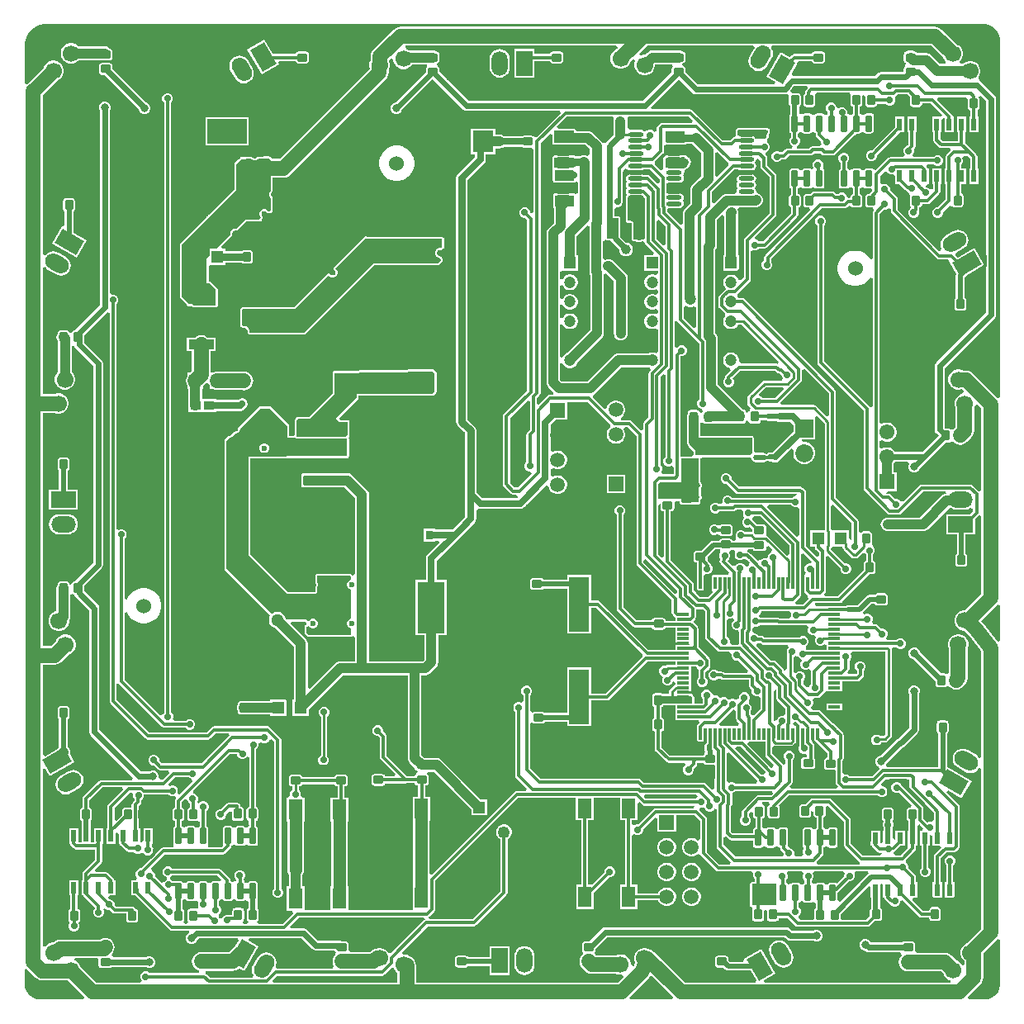
<source format=gbr>
G04*
G04 #@! TF.GenerationSoftware,Altium Limited,Altium Designer,25.5.2 (35)*
G04*
G04 Layer_Physical_Order=1*
G04 Layer_Color=255*
%FSLAX25Y25*%
%MOIN*%
G70*
G04*
G04 #@! TF.SameCoordinates,5858FFA7-226C-4CE8-8668-B70CF27CC624*
G04*
G04*
G04 #@! TF.FilePolarity,Positive*
G04*
G01*
G75*
%ADD10C,0.00984*%
%ADD11C,0.02362*%
%ADD16R,0.01181X0.04724*%
%ADD17R,0.04724X0.01181*%
%ADD18O,0.06299X0.01772*%
%ADD22R,0.08465X0.08661*%
%ADD23R,0.08268X0.22047*%
G04:AMPARAMS|DCode=24|XSize=31.5mil|YSize=39.37mil|CornerRadius=3.94mil|HoleSize=0mil|Usage=FLASHONLY|Rotation=180.000|XOffset=0mil|YOffset=0mil|HoleType=Round|Shape=RoundedRectangle|*
%AMROUNDEDRECTD24*
21,1,0.03150,0.03150,0,0,180.0*
21,1,0.02362,0.03937,0,0,180.0*
1,1,0.00787,-0.01181,0.01575*
1,1,0.00787,0.01181,0.01575*
1,1,0.00787,0.01181,-0.01575*
1,1,0.00787,-0.01181,-0.01575*
%
%ADD24ROUNDEDRECTD24*%
%ADD25R,0.02284X0.04646*%
G04:AMPARAMS|DCode=26|XSize=31.5mil|YSize=39.37mil|CornerRadius=3.94mil|HoleSize=0mil|Usage=FLASHONLY|Rotation=270.000|XOffset=0mil|YOffset=0mil|HoleType=Round|Shape=RoundedRectangle|*
%AMROUNDEDRECTD26*
21,1,0.03150,0.03150,0,0,270.0*
21,1,0.02362,0.03937,0,0,270.0*
1,1,0.00787,-0.01575,-0.01181*
1,1,0.00787,-0.01575,0.01181*
1,1,0.00787,0.01575,0.01181*
1,1,0.00787,0.01575,-0.01181*
%
%ADD26ROUNDEDRECTD26*%
G04:AMPARAMS|DCode=27|XSize=25.59mil|YSize=64.96mil|CornerRadius=1.92mil|HoleSize=0mil|Usage=FLASHONLY|Rotation=180.000|XOffset=0mil|YOffset=0mil|HoleType=Round|Shape=RoundedRectangle|*
%AMROUNDEDRECTD27*
21,1,0.02559,0.06112,0,0,180.0*
21,1,0.02175,0.06496,0,0,180.0*
1,1,0.00384,-0.01088,0.03056*
1,1,0.00384,0.01088,0.03056*
1,1,0.00384,0.01088,-0.03056*
1,1,0.00384,-0.01088,-0.03056*
%
%ADD27ROUNDEDRECTD27*%
G04:AMPARAMS|DCode=28|XSize=53.36mil|YSize=22.14mil|CornerRadius=11.07mil|HoleSize=0mil|Usage=FLASHONLY|Rotation=0.000|XOffset=0mil|YOffset=0mil|HoleType=Round|Shape=RoundedRectangle|*
%AMROUNDEDRECTD28*
21,1,0.05336,0.00000,0,0,0.0*
21,1,0.03121,0.02214,0,0,0.0*
1,1,0.02214,0.01561,0.00000*
1,1,0.02214,-0.01561,0.00000*
1,1,0.02214,-0.01561,0.00000*
1,1,0.02214,0.01561,0.00000*
%
%ADD28ROUNDEDRECTD28*%
G04:AMPARAMS|DCode=29|XSize=53.36mil|YSize=22.14mil|CornerRadius=11.07mil|HoleSize=0mil|Usage=FLASHONLY|Rotation=90.000|XOffset=0mil|YOffset=0mil|HoleType=Round|Shape=RoundedRectangle|*
%AMROUNDEDRECTD29*
21,1,0.05336,0.00000,0,0,90.0*
21,1,0.03121,0.02214,0,0,90.0*
1,1,0.02214,0.00000,0.01561*
1,1,0.02214,0.00000,-0.01561*
1,1,0.02214,0.00000,-0.01561*
1,1,0.02214,0.00000,0.01561*
%
%ADD29ROUNDEDRECTD29*%
%ADD30R,0.03150X0.03543*%
G04:AMPARAMS|DCode=31|XSize=39.37mil|YSize=163.39mil|CornerRadius=1.97mil|HoleSize=0mil|Usage=FLASHONLY|Rotation=90.000|XOffset=0mil|YOffset=0mil|HoleType=Round|Shape=RoundedRectangle|*
%AMROUNDEDRECTD31*
21,1,0.03937,0.15945,0,0,90.0*
21,1,0.03543,0.16339,0,0,90.0*
1,1,0.00394,0.07972,0.01772*
1,1,0.00394,0.07972,-0.01772*
1,1,0.00394,-0.07972,-0.01772*
1,1,0.00394,-0.07972,0.01772*
%
%ADD31ROUNDEDRECTD31*%
G04:AMPARAMS|DCode=32|XSize=251.97mil|YSize=322.84mil|CornerRadius=2.52mil|HoleSize=0mil|Usage=FLASHONLY|Rotation=90.000|XOffset=0mil|YOffset=0mil|HoleType=Round|Shape=RoundedRectangle|*
%AMROUNDEDRECTD32*
21,1,0.25197,0.31780,0,0,90.0*
21,1,0.24693,0.32284,0,0,90.0*
1,1,0.00504,0.15890,0.12347*
1,1,0.00504,0.15890,-0.12347*
1,1,0.00504,-0.15890,-0.12347*
1,1,0.00504,-0.15890,0.12347*
%
%ADD32ROUNDEDRECTD32*%
%ADD33R,0.05512X0.08268*%
%ADD34R,0.04355X0.03773*%
%ADD35R,0.11024X0.20866*%
%ADD36R,0.05000X0.05000*%
%ADD37R,0.09843X0.03937*%
%ADD38R,0.05336X0.02214*%
%ADD39R,0.02214X0.05336*%
%ADD53C,0.04724*%
%ADD54C,0.07284*%
%ADD55C,0.04921*%
%ADD56R,0.05118X0.05118*%
%ADD59R,0.05118X0.05118*%
%ADD66R,0.04921X0.04921*%
%ADD67C,0.05118*%
%ADD68R,0.04724X0.04724*%
%ADD72R,0.07284X0.07284*%
%ADD81C,0.05906*%
%ADD82C,0.01181*%
%ADD83C,0.02756*%
%ADD84C,0.02874*%
%ADD85C,0.03937*%
%ADD86C,0.01968*%
%ADD87C,0.05118*%
%ADD88C,0.03150*%
%ADD89C,0.05906*%
%ADD90R,0.05906X0.05906*%
%ADD91R,0.10000X0.16000*%
%ADD92C,0.08071*%
G04:AMPARAMS|DCode=93|XSize=65mil|YSize=100mil|CornerRadius=0mil|HoleSize=0mil|Usage=FLASHONLY|Rotation=120.000|XOffset=0mil|YOffset=0mil|HoleType=Round|Shape=Round|*
%AMOVALD93*
21,1,0.03500,0.06500,0.00000,0.00000,210.0*
1,1,0.06500,0.01516,0.00875*
1,1,0.06500,-0.01516,-0.00875*
%
%ADD93OVALD93*%

%ADD94O,0.10000X0.06500*%
G04:AMPARAMS|DCode=95|XSize=65mil|YSize=100mil|CornerRadius=0mil|HoleSize=0mil|Usage=FLASHONLY|Rotation=150.000|XOffset=0mil|YOffset=0mil|HoleType=Round|Shape=Round|*
%AMOVALD95*
21,1,0.03500,0.06500,0.00000,0.00000,240.0*
1,1,0.06500,0.00875,0.01516*
1,1,0.06500,-0.00875,-0.01516*
%
%ADD95OVALD95*%

G04:AMPARAMS|DCode=96|XSize=65mil|YSize=100mil|CornerRadius=0mil|HoleSize=0mil|Usage=FLASHONLY|Rotation=60.000|XOffset=0mil|YOffset=0mil|HoleType=Round|Shape=Round|*
%AMOVALD96*
21,1,0.03500,0.06500,0.00000,0.00000,150.0*
1,1,0.06500,0.01516,-0.00875*
1,1,0.06500,-0.01516,0.00875*
%
%ADD96OVALD96*%

G04:AMPARAMS|DCode=97|XSize=65mil|YSize=100mil|CornerRadius=0mil|HoleSize=0mil|Usage=FLASHONLY|Rotation=30.000|XOffset=0mil|YOffset=0mil|HoleType=Round|Shape=Round|*
%AMOVALD97*
21,1,0.03500,0.06500,0.00000,0.00000,120.0*
1,1,0.06500,0.00875,-0.01516*
1,1,0.06500,-0.00875,0.01516*
%
%ADD97OVALD97*%

%ADD98O,0.06500X0.10000*%
%ADD99C,0.06000*%
G04:AMPARAMS|DCode=100|XSize=65mil|YSize=100mil|CornerRadius=0mil|HoleSize=0mil|Usage=FLASHONLY|Rotation=240.000|XOffset=0mil|YOffset=0mil|HoleType=Round|Shape=Rectangle|*
%AMROTATEDRECTD100*
4,1,4,-0.02705,0.05315,0.05955,0.00315,0.02705,-0.05315,-0.05955,-0.00315,-0.02705,0.05315,0.0*
%
%ADD100ROTATEDRECTD100*%

%ADD101C,0.06693*%
%ADD102C,0.06102*%
%ADD103R,0.06500X0.10000*%
G04:AMPARAMS|DCode=104|XSize=65mil|YSize=100mil|CornerRadius=0mil|HoleSize=0mil|Usage=FLASHONLY|Rotation=120.000|XOffset=0mil|YOffset=0mil|HoleType=Round|Shape=Rectangle|*
%AMROTATEDRECTD104*
4,1,4,0.05955,-0.00315,-0.02705,-0.05315,-0.05955,0.00315,0.02705,0.05315,0.05955,-0.00315,0.0*
%
%ADD104ROTATEDRECTD104*%

G04:AMPARAMS|DCode=105|XSize=65mil|YSize=100mil|CornerRadius=0mil|HoleSize=0mil|Usage=FLASHONLY|Rotation=150.000|XOffset=0mil|YOffset=0mil|HoleType=Round|Shape=Rectangle|*
%AMROTATEDRECTD105*
4,1,4,0.05315,0.02705,0.00315,-0.05955,-0.05315,-0.02705,-0.00315,0.05955,0.05315,0.02705,0.0*
%
%ADD105ROTATEDRECTD105*%

%ADD106R,0.10000X0.06500*%
G04:AMPARAMS|DCode=107|XSize=65mil|YSize=100mil|CornerRadius=0mil|HoleSize=0mil|Usage=FLASHONLY|Rotation=30.000|XOffset=0mil|YOffset=0mil|HoleType=Round|Shape=Rectangle|*
%AMROTATEDRECTD107*
4,1,4,-0.00315,-0.05955,-0.05315,0.02705,0.00315,0.05955,0.05315,-0.02705,-0.00315,-0.05955,0.0*
%
%ADD107ROTATEDRECTD107*%

%ADD108R,0.06102X0.06102*%
%ADD109R,0.16000X0.10000*%
%ADD110C,0.03150*%
%ADD111C,0.02362*%
%ADD112C,0.02756*%
%ADD113C,0.03937*%
G36*
X370819Y380342D02*
X370861Y380188D01*
X371405Y379245D01*
X371956Y378694D01*
X371673Y377787D01*
X371616Y377709D01*
X369533D01*
X366016Y381226D01*
X365440Y381668D01*
X364770Y381945D01*
X364050Y382040D01*
X360309D01*
X360104Y382348D01*
X359713Y382609D01*
X359252Y382700D01*
X359096D01*
X359067Y382722D01*
X358397Y383000D01*
X357677Y383095D01*
X356958Y383000D01*
X356287Y382722D01*
X356259Y382700D01*
X356102D01*
X355642Y382609D01*
X355251Y382348D01*
X354990Y381957D01*
X354898Y381496D01*
Y380320D01*
X354897Y380315D01*
X354898Y380310D01*
Y379134D01*
X354990Y378673D01*
X355251Y378282D01*
X355642Y378021D01*
X355661Y378017D01*
X355773Y377712D01*
X355642Y376703D01*
X355251Y376442D01*
X354990Y376051D01*
X354898Y375590D01*
Y374469D01*
X354799Y374370D01*
X345689D01*
X344921Y374217D01*
X344270Y373782D01*
X343460Y372972D01*
X323124D01*
X322629Y372873D01*
X318316D01*
X317821Y372972D01*
X310293D01*
X309697Y373908D01*
X311803Y377554D01*
X312295Y378407D01*
X312429Y378910D01*
X317738D01*
X317785Y378673D01*
X318046Y378282D01*
X318437Y378021D01*
X318898Y377930D01*
X322047D01*
X322508Y378021D01*
X322899Y378282D01*
X323160Y378673D01*
X323251Y379134D01*
Y381496D01*
X323160Y381957D01*
X322899Y382348D01*
X322508Y382609D01*
X322047Y382700D01*
X318898D01*
X318437Y382609D01*
X318046Y382348D01*
X317785Y381957D01*
X317738Y381720D01*
X310806D01*
X310268Y381613D01*
X309813Y381308D01*
X308881Y380377D01*
X305302Y382444D01*
X299514Y372420D01*
X303049Y370379D01*
X302795Y369428D01*
X271894D01*
X266854Y374469D01*
Y375590D01*
X266762Y376051D01*
X266501Y376442D01*
X266110Y376703D01*
X265600Y377638D01*
X265592Y377779D01*
X265650Y377930D01*
X266110Y378021D01*
X266501Y378282D01*
X266762Y378673D01*
X266854Y379134D01*
Y380310D01*
X266855Y380315D01*
X266854Y380320D01*
Y381496D01*
X266762Y381957D01*
X266501Y382348D01*
X266110Y382609D01*
X265650Y382700D01*
X265493D01*
X265465Y382722D01*
X264794Y383000D01*
X264075Y383095D01*
X253445D01*
X252726Y383000D01*
X252055Y382722D01*
X251480Y382280D01*
X250597Y381398D01*
X249850D01*
X248798Y381116D01*
X248626Y381016D01*
X248021Y381804D01*
X251364Y385147D01*
X294258D01*
X294744Y384162D01*
X294592Y383965D01*
X292842Y380934D01*
X292436Y379952D01*
X292297Y378898D01*
X292436Y377844D01*
X292842Y376862D01*
X293490Y376018D01*
X294333Y375371D01*
X295315Y374964D01*
X296369Y374826D01*
X297423Y374964D01*
X298405Y375371D01*
X299249Y376018D01*
X299896Y376862D01*
X301646Y379893D01*
X302052Y380875D01*
X302191Y381929D01*
X302052Y382983D01*
X301646Y383965D01*
X301494Y384162D01*
X301980Y385147D01*
X366015D01*
X370819Y380342D01*
D02*
G37*
G36*
X239383Y384162D02*
X239139Y383704D01*
X238196Y383160D01*
X237426Y382390D01*
X236882Y381448D01*
X236601Y380396D01*
Y379308D01*
X236882Y378256D01*
X237426Y377314D01*
X238196Y376544D01*
X239139Y376000D01*
X240190Y375718D01*
X241279D01*
X242330Y376000D01*
X243273Y376544D01*
X244042Y377314D01*
X244586Y378256D01*
X244628Y378410D01*
X245854Y379636D01*
X246641Y379032D01*
X246542Y378859D01*
X246260Y377808D01*
Y376720D01*
X246542Y375668D01*
X247086Y374726D01*
X247855Y373956D01*
X248798Y373412D01*
X249850Y373130D01*
X250938D01*
X251989Y373412D01*
X252932Y373956D01*
X253702Y374726D01*
X254246Y375668D01*
X254528Y376720D01*
Y377467D01*
X254596Y377535D01*
X261562D01*
X261812Y376551D01*
X261649Y376442D01*
X261387Y376051D01*
X261296Y375590D01*
Y374469D01*
X249562Y362735D01*
X179375D01*
X167641Y374469D01*
Y375590D01*
X167550Y376051D01*
X167288Y376442D01*
X166898Y376703D01*
X166388Y377638D01*
X166379Y377779D01*
X166437Y377930D01*
X166898Y378021D01*
X167288Y378282D01*
X167550Y378673D01*
X167641Y379134D01*
Y380310D01*
X167642Y380315D01*
X167641Y380320D01*
Y381496D01*
X167550Y381957D01*
X167288Y382348D01*
X166898Y382609D01*
X166437Y382700D01*
X166281D01*
X166252Y382722D01*
X165582Y383000D01*
X164862Y383095D01*
X155481D01*
X154647Y383576D01*
X154129Y383715D01*
X153677Y384759D01*
X153681Y384807D01*
X153912Y385147D01*
X238837D01*
X239383Y384162D01*
D02*
G37*
G36*
X316121Y368300D02*
X316169Y368133D01*
X316165Y367973D01*
X316142Y367953D01*
X315508Y367150D01*
X315420Y366978D01*
X315313Y366817D01*
X315296Y366736D01*
X315259Y366662D01*
X315243Y366469D01*
X315206Y366280D01*
Y365800D01*
X315219Y365732D01*
X314897Y365517D01*
X314635Y365126D01*
X314544Y364665D01*
Y361516D01*
X314635Y361055D01*
X314897Y360664D01*
X315287Y360403D01*
X315748Y360312D01*
X318110D01*
X318571Y360403D01*
X318962Y360664D01*
X319223Y361055D01*
X319315Y361516D01*
Y364665D01*
X319230Y365088D01*
X319226Y365131D01*
X319767Y366073D01*
X332989D01*
X333530Y365131D01*
X333526Y365088D01*
X333441Y364665D01*
Y361516D01*
X333533Y361055D01*
X333794Y360664D01*
X334185Y360403D01*
X334422Y360356D01*
Y357622D01*
X334416Y357620D01*
X334092Y357404D01*
X333894Y357107D01*
X333727Y357080D01*
X333044D01*
X332878Y357107D01*
X332680Y357404D01*
X332355Y357620D01*
X332235Y357644D01*
Y358482D01*
X331905Y359278D01*
X331296Y359887D01*
X330500Y360216D01*
X329639D01*
X328843Y359887D01*
X327914Y360302D01*
X327584Y361098D01*
X326975Y361707D01*
X326180Y362037D01*
X325318D01*
X324522Y361707D01*
X323913Y361098D01*
X323583Y360302D01*
Y359440D01*
X323913Y358645D01*
X324106Y358452D01*
X324092Y357404D01*
X323894Y357107D01*
X323727Y357080D01*
X323044D01*
X322878Y357107D01*
X322679Y357404D01*
X322356Y357620D01*
X321973Y357696D01*
X319798D01*
X319416Y357620D01*
X319092Y357404D01*
X318894Y357107D01*
X318727Y357080D01*
X318044D01*
X317878Y357107D01*
X317680Y357404D01*
X317355Y357620D01*
X316973Y357696D01*
X314798D01*
X314416Y357620D01*
X314092Y357404D01*
X313074Y357646D01*
X312761Y357947D01*
Y360467D01*
X313056Y360664D01*
X313317Y361055D01*
X313409Y361516D01*
Y364665D01*
X313317Y365126D01*
X313056Y365517D01*
X312666Y365778D01*
X312205Y365870D01*
X309842D01*
X309830Y365867D01*
X309249Y366755D01*
X310351Y368665D01*
X310644Y368957D01*
X315740D01*
X316121Y368300D01*
D02*
G37*
G36*
X269852Y354873D02*
X269475Y353964D01*
X257385D01*
X256847Y353857D01*
X256391Y353553D01*
X255699Y352861D01*
X255395Y352405D01*
X255288Y351867D01*
Y350560D01*
X254927Y350377D01*
X254304Y350259D01*
X253827Y350736D01*
X253031Y351065D01*
X252169D01*
X251373Y350736D01*
X251305Y350668D01*
X250222Y350517D01*
X249669Y350887D01*
X249016Y351017D01*
X244488D01*
X244413Y351002D01*
X243429Y351710D01*
Y354626D01*
X243406Y354807D01*
Y354989D01*
X243358Y355165D01*
X243335Y355345D01*
X243265Y355514D01*
X243246Y355583D01*
X243338Y355918D01*
X243536Y356291D01*
X243685Y356452D01*
X243850Y356568D01*
X268157D01*
X269852Y354873D01*
D02*
G37*
G36*
X299997Y350929D02*
X300116Y349947D01*
X299906Y349737D01*
X299606Y349014D01*
Y348231D01*
X299144Y347539D01*
X295187D01*
X294907Y347958D01*
X294354Y348328D01*
X293701Y348458D01*
X289173D01*
X288878Y348399D01*
X288042Y348912D01*
X287894Y349093D01*
Y350807D01*
X288170Y351083D01*
X299294D01*
X299997Y350929D01*
D02*
G37*
G36*
X221949Y345866D02*
X220047D01*
X219882Y345899D01*
X215354D01*
X215190Y345866D01*
X213976D01*
Y350656D01*
X221949D01*
Y345866D01*
D02*
G37*
G36*
X266634Y345799D02*
X265068D01*
X264567Y345899D01*
X260039D01*
X259796Y345851D01*
X259639Y345901D01*
X258977Y346329D01*
X258858Y346439D01*
Y350327D01*
X266634D01*
Y345799D01*
D02*
G37*
G36*
X237614Y356452D02*
X237764Y356291D01*
X237961Y355918D01*
X238053Y355583D01*
X238034Y355514D01*
X237965Y355345D01*
X237941Y355165D01*
X237894Y354989D01*
Y354807D01*
X237870Y354626D01*
Y349075D01*
X234604Y345809D01*
X234507Y345664D01*
X233411Y345738D01*
X232969Y346314D01*
X229483Y349800D01*
X228907Y350242D01*
X228237Y350520D01*
X227517Y350614D01*
X222752D01*
Y350656D01*
X222691Y350963D01*
X222516Y351224D01*
X222256Y351398D01*
X221949Y351459D01*
X215362D01*
X214985Y352368D01*
X219184Y356568D01*
X237449D01*
X237614Y356452D01*
D02*
G37*
G36*
X273220Y341746D02*
Y332336D01*
X269590Y328706D01*
X269148Y328130D01*
X268870Y327460D01*
X268775Y326740D01*
Y321367D01*
X266534Y319126D01*
X266093Y318550D01*
X265815Y317880D01*
X265720Y317160D01*
Y313259D01*
X264736Y312851D01*
X259528Y318058D01*
X259559Y319061D01*
X260039Y319455D01*
X264567D01*
X265220Y319585D01*
X265773Y319955D01*
X266143Y320509D01*
X266273Y321161D01*
X266143Y321814D01*
X265812Y322441D01*
X266143Y323067D01*
X266273Y323720D01*
X266143Y324373D01*
X265773Y324927D01*
X265220Y325296D01*
X264567Y325426D01*
X260039D01*
X259181Y326253D01*
Y328865D01*
X260039Y329692D01*
X264567D01*
X265220Y329821D01*
X265773Y330191D01*
X266143Y330745D01*
X266273Y331398D01*
X266143Y332050D01*
X265812Y332677D01*
X266143Y333304D01*
X266273Y333957D01*
X266396Y334307D01*
X266941Y335018D01*
X267201Y335192D01*
X267320Y335369D01*
X267518Y335502D01*
X268337Y336321D01*
X268859Y337102D01*
X269042Y338024D01*
X268859Y338946D01*
X268337Y339727D01*
X267555Y340249D01*
X267399Y340280D01*
X267376Y340399D01*
X267201Y340659D01*
X266941Y340833D01*
X266634Y340895D01*
X265271D01*
X265193Y340879D01*
X265114Y340879D01*
X265045Y340851D01*
X264973Y340837D01*
X264972Y340837D01*
X264968Y340834D01*
X264964Y340833D01*
X264946Y340822D01*
X264946Y340822D01*
X264946Y340822D01*
X264946D01*
X264653Y340764D01*
X264567Y340781D01*
X260039D01*
X259953Y340764D01*
X259802Y340794D01*
X259745D01*
X259689Y340808D01*
X259630Y340811D01*
X259547Y340799D01*
X259465Y340803D01*
X259394Y340777D01*
X259319Y340767D01*
X259248Y340724D01*
X259170Y340696D01*
X258245Y340135D01*
X258174Y340070D01*
X258094Y340016D01*
X258060Y339965D01*
X258014Y339924D01*
X257973Y339836D01*
X257920Y339756D01*
X257908Y339696D01*
X257882Y339640D01*
X257877Y339543D01*
X257859Y339448D01*
Y335760D01*
X257920Y335453D01*
X257949Y335408D01*
X257893Y335086D01*
X257266Y334808D01*
X256738Y334848D01*
X254558Y337029D01*
X254381Y337976D01*
X254614Y338334D01*
X257686Y341407D01*
X257991Y341863D01*
X258098Y342400D01*
Y344770D01*
X259082Y345305D01*
X259203Y345227D01*
X259301Y345188D01*
X259393Y345137D01*
X259550Y345087D01*
X259596Y345081D01*
X259639Y345063D01*
X259750D01*
X259828Y345054D01*
X259874Y345063D01*
X259926D01*
X259926D01*
X259953D01*
X259953Y345063D01*
X260039Y345046D01*
X264567D01*
X264654Y345063D01*
X264911Y345012D01*
X264990D01*
X265068Y344997D01*
X266634D01*
X266941Y345058D01*
X267201Y345232D01*
X267266Y345328D01*
X269639D01*
X273220Y341746D01*
D02*
G37*
G36*
X313894Y350176D02*
X314092Y349880D01*
X314416Y349663D01*
X314798Y349587D01*
X316973D01*
X317355Y349663D01*
X317680Y349880D01*
X317774Y350021D01*
X318799Y350149D01*
X319021Y349986D01*
X319092Y349880D01*
X319416Y349663D01*
X319474Y349652D01*
X319481Y349647D01*
Y349014D01*
X319588Y348477D01*
X319892Y348021D01*
X321535Y346378D01*
Y345769D01*
X321687Y345401D01*
X321152Y344447D01*
X321111Y344417D01*
X318122D01*
X317584Y344310D01*
X317128Y344005D01*
X316753Y343630D01*
X311911D01*
X311715Y344614D01*
X312112Y344778D01*
X312721Y345388D01*
X313051Y346183D01*
Y347045D01*
X312721Y347841D01*
X312291Y348271D01*
Y349650D01*
X312355Y349663D01*
X312680Y349880D01*
X312878Y350176D01*
X313044Y350204D01*
X313727D01*
X313894Y350176D01*
D02*
G37*
G36*
X213174Y349271D02*
Y345866D01*
X213235Y345559D01*
X213409Y345299D01*
X213669Y345124D01*
X213976Y345063D01*
X215190D01*
X215229Y345071D01*
X215354Y345046D01*
X219882D01*
X219928Y345055D01*
X226366D01*
X228224Y343197D01*
Y341011D01*
X227276Y340498D01*
X226605Y340775D01*
X225886Y340870D01*
X225166Y340775D01*
X224499Y340499D01*
X222427D01*
X222418Y340513D01*
X222158Y340687D01*
X221850Y340748D01*
X220047D01*
X219882Y340781D01*
X215354D01*
X215190Y340748D01*
X213976D01*
X213669Y340687D01*
X213409Y340513D01*
X213235Y340252D01*
X213174Y339945D01*
Y335678D01*
X213235Y335371D01*
X213355Y335191D01*
X213349Y335182D01*
X213333Y335105D01*
X213303Y335032D01*
X213287Y334953D01*
Y334874D01*
X213272Y334796D01*
Y330623D01*
X213287Y330545D01*
Y330466D01*
X213300Y330400D01*
Y330400D01*
X213331Y330327D01*
X213333Y330315D01*
X213340Y330305D01*
X213420Y330111D01*
X213642Y329889D01*
X213837Y329808D01*
X213847Y329802D01*
X213858Y329799D01*
X213931Y329769D01*
X213931D01*
X213997Y329756D01*
X214076D01*
X214154Y329741D01*
X215108D01*
X215354Y329692D01*
X219882D01*
X220128Y329741D01*
X221771D01*
X221849Y329756D01*
X221928D01*
X222001Y329771D01*
X222074Y329801D01*
X222079Y329802D01*
X222082Y329804D01*
X222087Y329806D01*
X222158Y329820D01*
X222217Y329860D01*
X222290Y329890D01*
X222296Y329894D01*
X222352Y329950D01*
X222418Y329994D01*
X222462Y330060D01*
X222516Y330114D01*
X223059Y330112D01*
X223217Y330063D01*
X223500Y329938D01*
Y325770D01*
X223308Y325614D01*
X222418Y325174D01*
X222158Y325348D01*
X221850Y325409D01*
X220047D01*
X220008Y325401D01*
X219882Y325426D01*
X215354D01*
X215229Y325401D01*
X215189Y325409D01*
X214173D01*
X213866Y325348D01*
X213605Y325174D01*
X213432Y324914D01*
X213370Y324606D01*
Y320079D01*
X213432Y319772D01*
X213605Y319511D01*
X213657Y319476D01*
Y313453D01*
X211519Y311314D01*
X211077Y310738D01*
X210799Y310068D01*
X210705Y309348D01*
Y249157D01*
X210799Y248437D01*
X211077Y247767D01*
X211519Y247191D01*
X213621Y245089D01*
X213397Y244329D01*
X213225Y244105D01*
X212247D01*
X211710Y243998D01*
X211254Y243693D01*
X207728Y240167D01*
X206818Y240544D01*
Y242779D01*
X207982Y243942D01*
X208286Y244398D01*
X208393Y244936D01*
Y345777D01*
X212264Y349647D01*
X213174Y349271D01*
D02*
G37*
G36*
X266634Y335760D02*
X258661D01*
Y339448D01*
X259587Y340009D01*
X259646Y340006D01*
X259796Y339976D01*
X259796Y339976D01*
X259796D01*
X260039Y339928D01*
X264567D01*
X264810Y339976D01*
X264810D01*
X264810Y339976D01*
X265102Y340034D01*
X265103D01*
X265103Y340034D01*
X265220Y340058D01*
X265271Y340092D01*
X265271Y340092D01*
X266634D01*
Y335760D01*
D02*
G37*
G36*
X220047Y339945D02*
X221850D01*
Y336011D01*
X221555Y335752D01*
X219783D01*
X219221Y335678D01*
X213976D01*
Y339945D01*
X215190D01*
X215228Y339953D01*
X215354Y339928D01*
X219882D01*
X220008Y339953D01*
X220047Y339945D01*
D02*
G37*
G36*
X99508Y338706D02*
Y326505D01*
X99119Y326115D01*
X98819Y325392D01*
Y324609D01*
X99119Y323885D01*
X99508Y323496D01*
Y318426D01*
X98524Y318230D01*
X98519Y318241D01*
X97965Y318795D01*
X97242Y319095D01*
X96459D01*
X95735Y318795D01*
X95182Y318241D01*
X94882Y317518D01*
Y316735D01*
X95182Y316011D01*
X95346Y315846D01*
X94938Y314862D01*
X89272D01*
X85555Y311169D01*
X85431Y311221D01*
X84648D01*
X83924Y310921D01*
X83371Y310367D01*
X83071Y309644D01*
Y308861D01*
X83118Y308747D01*
X77525Y303189D01*
X74700D01*
Y300382D01*
X73622Y299311D01*
Y289075D01*
X74803D01*
X77264Y286614D01*
Y280315D01*
X68366D01*
X68010Y280553D01*
X67473Y280660D01*
X66361D01*
X63413Y283608D01*
Y304751D01*
X73960Y315299D01*
X74343Y315457D01*
X74897Y316011D01*
X75056Y316394D01*
X85532Y326870D01*
Y337277D01*
X87568Y339313D01*
X91481Y339396D01*
X91798Y339079D01*
X92522Y338780D01*
X93305D01*
X94028Y339079D01*
X94407Y339458D01*
X98650Y339549D01*
X99508Y338706D01*
D02*
G37*
G36*
X269644Y366002D02*
X270295Y365567D01*
X271063Y365414D01*
X307316D01*
X307573Y365465D01*
X307835Y365483D01*
X307878Y365504D01*
X307988Y365455D01*
X308157Y365354D01*
X308396Y365133D01*
X308659Y364767D01*
X308638Y364665D01*
Y361516D01*
X308730Y361055D01*
X308991Y360664D01*
X309148Y360559D01*
Y357442D01*
X309092Y357404D01*
X308876Y357080D01*
X308800Y356698D01*
Y350586D01*
X308876Y350204D01*
X309092Y349880D01*
X309416Y349663D01*
X309481Y349650D01*
Y348271D01*
X309050Y347841D01*
X308720Y347045D01*
Y346183D01*
X309050Y345388D01*
X309659Y344778D01*
X310057Y344614D01*
X309861Y343630D01*
X308148D01*
X307610Y343523D01*
X307154Y343218D01*
X305938Y342002D01*
X305115D01*
X304986Y342131D01*
X304190Y342461D01*
X303328D01*
X302533Y342131D01*
X301923Y341522D01*
X301594Y340726D01*
Y339865D01*
X301923Y339069D01*
X302533Y338460D01*
X303328Y338130D01*
X304190D01*
X304986Y338460D01*
X305595Y339069D01*
X305646Y339192D01*
X306520D01*
X307058Y339299D01*
X307514Y339604D01*
X308730Y340820D01*
X317335D01*
X317872Y340927D01*
X318328Y341231D01*
X318704Y341607D01*
X321454D01*
X321830Y341231D01*
X322285Y340927D01*
X322823Y340820D01*
X326437D01*
X326975Y340927D01*
X327431Y341231D01*
X335787Y349587D01*
X336973D01*
X337355Y349663D01*
X337680Y349880D01*
X337878Y350176D01*
X338044Y350204D01*
X338727D01*
X338894Y350176D01*
X339092Y349880D01*
X339416Y349663D01*
X339798Y349587D01*
X341973D01*
X342355Y349663D01*
X342680Y349880D01*
X342896Y350204D01*
X342972Y350586D01*
Y356698D01*
X342896Y357080D01*
X342680Y357404D01*
X342355Y357620D01*
X341973Y357696D01*
X339798D01*
X339416Y357620D01*
X339092Y357404D01*
X338894Y357107D01*
X338727Y357080D01*
X338044D01*
X337878Y357107D01*
X337680Y357404D01*
X337355Y357620D01*
X337232Y357645D01*
Y360356D01*
X337469Y360403D01*
X337859Y360664D01*
X338121Y361055D01*
X338212Y361516D01*
Y364665D01*
X338779Y365066D01*
X338784Y365063D01*
X339347Y364301D01*
Y361516D01*
X339439Y361055D01*
X339700Y360664D01*
X340090Y360403D01*
X340551Y360312D01*
X342913D01*
X343374Y360403D01*
X343765Y360664D01*
X344026Y361055D01*
X344117Y361516D01*
Y361595D01*
X347643D01*
X348073Y361164D01*
X348869Y360835D01*
X349731D01*
X350527Y361164D01*
X351136Y361773D01*
X351465Y362569D01*
Y363431D01*
X351418Y363545D01*
X351346Y364422D01*
X351793Y364838D01*
X352351Y365395D01*
X356418D01*
X357556Y364257D01*
Y361516D01*
X357647Y361055D01*
X357908Y360664D01*
X358299Y360403D01*
X358760Y360312D01*
X361122D01*
X361583Y360403D01*
X361974Y360664D01*
X362235Y361055D01*
X362326Y361516D01*
Y361686D01*
X363514D01*
X364051Y361793D01*
X364186Y361882D01*
X365931D01*
X370569Y357244D01*
X370023Y356398D01*
X369340Y356398D01*
X366378D01*
Y350177D01*
X366902D01*
Y346890D01*
X367009Y346352D01*
X367314Y345896D01*
X369007Y344203D01*
X369462Y343899D01*
X370000Y343792D01*
X373557D01*
X373737Y343535D01*
X373931Y342808D01*
X372313Y341190D01*
X372009Y340735D01*
X371902Y340197D01*
Y335453D01*
X371378D01*
Y329232D01*
X371902D01*
Y323003D01*
X368781Y319882D01*
X368172D01*
X367376Y319552D01*
X366767Y318943D01*
X366437Y318147D01*
Y317286D01*
X366767Y316490D01*
X367376Y315881D01*
X368172Y315551D01*
X369033D01*
X369829Y315881D01*
X370438Y316490D01*
X370768Y317286D01*
Y317895D01*
X373392Y320520D01*
X373634Y320540D01*
X374575Y320310D01*
X374641Y320212D01*
X375031Y319950D01*
X375492Y319859D01*
X377854D01*
X378315Y319950D01*
X378706Y320212D01*
X378967Y320602D01*
X379059Y321063D01*
Y324213D01*
X378967Y324673D01*
X378706Y325064D01*
X378315Y325325D01*
X378078Y325372D01*
Y329232D01*
X380236D01*
Y335453D01*
X378078D01*
Y337073D01*
X378509Y337504D01*
X378838Y338300D01*
Y339161D01*
X378652Y339611D01*
X379097Y340478D01*
X379229Y340595D01*
X380922D01*
X381902Y339615D01*
Y335453D01*
X381378D01*
Y329232D01*
X385236D01*
Y335453D01*
X384712D01*
Y340197D01*
X384605Y340735D01*
X384300Y341190D01*
X382497Y342993D01*
X379712Y345779D01*
Y350177D01*
X380236D01*
Y356398D01*
X376378D01*
Y350177D01*
X376902D01*
Y346602D01*
X370582D01*
X369712Y347472D01*
Y350177D01*
X370236D01*
Y355251D01*
X370608Y355589D01*
X371220Y355836D01*
X371378Y355750D01*
Y350177D01*
X375236D01*
Y356398D01*
X374712D01*
Y356493D01*
X374605Y357031D01*
X374301Y357487D01*
X368476Y363311D01*
X368884Y364295D01*
X380156D01*
X380315Y364188D01*
X380887Y363311D01*
X380883Y363287D01*
Y360138D01*
X380974Y359677D01*
X381235Y359286D01*
X381626Y359025D01*
X381863Y358978D01*
Y356398D01*
X381378D01*
Y350177D01*
X385236D01*
Y356398D01*
X384673D01*
Y358978D01*
X384910Y359025D01*
X385300Y359286D01*
X385561Y359677D01*
X385653Y360138D01*
Y363287D01*
X385561Y363748D01*
X385300Y364139D01*
X385197Y364208D01*
X385181Y364329D01*
X386114Y364788D01*
X388299Y362603D01*
Y296922D01*
X387314Y296670D01*
X383407Y303437D01*
X376763Y299602D01*
X375971Y300394D01*
X376262Y301495D01*
X378965Y303056D01*
X379808Y303703D01*
X380456Y304546D01*
X380862Y305528D01*
X381001Y306582D01*
X380862Y307636D01*
X380456Y308618D01*
X379808Y309462D01*
X378965Y310109D01*
X377983Y310516D01*
X376929Y310655D01*
X375875Y310516D01*
X374893Y310109D01*
X371862Y308359D01*
X371018Y307712D01*
X370371Y306869D01*
X369964Y305886D01*
X369826Y304832D01*
X369964Y303778D01*
X370150Y303329D01*
X369656Y302292D01*
X369580Y302238D01*
X369225Y302179D01*
X352488Y318916D01*
Y323295D01*
X352381Y323833D01*
X352076Y324289D01*
X349476Y326888D01*
Y327498D01*
X349147Y328294D01*
X348538Y328903D01*
X347742Y329232D01*
X346880D01*
X346332Y329005D01*
X345591Y329342D01*
X345348Y329558D01*
Y332444D01*
X347116Y334212D01*
X348251Y334045D01*
X348860Y333436D01*
X349656Y333107D01*
X350517D01*
X351378Y332398D01*
Y329232D01*
X353249D01*
X355553Y326928D01*
X356009Y326624D01*
X356198Y326586D01*
X356277Y326394D01*
X356887Y325785D01*
X357259Y325631D01*
X357265Y325624D01*
X357637Y324604D01*
X357631Y324492D01*
X357556Y324114D01*
Y320965D01*
X357647Y320504D01*
X357712Y319760D01*
X357428Y319250D01*
X357121Y318943D01*
X356791Y318147D01*
Y317286D01*
X357121Y316490D01*
X357730Y315881D01*
X358526Y315551D01*
X359387D01*
X360183Y315881D01*
X360792Y316490D01*
X361122Y317286D01*
Y318005D01*
X361204Y318128D01*
X361204Y318128D01*
X361204Y318128D01*
X361254Y318378D01*
X361311Y318666D01*
X361311Y318666D01*
X361311Y318666D01*
Y319798D01*
X361583Y319852D01*
X361974Y320113D01*
X362235Y320504D01*
X362326Y320965D01*
Y321134D01*
X364567D01*
X365104Y321241D01*
X365560Y321546D01*
X369301Y325286D01*
X369605Y325742D01*
X369712Y326280D01*
Y329232D01*
X370236D01*
Y335453D01*
X366378D01*
Y329232D01*
X366902D01*
Y327647D01*
X366469Y327287D01*
X365517Y327014D01*
X364908Y327623D01*
X364112Y327953D01*
X363924Y328248D01*
X364465Y329232D01*
X365236D01*
Y335453D01*
X364622D01*
X364605Y335538D01*
X364300Y335993D01*
X364002Y336292D01*
X364410Y337276D01*
X366994D01*
X367425Y336845D01*
X368221Y336516D01*
X369082D01*
X369878Y336845D01*
X370487Y337455D01*
X370817Y338250D01*
Y339112D01*
X370487Y339908D01*
X369878Y340517D01*
X369082Y340846D01*
X368221D01*
X367425Y340517D01*
X366994Y340086D01*
X358812D01*
X358404Y341070D01*
X358726Y341391D01*
X359055Y342187D01*
Y343049D01*
X359004Y343172D01*
X359300Y343468D01*
X359605Y343924D01*
X359712Y344461D01*
Y350177D01*
X360236D01*
Y356398D01*
X356378D01*
Y350177D01*
X356902D01*
Y345043D01*
X356642Y344783D01*
X356459D01*
X355663Y344454D01*
X355054Y343845D01*
X354724Y343049D01*
Y342187D01*
X355054Y341391D01*
X355375Y341070D01*
X354968Y340086D01*
X349598D01*
X349061Y339979D01*
X348605Y339675D01*
X343877Y334947D01*
X343652Y334922D01*
X342687Y335149D01*
X342680Y335160D01*
X342355Y335376D01*
X341973Y335452D01*
X339798D01*
X339416Y335376D01*
X339092Y335160D01*
X338894Y334863D01*
X338727Y334836D01*
X338044D01*
X337878Y334863D01*
X337680Y335160D01*
X337355Y335376D01*
X336973Y335452D01*
X334798D01*
X334416Y335376D01*
X334092Y335160D01*
X333998Y335018D01*
X332972Y334890D01*
X332750Y335054D01*
X332680Y335160D01*
X332355Y335376D01*
X332298Y335388D01*
X332291Y335393D01*
Y337996D01*
X332643Y338348D01*
X332972Y339144D01*
Y340005D01*
X332643Y340801D01*
X332034Y341410D01*
X331238Y341740D01*
X330376D01*
X329580Y341410D01*
X328971Y340801D01*
X328642Y340005D01*
Y339144D01*
X328971Y338348D01*
X329481Y337839D01*
Y335389D01*
X329416Y335376D01*
X329092Y335160D01*
X328876Y334836D01*
X328800Y334454D01*
Y328342D01*
X328876Y327959D01*
X329092Y327635D01*
X329416Y327419D01*
X329798Y327343D01*
X331973D01*
X332355Y327419D01*
X332680Y327635D01*
X332774Y327777D01*
X333799Y327905D01*
X334021Y327741D01*
X334092Y327635D01*
X334416Y327419D01*
X334474Y327408D01*
X334481Y327402D01*
Y325286D01*
X334185Y325227D01*
X333794Y324966D01*
X333533Y324575D01*
X333441Y324114D01*
Y323707D01*
X332969Y323653D01*
X332087Y323940D01*
X331757Y324736D01*
X331148Y325345D01*
X330352Y325675D01*
X329490D01*
X328695Y325345D01*
X328565Y325216D01*
X327769D01*
X327090Y325895D01*
X326634Y326200D01*
X326097Y326307D01*
X318898D01*
X318360Y326200D01*
X317904Y325895D01*
X317328Y325318D01*
X315748D01*
X315287Y325227D01*
X314897Y324966D01*
X314635Y324575D01*
X314544Y324114D01*
Y320965D01*
X314635Y320504D01*
X314897Y320113D01*
X315287Y319852D01*
X315748Y319760D01*
X316790D01*
X317198Y318776D01*
X299013Y300591D01*
X298708Y300135D01*
X298601Y299598D01*
Y298442D01*
X298478Y298391D01*
X297869Y297782D01*
X297539Y296986D01*
Y296124D01*
X297869Y295328D01*
X298478Y294719D01*
X299274Y294390D01*
X300135D01*
X300931Y294719D01*
X301540Y295328D01*
X301870Y296124D01*
Y296986D01*
X301540Y297782D01*
X301411Y297911D01*
Y299016D01*
X321744Y319349D01*
X331063D01*
X331600Y319456D01*
X332056Y319760D01*
X332584Y320288D01*
X332740Y320323D01*
X333783Y320130D01*
X333794Y320113D01*
X334185Y319852D01*
X334646Y319760D01*
X337008D01*
X337469Y319852D01*
X337859Y320113D01*
X338121Y320504D01*
X338212Y320965D01*
Y324114D01*
X338121Y324575D01*
X337859Y324966D01*
X337469Y325227D01*
X337291Y325262D01*
Y327406D01*
X337355Y327419D01*
X337680Y327635D01*
X337878Y327932D01*
X338044Y327959D01*
X338727D01*
X338894Y327932D01*
X339092Y327635D01*
X339416Y327419D01*
X339798Y327343D01*
X341754D01*
X342089Y326816D01*
X342184Y326381D01*
X341121Y325318D01*
X340551D01*
X340090Y325227D01*
X339700Y324966D01*
X339439Y324575D01*
X339347Y324114D01*
Y320965D01*
X339439Y320504D01*
X339700Y320113D01*
X340090Y319852D01*
X340551Y319760D01*
X342523D01*
X342943Y318789D01*
X342766Y318612D01*
X342462Y318156D01*
X342355Y317618D01*
Y299198D01*
X341371Y298899D01*
X340839Y299695D01*
X339852Y300682D01*
X338691Y301457D01*
X337402Y301991D01*
X336033Y302264D01*
X334637D01*
X333268Y301991D01*
X331978Y301457D01*
X330817Y300682D01*
X329830Y299695D01*
X329055Y298534D01*
X328520Y297244D01*
X328248Y295875D01*
Y294479D01*
X328520Y293110D01*
X329055Y291820D01*
X329830Y290660D01*
X330817Y289673D01*
X331978Y288897D01*
X333268Y288363D01*
X334637Y288091D01*
X336033D01*
X337402Y288363D01*
X338691Y288897D01*
X339852Y289673D01*
X340839Y290660D01*
X341371Y291455D01*
X342355Y291157D01*
Y239345D01*
X341444Y239064D01*
X341371Y239079D01*
X341093Y239493D01*
X322862Y257725D01*
Y312614D01*
X323194Y312947D01*
X323524Y313742D01*
Y314604D01*
X323194Y315400D01*
X322585Y316009D01*
X321789Y316339D01*
X320928D01*
X320132Y316009D01*
X319523Y315400D01*
X319193Y314604D01*
Y313742D01*
X319523Y312947D01*
X320052Y312418D01*
Y257143D01*
X320159Y256606D01*
X320463Y256150D01*
X338695Y237918D01*
Y206348D01*
X338802Y205811D01*
X339107Y205355D01*
X348270Y196192D01*
X348726Y195887D01*
X349264Y195780D01*
X352913D01*
X353451Y195887D01*
X353906Y196192D01*
X362810Y205095D01*
X371942D01*
X372007Y204111D01*
X371507Y204045D01*
X370836Y203767D01*
X370261Y203326D01*
X361545Y194610D01*
X348425D01*
X347706Y194516D01*
X347035Y194238D01*
X346460Y193796D01*
X346018Y193221D01*
X345740Y192550D01*
X345645Y191831D01*
X345740Y191111D01*
X346018Y190441D01*
X346460Y189865D01*
X347035Y189423D01*
X347706Y189146D01*
X348425Y189051D01*
X362697D01*
X363416Y189146D01*
X364087Y189423D01*
X364662Y189865D01*
X373377Y198580D01*
X373832D01*
X374167Y198324D01*
X375149Y197917D01*
X376203Y197778D01*
X379703D01*
X380757Y197917D01*
X381739Y198324D01*
X381942Y198479D01*
X382926Y197994D01*
Y197063D01*
X381750Y195888D01*
X372165D01*
Y187813D01*
X376343D01*
Y180137D01*
X376117Y179985D01*
X375856Y179595D01*
X375764Y179134D01*
Y175984D01*
X375856Y175523D01*
X376117Y175133D01*
X376508Y174872D01*
X376969Y174780D01*
X379331D01*
X379791Y174872D01*
X380182Y175133D01*
X380443Y175523D01*
X380535Y175984D01*
Y179134D01*
X380443Y179595D01*
X380182Y179985D01*
X379956Y180137D01*
Y187813D01*
X383740D01*
Y193904D01*
X385302Y195466D01*
X385396Y195463D01*
X386287Y195157D01*
Y163661D01*
X379817Y157192D01*
X378998D01*
X377947Y156910D01*
X377004Y156366D01*
X376234Y155596D01*
X375690Y154654D01*
X375408Y153602D01*
Y152514D01*
X375690Y151462D01*
X376234Y150520D01*
X377004Y149750D01*
X377947Y149206D01*
X378998Y148924D01*
X379424D01*
X381439Y146909D01*
X385856Y141152D01*
X386296Y140578D01*
Y97787D01*
X385409Y97542D01*
X385312Y97552D01*
X384690Y98362D01*
X383847Y99009D01*
X380816Y100759D01*
X379834Y101166D01*
X378780Y101304D01*
X377726Y101166D01*
X376744Y100759D01*
X375900Y100112D01*
X375253Y99268D01*
X374846Y98286D01*
X374707Y97232D01*
X374846Y96178D01*
X375253Y95196D01*
X375900Y94353D01*
X376744Y93705D01*
X379775Y91956D01*
X380757Y91549D01*
X381811Y91410D01*
X382865Y91549D01*
X383847Y91956D01*
X384690Y92603D01*
X385312Y93413D01*
X385409Y93423D01*
X386296Y93178D01*
Y28620D01*
X380520Y22778D01*
X380385Y22742D01*
X379442Y22198D01*
X378673Y21428D01*
X378128Y20485D01*
X377847Y19434D01*
Y18346D01*
X378128Y17294D01*
X378673Y16352D01*
X379442Y15582D01*
X379503Y15547D01*
Y14098D01*
X378519Y13835D01*
X378217Y14357D01*
X377448Y15127D01*
X376505Y15671D01*
X376351Y15712D01*
X374238Y17825D01*
X373457Y18424D01*
X372547Y18801D01*
X371571Y18930D01*
X360210D01*
X360100Y18995D01*
X359472Y19882D01*
Y22244D01*
X359380Y22705D01*
X359119Y23096D01*
X358729Y23357D01*
X358268Y23448D01*
X355118D01*
X354657Y23357D01*
X354267Y23096D01*
X354250Y23070D01*
X341629D01*
X341448Y23507D01*
X340784Y24171D01*
X339915Y24531D01*
X338976D01*
X338107Y24171D01*
X337443Y23507D01*
X337083Y22638D01*
Y21699D01*
X337443Y20831D01*
X338107Y20166D01*
X338976Y19806D01*
X339182D01*
X339345Y19644D01*
X339996Y19209D01*
X340764Y19056D01*
X353434D01*
X353688Y18750D01*
X354026Y17825D01*
X353426Y17044D01*
X353049Y16134D01*
X352921Y15157D01*
X353049Y14181D01*
X353426Y13271D01*
X354026Y12490D01*
X354807Y11890D01*
X355717Y11513D01*
X356693Y11385D01*
X370008D01*
X371016Y10377D01*
X371057Y10223D01*
X371602Y9281D01*
X372371Y8511D01*
X373314Y7967D01*
X373906Y7808D01*
X373777Y6824D01*
X298790D01*
X298535Y7774D01*
X303241Y10491D01*
X297453Y20515D01*
X290460Y16477D01*
X290653Y16143D01*
X290161Y15291D01*
X284908D01*
X284275Y15924D01*
Y16535D01*
X284183Y16996D01*
X283922Y17387D01*
X283532Y17648D01*
X283071Y17740D01*
X279921D01*
X279460Y17648D01*
X279070Y17387D01*
X278809Y16996D01*
X278717Y16535D01*
Y14173D01*
X278809Y13713D01*
X279070Y13322D01*
X279460Y13061D01*
X279921Y12969D01*
X282120D01*
X282882Y12207D01*
X283469Y11815D01*
X284160Y11678D01*
X293231D01*
X295542Y7676D01*
X295050Y6824D01*
X266621D01*
X265997Y7448D01*
X265997Y7448D01*
X254242Y19203D01*
X253461Y19802D01*
X252697Y20119D01*
X251891Y20584D01*
X250839Y20866D01*
X249751D01*
X248700Y20584D01*
X247757Y20040D01*
X246987Y19270D01*
X246443Y18328D01*
X246161Y17276D01*
Y16188D01*
X246443Y15137D01*
X246619Y14831D01*
X246133Y13786D01*
X245754Y13643D01*
X244770Y14324D01*
Y14688D01*
X244488Y15740D01*
X243944Y16682D01*
X243174Y17452D01*
X242232Y17996D01*
X241180Y18278D01*
X240092D01*
X239040Y17996D01*
X238902Y17916D01*
X230627D01*
X230522Y18022D01*
X230374Y18135D01*
X230281Y19227D01*
X230542Y19618D01*
X230633Y20079D01*
Y20599D01*
X235214Y25180D01*
X306781D01*
X307691Y24270D01*
X308342Y23835D01*
X309110Y23682D01*
X318456D01*
X319314Y23327D01*
X320253D01*
X321122Y23686D01*
X321786Y24351D01*
X322146Y25219D01*
Y26159D01*
X321786Y27027D01*
X321122Y27692D01*
X320253Y28051D01*
X319314D01*
X318456Y27696D01*
X309942D01*
X309032Y28606D01*
X308381Y29041D01*
X307612Y29194D01*
X234382D01*
X233614Y29041D01*
X232963Y28606D01*
X228002Y23645D01*
X226280D01*
X225819Y23553D01*
X225428Y23292D01*
X225167Y22902D01*
X225075Y22441D01*
Y20079D01*
X225167Y19618D01*
X225428Y19227D01*
X225335Y18135D01*
X225187Y18022D01*
X224587Y17241D01*
X224211Y16331D01*
X224082Y15354D01*
X224211Y14378D01*
X224587Y13468D01*
X225187Y12687D01*
X226397Y11477D01*
X227179Y10877D01*
X228088Y10500D01*
X229065Y10372D01*
X238902D01*
X239040Y10292D01*
X240092Y10010D01*
X241180D01*
X241308Y10044D01*
X241817Y9162D01*
X239438Y6782D01*
X158103D01*
Y13976D01*
X157975Y14953D01*
X157598Y15863D01*
X156998Y16644D01*
X156217Y17243D01*
X155454Y17560D01*
X154647Y18025D01*
X153595Y18307D01*
X152985D01*
X152577Y19291D01*
X162881Y29595D01*
X181402D01*
X181940Y29702D01*
X182396Y30007D01*
X194596Y42206D01*
X194900Y42662D01*
X195007Y43200D01*
Y64659D01*
X195597Y64999D01*
X196202Y65604D01*
X196629Y66345D01*
X196850Y67171D01*
Y68026D01*
X196629Y68852D01*
X196202Y69593D01*
X195597Y70197D01*
X194856Y70625D01*
X194030Y70846D01*
X193175D01*
X192349Y70625D01*
X191608Y70197D01*
X191003Y69593D01*
X190576Y68852D01*
X190354Y68026D01*
Y67171D01*
X190576Y66345D01*
X191003Y65604D01*
X191608Y64999D01*
X192198Y64659D01*
Y43782D01*
X180821Y32405D01*
X163612D01*
X163070Y33317D01*
X163080Y33389D01*
X163473Y33652D01*
X165363Y35542D01*
X165668Y35998D01*
X165775Y36536D01*
Y47843D01*
X199302Y81371D01*
X222638D01*
Y72342D01*
X224776D01*
Y46358D01*
X222638D01*
Y36516D01*
X229725D01*
Y42993D01*
X236082Y49351D01*
X236691D01*
X237487Y49680D01*
X238096Y50289D01*
X238425Y51085D01*
Y51947D01*
X238096Y52742D01*
X237487Y53351D01*
X236691Y53681D01*
X235829D01*
X235033Y53351D01*
X234424Y52742D01*
X234095Y51947D01*
Y51337D01*
X229116Y46358D01*
X227586D01*
Y72342D01*
X229725D01*
Y81371D01*
X240354D01*
Y72342D01*
X242493D01*
Y46358D01*
X240354D01*
Y36516D01*
X247441D01*
Y40032D01*
X251500D01*
X251896Y40111D01*
X255796D01*
X255806Y40072D01*
X256298Y39219D01*
X256995Y38523D01*
X257848Y38030D01*
X258799Y37776D01*
X259784D01*
X260735Y38030D01*
X261588Y38523D01*
X262284Y39219D01*
X262777Y40072D01*
X263032Y41023D01*
Y42008D01*
X262777Y42959D01*
X262284Y43812D01*
X261588Y44509D01*
X260735Y45001D01*
X259784Y45256D01*
X258799D01*
X257848Y45001D01*
X256995Y44509D01*
X256298Y43812D01*
X255806Y42959D01*
X255796Y42921D01*
X251579D01*
X251183Y42842D01*
X247441D01*
Y46358D01*
X245303D01*
Y66243D01*
X246273Y66664D01*
X247069Y66335D01*
X247931D01*
X248727Y66664D01*
X249336Y67273D01*
X249665Y68069D01*
Y68678D01*
X254567Y73580D01*
X255551Y73172D01*
Y67776D01*
X263032D01*
Y74495D01*
X270618D01*
X272795Y72318D01*
Y64693D01*
X271811Y64286D01*
X271588Y64509D01*
X270735Y65001D01*
X269784Y65256D01*
X268799D01*
X267848Y65001D01*
X266995Y64509D01*
X266299Y63812D01*
X265806Y62959D01*
X265551Y62008D01*
Y61023D01*
X265806Y60072D01*
X266299Y59219D01*
X266995Y58523D01*
X267848Y58030D01*
X268799Y57776D01*
X269784D01*
X270735Y58030D01*
X271588Y58523D01*
X271837Y58772D01*
X272902Y58462D01*
X273207Y58007D01*
X279007Y52207D01*
X279462Y51902D01*
X280000Y51795D01*
X293399D01*
X294057Y50811D01*
X294055Y50806D01*
Y49945D01*
X294385Y49149D01*
X294815Y48719D01*
Y47555D01*
X293898D01*
X293590Y47494D01*
X293414Y47420D01*
X293394Y47412D01*
X293393D01*
X293393Y47412D01*
X293133Y47238D01*
X293133Y47238D01*
X292959Y46978D01*
X292898Y46671D01*
X292898Y46670D01*
X292898Y46670D01*
X292898Y46640D01*
Y38189D01*
X292959Y37882D01*
X293133Y37621D01*
X293394Y37447D01*
X293472Y37432D01*
X293811Y36777D01*
X293878Y36402D01*
X293868Y36386D01*
X293776Y35925D01*
Y32776D01*
X293868Y32315D01*
X294129Y31924D01*
X294519Y31663D01*
X294980Y31571D01*
X297342D01*
X297803Y31663D01*
X298194Y31924D01*
X298455Y32315D01*
X298547Y32776D01*
Y35925D01*
X299114Y36432D01*
X299342Y36229D01*
X299682Y35683D01*
Y32776D01*
X299773Y32315D01*
X300034Y31924D01*
X300425Y31663D01*
X300886Y31571D01*
X303248D01*
X303709Y31663D01*
X304100Y31924D01*
X304361Y32315D01*
X304452Y32776D01*
Y32945D01*
X308011D01*
X311044Y29912D01*
X311500Y29607D01*
X312038Y29501D01*
X340453D01*
X340990Y29607D01*
X341446Y29912D01*
X343302Y31768D01*
X344882D01*
X345343Y31860D01*
X345733Y32121D01*
X345994Y32512D01*
X346086Y32972D01*
Y36122D01*
X345994Y36583D01*
X345733Y36974D01*
X345438Y37171D01*
Y41142D01*
X345492D01*
Y46400D01*
X346063Y46733D01*
X346634Y46400D01*
Y41142D01*
X347185D01*
X347265Y40742D01*
X347569Y40286D01*
X349184Y38672D01*
X349561Y38420D01*
X350151Y37830D01*
X350947Y37500D01*
X351809D01*
X352605Y37830D01*
X353214Y38439D01*
X353543Y39235D01*
Y39712D01*
X354511Y40136D01*
X361093Y33554D01*
X361549Y33249D01*
X362087Y33142D01*
X365233D01*
Y32972D01*
X365324Y32512D01*
X365586Y32121D01*
X365976Y31860D01*
X366437Y31768D01*
X368799D01*
X369260Y31860D01*
X369651Y32121D01*
X369912Y32512D01*
X370004Y32972D01*
Y36122D01*
X369912Y36583D01*
X369651Y36974D01*
X369260Y37235D01*
X368799Y37326D01*
X366437D01*
X365976Y37235D01*
X365586Y36974D01*
X365324Y36583D01*
X365233Y36122D01*
Y35952D01*
X362669D01*
X358388Y40233D01*
X358765Y41142D01*
X360492D01*
Y47362D01*
X359968D01*
Y49508D01*
X359861Y50046D01*
X359556Y50501D01*
X356791Y53266D01*
Y53876D01*
X356462Y54672D01*
X355982Y55151D01*
X355852Y55318D01*
X355839Y56352D01*
X359556Y60070D01*
X359861Y60525D01*
X359968Y61063D01*
Y62087D01*
X360492D01*
Y68307D01*
X360369D01*
Y70262D01*
X361354Y70670D01*
X361560Y70463D01*
X361621Y70422D01*
X362752Y69291D01*
X362345Y68307D01*
X361634D01*
Y62087D01*
X362158D01*
Y53257D01*
X361727Y52827D01*
X361398Y52031D01*
Y51169D01*
X361727Y50373D01*
X362336Y49764D01*
X363132Y49435D01*
X363994D01*
X364790Y49764D01*
X365399Y50373D01*
X365728Y51169D01*
Y52031D01*
X365399Y52827D01*
X364968Y53257D01*
Y62087D01*
X365492D01*
Y66565D01*
X365650Y66649D01*
X366634Y66059D01*
Y62087D01*
X369594D01*
X370002Y61102D01*
X367569Y58670D01*
X367265Y58214D01*
X367158Y57677D01*
Y47362D01*
X366634D01*
Y41142D01*
X370492D01*
Y47362D01*
X369968D01*
Y57095D01*
X372266Y59392D01*
X375000D01*
X375538Y59499D01*
X375993Y59804D01*
X377076Y60886D01*
X377381Y61342D01*
X377488Y61880D01*
Y62303D01*
X377488Y62303D01*
Y68090D01*
X377488Y68091D01*
Y77854D01*
X377381Y78392D01*
X377076Y78848D01*
X372268Y83656D01*
X372867Y84437D01*
X378289Y81307D01*
X382326Y88300D01*
X375562Y92205D01*
X375161Y92444D01*
X375136Y92450D01*
X372476Y93987D01*
Y107363D01*
X372702Y107515D01*
X372963Y107905D01*
X373055Y108366D01*
Y111516D01*
X372963Y111977D01*
X372702Y112367D01*
X372311Y112628D01*
X371850Y112720D01*
X369488D01*
X369027Y112628D01*
X368637Y112367D01*
X368375Y111977D01*
X368284Y111516D01*
Y108366D01*
X368375Y107905D01*
X368637Y107515D01*
X368863Y107363D01*
Y93728D01*
X348165D01*
X347757Y94712D01*
X347967Y94922D01*
X348322Y95779D01*
X354025Y101482D01*
X354246Y101526D01*
X354898Y101961D01*
X360474Y107538D01*
X360910Y108189D01*
X361062Y108957D01*
Y123279D01*
X361417Y124136D01*
Y125076D01*
X361058Y125944D01*
X360393Y126609D01*
X359525Y126969D01*
X358585D01*
X357717Y126609D01*
X357053Y125944D01*
X356693Y125076D01*
Y124136D01*
X357048Y123279D01*
Y109788D01*
X352538Y105278D01*
X352317Y105234D01*
X351665Y104799D01*
X345484Y98618D01*
X344626Y98262D01*
X343962Y97598D01*
X343602Y96730D01*
Y95790D01*
X343962Y94922D01*
X344626Y94257D01*
X344865Y94158D01*
X344963Y93998D01*
X345069Y93009D01*
X342338Y90278D01*
X333146D01*
X332821Y90603D01*
X332025Y90933D01*
X331164D01*
X330244Y91617D01*
Y96340D01*
X330324Y96420D01*
X330629Y96876D01*
X330736Y97414D01*
Y106710D01*
X330629Y107247D01*
X330324Y107703D01*
X328442Y109585D01*
X328159Y110009D01*
X326544Y111623D01*
X326121Y111907D01*
X321484Y116543D01*
X321028Y116848D01*
X320491Y116955D01*
X318265D01*
X317415Y117939D01*
X317441Y118119D01*
X318050Y118728D01*
X318380Y119524D01*
Y120385D01*
X318246Y120710D01*
X318824Y121694D01*
X320150D01*
X320688Y121801D01*
X321144Y122106D01*
X322758Y123720D01*
X323032Y124130D01*
X323819Y124606D01*
X330118D01*
Y128516D01*
X336319D01*
X336857Y128623D01*
X337312Y128928D01*
X338395Y130010D01*
X338700Y130466D01*
X338807Y131004D01*
Y132791D01*
X339237Y133222D01*
X339567Y134018D01*
Y134880D01*
X339237Y135675D01*
X338628Y136284D01*
X337832Y136614D01*
X336971D01*
X336175Y136284D01*
X335566Y135675D01*
X335236Y134880D01*
Y134018D01*
X335566Y133222D01*
X335997Y132791D01*
Y131586D01*
X335737Y131326D01*
X332717D01*
X332309Y132310D01*
X332588Y132589D01*
X332892Y133045D01*
X332999Y133583D01*
Y136872D01*
X333430Y137303D01*
X333760Y138099D01*
Y138960D01*
X333560Y139443D01*
X333964Y140263D01*
X334136Y140428D01*
X347613D01*
Y107208D01*
X346842Y106437D01*
X345484D01*
X345263Y106658D01*
X344467Y106988D01*
X343605D01*
X342809Y106658D01*
X342200Y106049D01*
X341871Y105254D01*
Y104392D01*
X342200Y103596D01*
X342809Y102987D01*
X343605Y102657D01*
X344467D01*
X345263Y102987D01*
X345872Y103596D01*
X345968Y103828D01*
X347382D01*
X347882Y103927D01*
X348305Y104210D01*
X349840Y105745D01*
X350123Y106168D01*
X350222Y106668D01*
Y141156D01*
X350191Y141312D01*
X350630Y142085D01*
X350878Y142296D01*
X351984D01*
X352415Y141865D01*
X353211Y141535D01*
X354072D01*
X354868Y141865D01*
X355477Y142474D01*
X355807Y143270D01*
Y144132D01*
X355477Y144927D01*
X354868Y145536D01*
X354072Y145866D01*
X353211D01*
X352415Y145536D01*
X351984Y145106D01*
X348083D01*
X347676Y146090D01*
X347997Y146411D01*
X348327Y147207D01*
Y148068D01*
X347997Y148864D01*
X347388Y149474D01*
X346592Y149803D01*
X345983D01*
X344596Y151190D01*
X344140Y151495D01*
X343602Y151602D01*
X342621D01*
X342394Y151878D01*
X342084Y152586D01*
X342323Y153162D01*
Y154023D01*
X341993Y154819D01*
X341384Y155428D01*
X340588Y155758D01*
X339727D01*
X339063Y155483D01*
X338377Y156161D01*
X338384Y156203D01*
X341988Y159808D01*
X343289D01*
X343440Y159582D01*
X343831Y159320D01*
X344291Y159229D01*
X347441D01*
X347902Y159320D01*
X348292Y159582D01*
X348554Y159972D01*
X348645Y160433D01*
Y162795D01*
X348554Y163256D01*
X348292Y163647D01*
X347902Y163908D01*
X347441Y163999D01*
X344291D01*
X343831Y163908D01*
X343440Y163647D01*
X343289Y163421D01*
X341240D01*
X340953Y163364D01*
X340549Y163283D01*
X339963Y162891D01*
X336358Y159287D01*
X332480D01*
X331789Y159149D01*
X331394Y158885D01*
X326969D01*
X326833Y158858D01*
X323819D01*
Y158785D01*
X319592D01*
X319076Y159769D01*
X319245Y160012D01*
X328794D01*
X328929Y160039D01*
X330118D01*
Y160755D01*
X341092Y171729D01*
X342225D01*
X342685Y171820D01*
X343076Y172081D01*
X343337Y172472D01*
X343429Y172933D01*
Y176083D01*
X343337Y176543D01*
X343076Y176934D01*
X342685Y177195D01*
X342497Y177233D01*
Y179593D01*
X342977Y180073D01*
X343307Y180868D01*
Y181730D01*
X342977Y182526D01*
X342476Y183027D01*
X342359Y183182D01*
X342156Y184185D01*
X342248Y184646D01*
Y187795D01*
X342156Y188256D01*
X341895Y188647D01*
X341504Y188908D01*
X341043Y188999D01*
X338681D01*
X338220Y188908D01*
X337830Y188647D01*
X337724Y188488D01*
X336740Y188750D01*
Y192868D01*
X336633Y193406D01*
X336328Y193861D01*
X327586Y202603D01*
Y245276D01*
X327479Y245813D01*
X327174Y246269D01*
X290757Y282686D01*
X290301Y282991D01*
X289764Y283098D01*
X288434D01*
X287722Y283942D01*
X287779Y284833D01*
X287814Y284868D01*
X292726Y289780D01*
X293030Y290236D01*
X293137Y290774D01*
Y302061D01*
X293228Y302168D01*
X294122Y302638D01*
X294550Y302461D01*
X295411D01*
X296207Y302790D01*
X296638Y303221D01*
X298721D01*
X299258Y303328D01*
X299714Y303633D01*
X311948Y315866D01*
X311948Y315867D01*
X312253Y316323D01*
X312360Y316860D01*
Y319791D01*
X312666Y319852D01*
X313056Y320113D01*
X313317Y320504D01*
X313409Y320965D01*
Y324114D01*
X313317Y324575D01*
X313056Y324966D01*
X312666Y325227D01*
X312291Y325301D01*
Y327406D01*
X312355Y327419D01*
X312680Y327635D01*
X312878Y327932D01*
X313044Y327959D01*
X313727D01*
X313894Y327932D01*
X314092Y327635D01*
X314416Y327419D01*
X314798Y327343D01*
X316973D01*
X317355Y327419D01*
X317680Y327635D01*
X317878Y327932D01*
X318044Y327959D01*
X318727D01*
X318894Y327932D01*
X319092Y327635D01*
X319416Y327419D01*
X319798Y327343D01*
X321973D01*
X322356Y327419D01*
X322679Y327635D01*
X322896Y327959D01*
X322972Y328342D01*
Y334454D01*
X322896Y334836D01*
X322679Y335160D01*
X322359Y335455D01*
X322397Y336372D01*
X322441Y336479D01*
Y337340D01*
X322111Y338136D01*
X321502Y338745D01*
X320706Y339075D01*
X319845D01*
X319049Y338745D01*
X318440Y338136D01*
X318110Y337340D01*
Y336479D01*
X318404Y335769D01*
X317679Y335160D01*
X317355Y335376D01*
X316973Y335452D01*
X314798D01*
X314416Y335376D01*
X314092Y335160D01*
X313894Y334863D01*
X313727Y334836D01*
X313044D01*
X312878Y334863D01*
X312680Y335160D01*
X312355Y335376D01*
X311973Y335452D01*
X309798D01*
X309416Y335376D01*
X309092Y335160D01*
X308876Y334836D01*
X308800Y334454D01*
Y328342D01*
X308876Y327959D01*
X309092Y327635D01*
X309416Y327419D01*
X309481Y327406D01*
Y325247D01*
X309382Y325227D01*
X308991Y324966D01*
X308730Y324575D01*
X308638Y324114D01*
Y320965D01*
X308730Y320504D01*
X308991Y320113D01*
X309382Y319852D01*
X309550Y319819D01*
Y317442D01*
X298138Y306031D01*
X296638D01*
X296207Y306462D01*
X295411Y306791D01*
X295319D01*
X294912Y307776D01*
X303060Y315924D01*
X303365Y316380D01*
X303472Y316918D01*
Y332583D01*
X303365Y333120D01*
X303060Y333576D01*
X299834Y336802D01*
Y339839D01*
X299727Y340377D01*
X299423Y340833D01*
X299188Y341068D01*
X299177Y341242D01*
X299476Y342172D01*
X299925Y342357D01*
X300534Y342966D01*
X300863Y343762D01*
Y344624D01*
X300534Y345420D01*
X299979Y345974D01*
X299905Y346145D01*
X299812Y346706D01*
X299812Y347082D01*
X299837Y347130D01*
X300274Y347785D01*
X300304Y347858D01*
X300348Y347923D01*
X300363Y348001D01*
X300394Y348074D01*
Y348153D01*
X300409Y348231D01*
Y348854D01*
X300587Y349283D01*
X300684Y349380D01*
X300711Y349420D01*
X300748Y349452D01*
X300797Y349550D01*
X300858Y349640D01*
X300867Y349688D01*
X300889Y349732D01*
X300898Y349840D01*
X300919Y349947D01*
X300909Y349995D01*
X300913Y350044D01*
X300794Y351026D01*
X300786Y351048D01*
X300787Y351072D01*
X300738Y351197D01*
X300696Y351324D01*
X300681Y351342D01*
X300672Y351363D01*
X300579Y351460D01*
X300492Y351561D01*
X300471Y351572D01*
X300455Y351589D01*
X300332Y351642D01*
X300212Y351703D01*
X300189Y351705D01*
X300168Y351714D01*
X299465Y351867D01*
X299379Y351869D01*
X299294Y351886D01*
X298958D01*
X298758Y351969D01*
X297896D01*
X297696Y351886D01*
X288170D01*
X287862Y351824D01*
X287602Y351650D01*
X287602Y351650D01*
X287326Y351375D01*
X287152Y351114D01*
X287091Y350807D01*
Y349093D01*
X287000Y348680D01*
X286841Y348453D01*
X286563Y348155D01*
X286463Y348073D01*
X286346Y348050D01*
X285890Y347745D01*
X284874Y346730D01*
X281969D01*
X269733Y358966D01*
X269277Y359270D01*
X268739Y359377D01*
X253167D01*
X252790Y360287D01*
X264075Y371571D01*
X269644Y366002D01*
D02*
G37*
G36*
X297024Y338653D02*
Y336220D01*
X297131Y335683D01*
X297436Y335227D01*
X300662Y332001D01*
Y317500D01*
X290739Y307576D01*
X290434Y307121D01*
X290327Y306583D01*
Y291356D01*
X289309Y290338D01*
X288212Y290632D01*
X288171Y290783D01*
X287756Y291501D01*
X287170Y292087D01*
X286452Y292502D01*
X285651Y292717D01*
X284822D01*
X284020Y292502D01*
X283302Y292087D01*
X282716Y291501D01*
X282301Y290783D01*
X282087Y289982D01*
Y289152D01*
X282301Y288351D01*
X282716Y287633D01*
X283085Y286825D01*
X282659Y286392D01*
X280503Y284236D01*
X280198Y283780D01*
X280091Y283242D01*
Y280144D01*
X280198Y279606D01*
X280503Y279150D01*
X282659Y276994D01*
X282694Y276959D01*
X282767Y275804D01*
X282716Y275753D01*
X282301Y275034D01*
X282087Y274233D01*
Y273404D01*
X282301Y272603D01*
X282716Y271885D01*
X283302Y271299D01*
X284020Y270884D01*
X284822Y270669D01*
X285651D01*
X286452Y270884D01*
X287170Y271299D01*
X287756Y271885D01*
X288120Y272514D01*
X289537D01*
X304616Y257435D01*
X304101Y256663D01*
X304038Y256621D01*
X303541Y256720D01*
X289154D01*
X288386Y257656D01*
Y258485D01*
X288171Y259286D01*
X287756Y260005D01*
X287170Y260591D01*
X286452Y261006D01*
X285651Y261220D01*
X284822D01*
X284020Y261006D01*
X283302Y260591D01*
X282716Y260005D01*
X282301Y259286D01*
X282087Y258485D01*
Y257656D01*
X282301Y256855D01*
X282716Y256137D01*
X283302Y255551D01*
X284020Y255136D01*
X284657Y254965D01*
X284914Y254463D01*
X285021Y253937D01*
X283166Y252082D01*
X282862Y251626D01*
X282755Y251089D01*
Y251001D01*
X282324Y250571D01*
X281994Y249775D01*
Y248913D01*
X282324Y248117D01*
X282933Y247508D01*
X283729Y247179D01*
X284590D01*
X285386Y247508D01*
X285995Y248117D01*
X286325Y248913D01*
Y249775D01*
X285995Y250571D01*
X285812Y250754D01*
X288968Y253910D01*
X302959D01*
X303693Y253176D01*
X304149Y252871D01*
X304687Y252764D01*
X304961D01*
X305807Y251918D01*
Y251735D01*
X306137Y250939D01*
X306182Y250893D01*
X305775Y249909D01*
X298679D01*
X298180Y249810D01*
X297757Y249527D01*
X292188Y243958D01*
X291905Y243535D01*
X291806Y243035D01*
Y240659D01*
X291905Y240159D01*
X292188Y239736D01*
X292981Y238943D01*
X293009Y238842D01*
X292849Y237761D01*
X292588Y237370D01*
X291653Y236860D01*
X291512Y236852D01*
X291362Y236909D01*
X291270Y237370D01*
X291009Y237761D01*
X290618Y238022D01*
X290158Y238114D01*
X290128D01*
X279926Y248316D01*
Y266886D01*
X279831Y267606D01*
X279554Y268276D01*
X279112Y268852D01*
X278862Y269101D01*
Y302695D01*
X278946Y302805D01*
X279075Y302934D01*
X279167Y303092D01*
X279277Y303236D01*
X279347Y303404D01*
X279438Y303562D01*
X279485Y303738D01*
X279555Y303907D01*
X279579Y304087D01*
X279626Y304263D01*
Y304445D01*
X279650Y304626D01*
X279626Y304807D01*
Y304989D01*
X279579Y305165D01*
X279555Y305345D01*
X279551Y305354D01*
Y314737D01*
X281472Y316658D01*
X282456Y316250D01*
Y300591D01*
X282087D01*
Y294291D01*
X288386D01*
Y300591D01*
X288016D01*
Y316944D01*
X288056Y317041D01*
X288151Y317761D01*
Y317807D01*
X288056Y318526D01*
X287957Y318767D01*
X288510Y319751D01*
X295146D01*
X295866Y319846D01*
X296536Y320124D01*
X297112Y320566D01*
X297317Y320771D01*
X297428Y320915D01*
X297557Y321044D01*
X297648Y321202D01*
X297759Y321346D01*
X297829Y321515D01*
X297920Y321672D01*
X297967Y321848D01*
X298037Y322017D01*
X298060Y322197D01*
X298107Y322373D01*
Y322555D01*
X298131Y322736D01*
X298107Y322917D01*
Y323099D01*
X298060Y323275D01*
X298037Y323456D01*
X297967Y323624D01*
X297920Y323800D01*
X297829Y323958D01*
X297759Y324126D01*
X297648Y324271D01*
X297557Y324428D01*
X297428Y324557D01*
X297317Y324702D01*
X297172Y324813D01*
X297044Y324941D01*
X296886Y325032D01*
X296741Y325143D01*
X296573Y325213D01*
X296415Y325304D01*
X296239Y325351D01*
X296071Y325421D01*
X295430Y326221D01*
X295407Y326280D01*
X295277Y326933D01*
X294946Y327559D01*
X295277Y328186D01*
X295407Y328839D01*
X295277Y329491D01*
X294946Y330118D01*
X295277Y330745D01*
X295407Y331398D01*
X295277Y332050D01*
X294907Y332604D01*
X294354Y332974D01*
X293701Y333104D01*
X289173D01*
X288520Y332974D01*
X287967Y332604D01*
X287597Y332050D01*
X287467Y331398D01*
X287597Y330745D01*
X287928Y330118D01*
X287597Y329491D01*
X287467Y328839D01*
X287597Y328186D01*
X287928Y327559D01*
X287597Y326933D01*
X287467Y326280D01*
X286715Y325311D01*
X283569D01*
X283518Y325304D01*
X283408D01*
X282688Y325209D01*
X282018Y324932D01*
X281442Y324490D01*
X278397Y321445D01*
X277488Y321821D01*
Y325953D01*
X286645Y335111D01*
X288264D01*
X288520Y334940D01*
X289173Y334810D01*
X293701D01*
X294354Y334940D01*
X294907Y335310D01*
X295277Y335863D01*
X295407Y336516D01*
X295277Y337169D01*
X294946Y337795D01*
X295277Y338422D01*
X295407Y339075D01*
X296175Y339432D01*
X297024Y338653D01*
D02*
G37*
G36*
X221850Y334005D02*
X221850Y334004D01*
Y330562D01*
X221844Y330558D01*
X221771Y330543D01*
X219888D01*
X219882Y330545D01*
X215354D01*
X215349Y330543D01*
X214154D01*
X214088Y330557D01*
X214075Y330623D01*
Y334796D01*
X214090Y334875D01*
X215026D01*
X215354Y334810D01*
X219882D01*
X220535Y334940D01*
X220549Y334949D01*
X221555D01*
X221850Y334005D01*
D02*
G37*
G36*
X283770Y338081D02*
X284058Y337889D01*
X284281Y337145D01*
X284316Y336755D01*
X279689Y332129D01*
X278780Y332505D01*
Y341679D01*
X279764Y342087D01*
X283770Y338081D01*
D02*
G37*
G36*
X243282Y335310D02*
X243835Y334940D01*
X244488Y334810D01*
X249016D01*
X249669Y334940D01*
X249925Y335111D01*
X252502D01*
X256371Y331242D01*
Y329875D01*
X255461Y329498D01*
X252568Y332391D01*
X252112Y332696D01*
X251575Y332803D01*
X249925D01*
X249669Y332974D01*
X249016Y333104D01*
X244488D01*
X243835Y332974D01*
X243282Y332604D01*
X242912Y332050D01*
X242782Y331398D01*
X242912Y330745D01*
X243243Y330118D01*
X242912Y329491D01*
X242782Y328839D01*
X242912Y328186D01*
X243243Y327559D01*
X242912Y326933D01*
X242782Y326280D01*
X242912Y325627D01*
X243282Y325073D01*
Y324927D01*
X242912Y324373D01*
X242782Y323720D01*
X242827Y323498D01*
Y321384D01*
X242782Y321161D01*
X242827Y320939D01*
Y314393D01*
X242888Y314086D01*
X243062Y313825D01*
X243322Y313651D01*
X243629Y313590D01*
X244606D01*
X244833Y313545D01*
X244923Y313485D01*
X244958Y313439D01*
X245003Y313395D01*
X245041Y313336D01*
X245087Y313110D01*
Y310118D01*
X245034Y309852D01*
X245013Y309822D01*
X244998Y309745D01*
X244968Y309672D01*
Y309593D01*
X244952Y309515D01*
Y307190D01*
X244952Y307190D01*
X245013Y306883D01*
X245187Y306623D01*
X245188Y306623D01*
X245586Y306224D01*
X245847Y306050D01*
X246154Y305989D01*
X246808D01*
X246810Y305988D01*
X246968Y305896D01*
X247144Y305849D01*
X247312Y305780D01*
X247493Y305756D01*
X247669Y305709D01*
X247851D01*
X248031Y305685D01*
X248212Y305709D01*
X248394D01*
X248570Y305756D01*
X248751Y305780D01*
X248919Y305849D01*
X249095Y305896D01*
X249253Y305988D01*
X249255Y305989D01*
X249803D01*
X249857Y305964D01*
X250471Y305378D01*
X250560Y305212D01*
X250572Y305151D01*
X250877Y304695D01*
X254072Y301500D01*
X253695Y300591D01*
X250295D01*
Y294291D01*
X255780D01*
Y292992D01*
X254796Y292424D01*
X254661Y292502D01*
X253859Y292717D01*
X253030D01*
X252229Y292502D01*
X251511Y292087D01*
X250924Y291501D01*
X250510Y290783D01*
X250295Y289982D01*
Y289152D01*
X250510Y288351D01*
X250924Y287633D01*
X251511Y287047D01*
X252229Y286632D01*
X253030Y286417D01*
X253859D01*
X254661Y286632D01*
X254796Y286710D01*
X255780Y286142D01*
Y285118D01*
X254796Y284550D01*
X254661Y284628D01*
X253859Y284843D01*
X253030D01*
X252229Y284628D01*
X251511Y284213D01*
X250924Y283627D01*
X250510Y282909D01*
X250295Y282108D01*
Y281278D01*
X250510Y280477D01*
X250924Y279759D01*
X251511Y279173D01*
X252229Y278758D01*
X253030Y278543D01*
X253859D01*
X254661Y278758D01*
X254796Y278836D01*
X255780Y278268D01*
Y277244D01*
X254796Y276676D01*
X254661Y276754D01*
X253859Y276968D01*
X253030D01*
X252229Y276754D01*
X251511Y276339D01*
X250924Y275753D01*
X250510Y275034D01*
X250295Y274233D01*
Y273404D01*
X250510Y272603D01*
X250924Y271885D01*
X251511Y271299D01*
X252229Y270884D01*
X253030Y270669D01*
X253859D01*
X254661Y270884D01*
X254796Y270962D01*
X255780Y270394D01*
Y261496D01*
X254796Y260928D01*
X254661Y261006D01*
X253859Y261220D01*
X253030D01*
X252229Y261006D01*
X251960Y260851D01*
X239832D01*
X239113Y260756D01*
X238442Y260478D01*
X237867Y260036D01*
X227460Y249630D01*
X216942D01*
X216264Y250308D01*
Y256703D01*
X217242Y256855D01*
X217657Y256137D01*
X218243Y255551D01*
X218962Y255136D01*
X219763Y254921D01*
X220592D01*
X221393Y255136D01*
X222111Y255551D01*
X222697Y256137D01*
X223112Y256855D01*
X223193Y257155D01*
X233068Y267030D01*
X233510Y267606D01*
X233787Y268277D01*
X233882Y268996D01*
Y292698D01*
X234019Y292848D01*
X234866Y293191D01*
X237920Y290137D01*
Y268900D01*
X238015Y268181D01*
X238293Y267510D01*
X238735Y266934D01*
X239310Y266493D01*
X239981Y266215D01*
X240700Y266120D01*
X241419Y266215D01*
X242090Y266493D01*
X242666Y266934D01*
X243107Y267510D01*
X243385Y268181D01*
X243480Y268900D01*
Y291288D01*
X243385Y292008D01*
X243107Y292678D01*
X242666Y293254D01*
X237891Y298028D01*
X237315Y298470D01*
X236645Y298748D01*
X235925Y298843D01*
X235531D01*
X234812Y298748D01*
X234571Y298648D01*
X233587Y299201D01*
Y306120D01*
X233779Y306276D01*
X234668Y306716D01*
X234929Y306542D01*
X235236Y306481D01*
X236424D01*
X236573Y306258D01*
X240059Y302772D01*
Y302491D01*
X240247Y301791D01*
X240610Y301162D01*
X241123Y300649D01*
X241751Y300286D01*
X242452Y300098D01*
X243178D01*
X243879Y300286D01*
X244507Y300649D01*
X245020Y301162D01*
X245383Y301791D01*
X245571Y302491D01*
Y303217D01*
X245383Y303918D01*
X245020Y304546D01*
X244507Y305060D01*
X243879Y305422D01*
X243178Y305610D01*
X242898D01*
X240567Y307941D01*
Y315354D01*
X240506Y315662D01*
X240332Y315922D01*
X240071Y316096D01*
X239764Y316157D01*
X238031D01*
Y319258D01*
X238969Y319935D01*
X239831D01*
X240627Y320264D01*
X241236Y320873D01*
X241565Y321669D01*
Y322476D01*
X241661Y322956D01*
Y334639D01*
X242498Y335403D01*
X243282Y335310D01*
D02*
G37*
G36*
X221850Y320079D02*
X214173D01*
Y324606D01*
X215189D01*
X215354Y324573D01*
X219882D01*
X220047Y324606D01*
X221850D01*
Y320079D01*
D02*
G37*
G36*
X201114Y344064D02*
X201575Y343973D01*
X204724D01*
X205567Y343251D01*
X205583Y343217D01*
Y317851D01*
X204613Y317415D01*
X204092Y317821D01*
Y318158D01*
X203763Y318953D01*
X203153Y319563D01*
X202358Y319892D01*
X201496D01*
X200700Y319563D01*
X200091Y318953D01*
X199761Y318158D01*
Y317296D01*
X200091Y316500D01*
X200700Y315891D01*
X201496Y315562D01*
X202105D01*
X202950Y314717D01*
Y245669D01*
X193606Y236325D01*
X193302Y235869D01*
X193195Y235331D01*
Y208000D01*
X193302Y207462D01*
X193606Y207007D01*
X196307Y204307D01*
X196762Y204002D01*
X197300Y203895D01*
X198514D01*
X199007Y202911D01*
X198706Y202508D01*
X184915D01*
X182445Y204977D01*
Y229711D01*
X182273Y230579D01*
X181781Y231314D01*
X178843Y234253D01*
Y330751D01*
X185557Y337466D01*
X186036Y338182D01*
X186204Y339027D01*
Y341240D01*
X190059D01*
Y343579D01*
X191850D01*
X192570Y343673D01*
X193240Y343951D01*
X193500Y344150D01*
X200985D01*
X201114Y344064D01*
D02*
G37*
G36*
X239764Y307283D02*
X235236D01*
Y315354D01*
X239764D01*
Y307283D01*
D02*
G37*
G36*
X250465Y323486D02*
Y307501D01*
X249803Y306791D01*
X246154D01*
X245755Y307190D01*
Y309515D01*
X245798Y309578D01*
X245889Y310039D01*
Y313189D01*
X245798Y313650D01*
X245537Y314040D01*
X245146Y314301D01*
X244685Y314393D01*
X243629D01*
Y323747D01*
X244488Y324574D01*
X249016D01*
X249317Y324634D01*
X250465Y323486D01*
D02*
G37*
G36*
X258733Y312096D02*
Y304883D01*
X257823Y304506D01*
X255244Y307086D01*
Y314300D01*
X256153Y314676D01*
X258733Y312096D01*
D02*
G37*
G36*
X228027Y311993D02*
Y293669D01*
X228122Y292950D01*
X228323Y292466D01*
Y270147D01*
X219262Y261086D01*
X218962Y261006D01*
X218243Y260591D01*
X217657Y260005D01*
X217242Y259286D01*
X216264Y259438D01*
Y272451D01*
X217242Y272603D01*
X217657Y271885D01*
X218243Y271299D01*
X218962Y270884D01*
X219763Y270669D01*
X220592D01*
X221393Y270884D01*
X222111Y271299D01*
X222697Y271885D01*
X223112Y272603D01*
X223327Y273404D01*
Y274233D01*
X223112Y275034D01*
X222697Y275753D01*
X222111Y276339D01*
X221393Y276754D01*
X220592Y276968D01*
X219763D01*
X218962Y276754D01*
X218243Y276339D01*
X217657Y275753D01*
X217242Y275034D01*
X216264Y275186D01*
Y280326D01*
X217242Y280477D01*
X217657Y279759D01*
X218243Y279173D01*
X218962Y278758D01*
X219763Y278543D01*
X220592D01*
X221393Y278758D01*
X222111Y279173D01*
X222697Y279759D01*
X223112Y280477D01*
X223327Y281278D01*
Y282108D01*
X223112Y282909D01*
X222697Y283627D01*
X222111Y284213D01*
X221393Y284628D01*
X220592Y284843D01*
X219763D01*
X218962Y284628D01*
X218243Y284213D01*
X217657Y283627D01*
X217242Y282909D01*
X216264Y283061D01*
Y288199D01*
X217242Y288351D01*
X217657Y287633D01*
X218243Y287047D01*
X218962Y286632D01*
X219763Y286417D01*
X220592D01*
X221393Y286632D01*
X222111Y287047D01*
X222697Y287633D01*
X223112Y288351D01*
X223327Y289152D01*
Y289982D01*
X223112Y290783D01*
X222697Y291501D01*
X222111Y292087D01*
X221393Y292502D01*
X220592Y292717D01*
X219763D01*
X218962Y292502D01*
X218243Y292087D01*
X217657Y291501D01*
X217242Y290783D01*
X216264Y290934D01*
Y293759D01*
X217028Y294291D01*
X223327D01*
Y300591D01*
X222957D01*
Y308209D01*
X227118Y312370D01*
X228027Y311993D01*
D02*
G37*
G36*
X267562Y279811D02*
X268363Y279596D01*
X269193D01*
X269994Y279811D01*
X270150Y279902D01*
X271134Y279333D01*
Y271439D01*
X270225Y271062D01*
X266070Y275217D01*
Y279608D01*
X266380Y279855D01*
X267055Y280104D01*
X267562Y279811D01*
D02*
G37*
G36*
X389181Y393456D02*
X390342Y392974D01*
X391387Y392276D01*
X392276Y391387D01*
X392974Y390342D01*
X393456Y389181D01*
X393701Y387948D01*
Y387320D01*
X393701D01*
Y243261D01*
X392756Y242924D01*
X392717Y242924D01*
X382868Y252773D01*
X382086Y253372D01*
X381177Y253749D01*
X380200Y253878D01*
X379127D01*
X378648Y254154D01*
X377597Y254436D01*
X376508D01*
X375457Y254154D01*
X374514Y253610D01*
X373745Y252840D01*
X373200Y251898D01*
X372919Y250846D01*
Y249758D01*
X373200Y248706D01*
X373745Y247764D01*
X374514Y246994D01*
X375457Y246450D01*
X376508Y246168D01*
X377597D01*
X378251Y246343D01*
X378332Y246333D01*
X378487D01*
X379188Y245577D01*
X379164Y245363D01*
X378864Y244714D01*
X378045Y244495D01*
X377102Y243951D01*
X376333Y243181D01*
X375788Y242238D01*
X375507Y241187D01*
Y240099D01*
X375788Y239047D01*
X375868Y238909D01*
Y231105D01*
X375088Y230325D01*
X374975Y230177D01*
X373883Y230084D01*
X373492Y230345D01*
X373031Y230436D01*
X371910D01*
X371495Y230851D01*
Y254979D01*
X391725Y275208D01*
X392160Y275859D01*
X392313Y276627D01*
Y363435D01*
X392160Y364203D01*
X391725Y364854D01*
X385859Y370719D01*
X385361Y371052D01*
X385137Y371782D01*
X385091Y372174D01*
X385636Y373117D01*
X385917Y374168D01*
Y375257D01*
X385636Y376308D01*
X385091Y377251D01*
X384322Y378021D01*
X383379Y378565D01*
X382328Y378847D01*
X381239D01*
X380188Y378565D01*
X379245Y378021D01*
X378934Y377709D01*
X377809D01*
X377752Y377787D01*
X377469Y378694D01*
X378021Y379245D01*
X378565Y380188D01*
X378847Y381239D01*
Y382328D01*
X378565Y383379D01*
X378021Y384322D01*
X377251Y385091D01*
X376308Y385636D01*
X376154Y385677D01*
X370245Y391587D01*
X369463Y392186D01*
X368553Y392563D01*
X367577Y392691D01*
X151714D01*
X150738Y392563D01*
X149828Y392186D01*
X149047Y391587D01*
X140875Y383415D01*
X140276Y382634D01*
X139899Y381724D01*
X139770Y380747D01*
Y379131D01*
X139540Y378732D01*
X139258Y377680D01*
Y376592D01*
X139469Y375805D01*
Y375709D01*
X103091Y339332D01*
X100017D01*
X99212Y340121D01*
X99208Y340124D01*
X99205Y340128D01*
X99077Y340210D01*
X98950Y340293D01*
X98945Y340294D01*
X98941Y340297D01*
X98792Y340323D01*
X98643Y340352D01*
X98638Y340351D01*
X98633Y340351D01*
X94390Y340261D01*
X94245Y340229D01*
X94100Y340200D01*
X94093Y340195D01*
X94085Y340193D01*
X93963Y340108D01*
X93840Y340026D01*
X93574Y339760D01*
X93145Y339582D01*
X92681D01*
X92253Y339760D01*
X92049Y339964D01*
X92042Y339969D01*
X92037Y339976D01*
X91912Y340056D01*
X91789Y340138D01*
X91780Y340140D01*
X91773Y340144D01*
X91627Y340170D01*
X91481Y340199D01*
X91473Y340197D01*
X91464Y340199D01*
X87550Y340115D01*
X87406Y340084D01*
X87260Y340055D01*
X87253Y340050D01*
X87245Y340048D01*
X87123Y339963D01*
X87000Y339881D01*
X86418Y339299D01*
X86043D01*
Y338924D01*
X84964Y337845D01*
X84790Y337584D01*
X84729Y337277D01*
Y327203D01*
X74488Y316962D01*
X74314Y316702D01*
X74217Y316466D01*
X73888Y316138D01*
X73653Y316040D01*
X73392Y315866D01*
X62845Y305319D01*
X62671Y305059D01*
X62610Y304751D01*
Y283608D01*
X62671Y283301D01*
X62845Y283040D01*
X62845Y283040D01*
X65793Y280092D01*
X66054Y279918D01*
X66361Y279857D01*
X67394D01*
X67697Y279797D01*
X67921Y279647D01*
X67993Y279617D01*
X68059Y279573D01*
X68137Y279558D01*
X68210Y279528D01*
X68289D01*
X68366Y279512D01*
X77264D01*
X77571Y279573D01*
X77832Y279747D01*
X78005Y280008D01*
X78067Y280315D01*
Y286614D01*
X78067Y286614D01*
X78005Y286921D01*
X77832Y287182D01*
X77831Y287182D01*
X75371Y289643D01*
X75110Y289816D01*
X74803Y289878D01*
X74425D01*
Y295744D01*
X74700Y296614D01*
X81275D01*
Y297493D01*
X87752D01*
X87830Y297377D01*
X88220Y297116D01*
X88681Y297024D01*
X91043D01*
X91504Y297116D01*
X91895Y297377D01*
X92156Y297768D01*
X92247Y298228D01*
Y299687D01*
X92271Y299803D01*
Y299902D01*
X92247Y300018D01*
Y301378D01*
X92156Y301839D01*
X91895Y302229D01*
X91504Y302491D01*
X91043Y302582D01*
X88681D01*
X88220Y302491D01*
X87950Y302310D01*
X81275D01*
Y303189D01*
X79954D01*
X79579Y304099D01*
X83684Y308178D01*
X83684Y308179D01*
X83685Y308179D01*
X83772Y308309D01*
X83859Y308437D01*
X83859Y308439D01*
X83859Y308440D01*
X83890Y308592D01*
X83921Y308745D01*
X83920Y308746D01*
X83921Y308747D01*
X83891Y308898D01*
X83874Y308985D01*
Y309484D01*
X84051Y309912D01*
X84379Y310240D01*
X84807Y310418D01*
X85296D01*
X85400Y310397D01*
X85553Y310366D01*
X85554Y310367D01*
X85555Y310366D01*
X85709Y310397D01*
X85860Y310426D01*
X85861Y310427D01*
X85862Y310427D01*
X85993Y310515D01*
X86121Y310600D01*
X89603Y314059D01*
X94938D01*
X95246Y314121D01*
X95506Y314295D01*
X95680Y314555D01*
X95680Y314555D01*
X96088Y315539D01*
X96149Y315846D01*
X96088Y316154D01*
X95914Y316414D01*
X95862Y316466D01*
X95685Y316894D01*
Y317358D01*
X95862Y317786D01*
X96190Y318114D01*
X96618Y318292D01*
X97082D01*
X97511Y318114D01*
X97943Y317682D01*
X97956Y317663D01*
X98022Y317619D01*
X98078Y317563D01*
X98151Y317532D01*
X98216Y317489D01*
X98294Y317473D01*
X98367Y317443D01*
X98446D01*
X98524Y317427D01*
X98601Y317443D01*
X98680D01*
X99664Y317639D01*
X99738Y317669D01*
X99815Y317684D01*
X99881Y317728D01*
X99954Y317759D01*
X100010Y317814D01*
X100076Y317858D01*
X100119Y317924D01*
X100175Y317980D01*
X100206Y318053D01*
X100250Y318119D01*
X100265Y318196D01*
X100295Y318269D01*
Y318349D01*
X100311Y318426D01*
Y323496D01*
X100311Y323496D01*
X100250Y323803D01*
X100076Y324063D01*
X100075Y324063D01*
X99799Y324340D01*
X99622Y324768D01*
Y325232D01*
X99799Y325660D01*
X100076Y325937D01*
X100250Y326197D01*
X100311Y326505D01*
Y331787D01*
X104654D01*
X105630Y331915D01*
X106540Y332292D01*
X107321Y332892D01*
X145909Y371479D01*
X146508Y372261D01*
X146885Y373170D01*
X147014Y374147D01*
Y375142D01*
X147244Y375541D01*
X147526Y376592D01*
Y377680D01*
X147315Y378467D01*
Y379135D01*
X148066Y379748D01*
X148917Y379395D01*
Y379180D01*
X149199Y378129D01*
X149743Y377186D01*
X150513Y376416D01*
X151456Y375872D01*
X152507Y375590D01*
X153595D01*
X154647Y375872D01*
X155589Y376416D01*
X156359Y377186D01*
X156561Y377535D01*
X162349D01*
X162599Y376551D01*
X162436Y376442D01*
X162175Y376051D01*
X162083Y375590D01*
Y374469D01*
X149815Y362200D01*
X148957Y361845D01*
X148293Y361181D01*
X147933Y360313D01*
Y359373D01*
X148293Y358505D01*
X148957Y357840D01*
X149826Y357480D01*
X150765D01*
X151634Y357840D01*
X152298Y358505D01*
X152653Y359362D01*
X164862Y371571D01*
X177124Y359309D01*
X177775Y358874D01*
X178543Y358721D01*
X216078D01*
X216455Y357812D01*
X206808Y348165D01*
X206608Y348131D01*
X205602Y348351D01*
X205576Y348391D01*
X205185Y348652D01*
X204724Y348744D01*
X201575D01*
X201114Y348652D01*
X200985Y348566D01*
X193500D01*
X193240Y348765D01*
X192570Y349043D01*
X191850Y349138D01*
X190059D01*
Y351476D01*
X180020D01*
Y341240D01*
X181788D01*
Y339941D01*
X175228Y333381D01*
X174971Y333209D01*
X174479Y332473D01*
X174307Y331606D01*
Y233313D01*
X174479Y232445D01*
X174971Y231709D01*
X177909Y228771D01*
Y204123D01*
X177969Y203820D01*
Y194920D01*
X174915Y191866D01*
X172757Y189708D01*
X165945D01*
Y190059D01*
X161220D01*
Y184941D01*
X165945D01*
Y185292D01*
X167056D01*
X167432Y184383D01*
X162710Y179661D01*
X162232Y178945D01*
X162064Y178100D01*
Y169488D01*
X157972D01*
Y147047D01*
X161492D01*
Y137217D01*
X160814Y136539D01*
X139099D01*
Y203740D01*
X139004Y204460D01*
X138726Y205130D01*
X138284Y205706D01*
X132379Y211611D01*
X131803Y212053D01*
X131133Y212331D01*
X130413Y212425D01*
X120669D01*
X120635Y212421D01*
X112697D01*
X112313Y212344D01*
X111987Y212127D01*
X111770Y211801D01*
X111693Y211417D01*
Y207874D01*
X111770Y207490D01*
X111987Y207164D01*
X112313Y206947D01*
X112697Y206870D01*
X120635D01*
X120669Y206866D01*
X129262D01*
X133539Y202589D01*
Y171833D01*
X133347Y171677D01*
X132457Y171237D01*
X132457Y171237D01*
X131965Y171729D01*
X131705Y171903D01*
X131398Y171964D01*
X118307D01*
X118000Y171903D01*
X117739Y171729D01*
X117565Y171469D01*
X117504Y171161D01*
Y168386D01*
X117565Y168079D01*
X117701Y167752D01*
Y167288D01*
X117565Y166960D01*
X117504Y166653D01*
Y164801D01*
X117187Y164484D01*
X106435D01*
X91157Y179762D01*
Y218390D01*
X105512D01*
X105512Y218390D01*
X105819Y218451D01*
X106022Y218587D01*
X130217D01*
X130524Y218648D01*
X130784Y218822D01*
X130958Y219082D01*
X131019Y219390D01*
Y226181D01*
X130990Y226331D01*
X130961Y226482D01*
X130879Y226684D01*
X130819Y226930D01*
X131079Y227104D01*
X131254Y227364D01*
X131315Y227672D01*
Y233169D01*
X131254Y233476D01*
X131079Y233737D01*
X130819Y233911D01*
X130512Y233972D01*
X127641D01*
X127116Y234839D01*
X134721Y242444D01*
X134895Y242705D01*
X134956Y243012D01*
Y243784D01*
X164764D01*
X165071Y243845D01*
X165331Y244019D01*
X166119Y244806D01*
X166293Y245067D01*
X166354Y245374D01*
Y252935D01*
X166353Y252938D01*
X166354Y252941D01*
X166323Y253091D01*
X166293Y253242D01*
X166291Y253245D01*
X166290Y253248D01*
X166204Y253374D01*
X166119Y253502D01*
X166116Y253504D01*
X166114Y253507D01*
X165412Y254197D01*
X165409Y254199D01*
X165407Y254202D01*
X165279Y254285D01*
X165150Y254369D01*
X165147Y254369D01*
X165144Y254371D01*
X164994Y254399D01*
X164842Y254427D01*
X164839Y254427D01*
X164836Y254427D01*
X125282Y253755D01*
X125135Y253724D01*
X124988Y253695D01*
X124982Y253691D01*
X124976Y253689D01*
X124852Y253604D01*
X124728Y253520D01*
X124724Y253515D01*
X124718Y253511D01*
X124637Y253385D01*
X124554Y253260D01*
X124552Y253253D01*
X124548Y253247D01*
X124522Y253100D01*
X124493Y252953D01*
Y244919D01*
X114825Y235252D01*
X110433D01*
X110433Y235252D01*
X110126Y235191D01*
X109865Y235016D01*
X109865Y235016D01*
X109373Y234524D01*
X109199Y234264D01*
X109138Y233957D01*
Y228227D01*
X108437Y227537D01*
X106905Y227562D01*
Y231594D01*
X106844Y231902D01*
X106670Y232162D01*
X106670Y232162D01*
X99682Y239150D01*
X99421Y239324D01*
X99114Y239386D01*
X95097D01*
X94790Y239324D01*
X94529Y239150D01*
X94529Y239150D01*
X86440Y231061D01*
X86266Y230801D01*
X86205Y230493D01*
Y230280D01*
X86027Y229852D01*
X85700Y229524D01*
X85271Y229346D01*
X85058D01*
X84750Y229285D01*
X84490Y229111D01*
X84490Y229111D01*
X83251Y227872D01*
X82994Y227700D01*
X82613Y227625D01*
X82564Y227604D01*
X82437Y227579D01*
X82329Y227507D01*
X82323Y227505D01*
X82319Y227501D01*
X82176Y227405D01*
X80955Y226184D01*
X80781Y225924D01*
X80720Y225617D01*
Y173989D01*
X80781Y173681D01*
X80955Y173421D01*
X80955Y173421D01*
X99231Y155145D01*
X99279Y155113D01*
X98949Y154540D01*
X98721Y153689D01*
Y152807D01*
X98949Y151956D01*
X99389Y151193D01*
X100012Y150570D01*
X100775Y150130D01*
X101430Y149954D01*
X108779Y142605D01*
Y121102D01*
X108272D01*
Y114528D01*
X114846D01*
Y117171D01*
X128655Y130980D01*
X154720D01*
Y97520D01*
X154815Y96800D01*
X155093Y96130D01*
X155535Y95554D01*
X157556Y93533D01*
Y93504D01*
X157647Y93043D01*
X157908Y92652D01*
X158299Y92391D01*
X158760Y92300D01*
X158817Y92149D01*
X158809Y92008D01*
X158299Y91073D01*
X157908Y90812D01*
X157647Y90421D01*
X157600Y90185D01*
X154564D01*
X146222Y98527D01*
Y106314D01*
X146115Y106851D01*
X146115Y106851D01*
X146115Y106851D01*
X145931Y107126D01*
X145810Y107307D01*
X144783Y108334D01*
Y108943D01*
X144454Y109739D01*
X143845Y110348D01*
X143049Y110678D01*
X142188D01*
X141392Y110348D01*
X140782Y109739D01*
X140453Y108943D01*
Y108082D01*
X140782Y107286D01*
X141392Y106677D01*
X142188Y106347D01*
X142797D01*
X143412Y105732D01*
Y97945D01*
X143519Y97407D01*
X143823Y96951D01*
X149779Y90996D01*
X149402Y90086D01*
X145648D01*
X145601Y90323D01*
X145340Y90714D01*
X144949Y90975D01*
X144488Y91066D01*
X141339D01*
X140878Y90975D01*
X140487Y90714D01*
X140226Y90323D01*
X140134Y89862D01*
Y87500D01*
X140226Y87039D01*
X140487Y86649D01*
X140878Y86387D01*
X141339Y86296D01*
X144488D01*
X144949Y86387D01*
X145340Y86649D01*
X145601Y87039D01*
X145648Y87276D01*
X153883D01*
X154378Y87375D01*
X157600D01*
X157647Y87138D01*
X157908Y86747D01*
X158299Y86486D01*
X158760Y86394D01*
X158930D01*
Y81988D01*
X156693D01*
Y72146D01*
X156861D01*
Y46161D01*
X156693D01*
Y36319D01*
X155820Y36051D01*
X130709D01*
Y45768D01*
X130541D01*
Y71752D01*
X130709D01*
Y81595D01*
X129161D01*
Y86001D01*
X129331D01*
X129792Y86092D01*
X130182Y86353D01*
X130443Y86744D01*
X130535Y87205D01*
Y89567D01*
X130443Y90028D01*
X130182Y90418D01*
X129792Y90680D01*
X129331Y90771D01*
X126181D01*
X125720Y90680D01*
X125330Y90418D01*
X125069Y90028D01*
X125022Y89791D01*
X112282D01*
X112235Y90028D01*
X111974Y90418D01*
X111583Y90680D01*
X111122Y90771D01*
X107972D01*
X107512Y90680D01*
X107121Y90418D01*
X106860Y90028D01*
X106768Y89567D01*
Y87205D01*
X106860Y86744D01*
X107121Y86353D01*
X107512Y86092D01*
X107972Y86001D01*
X108144D01*
Y84730D01*
X107613Y84199D01*
X107283Y83403D01*
Y82542D01*
X106611Y81595D01*
X105905D01*
Y71752D01*
X106073D01*
Y52500D01*
X106188Y51626D01*
X106526Y50812D01*
X106669Y50625D01*
Y45768D01*
X105905D01*
Y35925D01*
X108137D01*
X108545Y34941D01*
X104233Y30630D01*
X94536D01*
X93932Y31543D01*
X93940Y31614D01*
X94257Y31826D01*
X94518Y32216D01*
X94610Y32677D01*
Y35827D01*
X94518Y36288D01*
X94257Y36678D01*
X94050Y36816D01*
Y40174D01*
X94175Y40361D01*
X94252Y40743D01*
Y46855D01*
X94175Y47237D01*
X93959Y47561D01*
X93635Y47778D01*
X93253Y47854D01*
X91078D01*
X90696Y47778D01*
X90372Y47561D01*
X90174Y47265D01*
X90007Y47237D01*
X89324D01*
X89157Y47265D01*
X88959Y47561D01*
X88740Y47708D01*
X88644Y48340D01*
X88651Y48778D01*
X88745Y48872D01*
X89075Y49668D01*
Y50529D01*
X88745Y51325D01*
X88136Y51934D01*
X87340Y52264D01*
X86479D01*
X85683Y51934D01*
X85074Y51325D01*
X84744Y50529D01*
Y49668D01*
X85074Y48872D01*
X85341Y48605D01*
X85356Y48077D01*
X84995Y47714D01*
X83959Y47561D01*
X83635Y47778D01*
X83275Y47850D01*
Y48051D01*
X83168Y48589D01*
X83168Y48589D01*
X82863Y49045D01*
X79392Y52516D01*
X79222Y52630D01*
X78936Y52821D01*
X78399Y52928D01*
X59562D01*
X59131Y53358D01*
X58336Y53688D01*
X57474D01*
X56678Y53358D01*
X56069Y52749D01*
X55739Y51953D01*
Y51092D01*
X56069Y50296D01*
X56678Y49687D01*
X57371Y49400D01*
X57473Y49049D01*
X57469Y48375D01*
X57039Y48197D01*
X56429Y47587D01*
X56387Y47484D01*
X55226Y47253D01*
X52704Y49775D01*
Y50384D01*
X52374Y51180D01*
X51765Y51789D01*
X51347Y51963D01*
X51021Y53029D01*
X52388Y54396D01*
X52822Y54686D01*
X55590Y57453D01*
X55880Y57887D01*
X56588Y58595D01*
X80165D01*
X80703Y58702D01*
X81159Y59007D01*
X83159Y61007D01*
X83463Y61462D01*
X83570Y62000D01*
Y62052D01*
X83635Y62065D01*
X83959Y62281D01*
X84157Y62578D01*
X84324Y62605D01*
X85007D01*
X85174Y62578D01*
X85372Y62281D01*
X85696Y62065D01*
X86078Y61989D01*
X88253D01*
X88635Y62065D01*
X88959Y62281D01*
X89157Y62578D01*
X89324Y62605D01*
X90007D01*
X90174Y62578D01*
X90372Y62281D01*
X90696Y62065D01*
X91078Y61989D01*
X93253D01*
X93635Y62065D01*
X93959Y62281D01*
X94175Y62605D01*
X94252Y62987D01*
Y69099D01*
X94175Y69482D01*
X93959Y69806D01*
X93635Y70022D01*
X93570Y70035D01*
Y70400D01*
X93463Y70938D01*
X93433Y70984D01*
Y72265D01*
X93669Y72313D01*
X94060Y72574D01*
X94321Y72964D01*
X94413Y73425D01*
Y76575D01*
X94321Y77036D01*
X94060Y77426D01*
X93669Y77687D01*
X93629Y77695D01*
Y101109D01*
X93648Y101117D01*
X94257Y101726D01*
X94587Y102522D01*
Y103384D01*
X95334Y103945D01*
X95618Y103978D01*
X96414Y103648D01*
X97275D01*
X98071Y103978D01*
X98680Y104587D01*
X98817Y104916D01*
X99919Y105206D01*
X100859Y104266D01*
Y44866D01*
X100428Y44435D01*
X100098Y43639D01*
Y42778D01*
X100428Y41982D01*
X101037Y41373D01*
X101833Y41043D01*
X102694D01*
X103490Y41373D01*
X104100Y41982D01*
X104429Y42778D01*
Y43639D01*
X104100Y44435D01*
X103669Y44866D01*
Y104848D01*
X103562Y105386D01*
X103257Y105842D01*
X99142Y109956D01*
X98687Y110261D01*
X98149Y110368D01*
X76634D01*
X76097Y110261D01*
X75641Y109956D01*
X73434Y107749D01*
X50537D01*
X37133Y121153D01*
Y127340D01*
X38118Y127639D01*
X38160Y127575D01*
X55607Y110128D01*
X56063Y109824D01*
X56600Y109717D01*
X65012D01*
X65443Y109286D01*
X66238Y108957D01*
X67100D01*
X67896Y109286D01*
X68505Y109895D01*
X68835Y110691D01*
Y111553D01*
X68505Y112349D01*
X67896Y112958D01*
X67100Y113287D01*
X66238D01*
X65443Y112958D01*
X65012Y112527D01*
X60508D01*
X59934Y113511D01*
X60070Y113841D01*
Y114702D01*
X59741Y115498D01*
X59196Y116043D01*
Y362024D01*
X59627Y362455D01*
X59956Y363250D01*
Y364112D01*
X59627Y364908D01*
X59018Y365517D01*
X58222Y365846D01*
X57360D01*
X56564Y365517D01*
X55955Y364908D01*
X55626Y364112D01*
Y363250D01*
X55955Y362455D01*
X56386Y362024D01*
Y115815D01*
X56069Y115498D01*
X55933Y115168D01*
X54830Y114879D01*
X40559Y129150D01*
Y156225D01*
X41543Y156420D01*
X41878Y155610D01*
X42654Y154449D01*
X43641Y153462D01*
X44802Y152687D01*
X46091Y152153D01*
X47460Y151880D01*
X48856D01*
X50226Y152153D01*
X51515Y152687D01*
X52676Y153462D01*
X53663Y154449D01*
X54439Y155610D01*
X54973Y156900D01*
X55245Y158269D01*
Y159665D01*
X54973Y161034D01*
X54439Y162324D01*
X53663Y163484D01*
X52676Y164471D01*
X51515Y165247D01*
X50226Y165781D01*
X48856Y166053D01*
X47460D01*
X46091Y165781D01*
X44802Y165247D01*
X43641Y164471D01*
X42654Y163484D01*
X41878Y162324D01*
X41543Y161513D01*
X40559Y161709D01*
Y186039D01*
X40989Y186470D01*
X41319Y187266D01*
Y188128D01*
X40989Y188923D01*
X40380Y189532D01*
X39584Y189862D01*
X38723D01*
X38118Y189611D01*
X37451Y189892D01*
X37133Y190131D01*
Y280642D01*
X37613Y281122D01*
X37943Y281918D01*
Y282779D01*
X37613Y283575D01*
X37004Y284184D01*
X36208Y284514D01*
X35347D01*
X34438Y285203D01*
Y358663D01*
X34793Y359520D01*
Y360460D01*
X34434Y361328D01*
X33769Y361993D01*
X32901Y362352D01*
X31961D01*
X31093Y361993D01*
X30428Y361328D01*
X30069Y360460D01*
Y359520D01*
X30424Y358663D01*
Y280357D01*
X20628Y270562D01*
X20298Y270067D01*
X20012Y270010D01*
X19621Y269749D01*
X19360Y269358D01*
X18340Y269163D01*
X18325Y269169D01*
X18042Y269358D01*
X17781Y269749D01*
X17390Y270010D01*
X16929Y270102D01*
X15753D01*
X15748Y270103D01*
X15743Y270102D01*
X14567D01*
X14106Y270010D01*
X13715Y269749D01*
X13454Y269358D01*
X13363Y268898D01*
Y268741D01*
X13341Y268713D01*
X13063Y268042D01*
X12968Y267323D01*
X13063Y266603D01*
X13341Y265933D01*
X13363Y265904D01*
Y265748D01*
X13454Y265287D01*
X13574Y265109D01*
Y253368D01*
X13045Y252840D01*
X12501Y251898D01*
X12219Y250846D01*
Y249758D01*
X12501Y248706D01*
X13045Y247764D01*
X13815Y246994D01*
X14758Y246450D01*
X15809Y246168D01*
X16897D01*
X17949Y246450D01*
X18891Y246994D01*
X19661Y247764D01*
X20205Y248706D01*
X20487Y249758D01*
Y250846D01*
X20205Y251898D01*
X19661Y252840D01*
X19133Y253368D01*
Y263886D01*
X20117Y263983D01*
X20193Y263602D01*
X20628Y262951D01*
X27670Y255909D01*
Y176324D01*
X20628Y169282D01*
X20298Y168788D01*
X20012Y168731D01*
X19621Y168470D01*
X19360Y168079D01*
X18425Y167569D01*
X18284Y167561D01*
X18133Y167618D01*
X18042Y168079D01*
X17781Y168470D01*
X17390Y168731D01*
X16929Y168822D01*
X15753D01*
X15748Y168823D01*
X15743Y168822D01*
X14567D01*
X14106Y168731D01*
X13715Y168470D01*
X13454Y168079D01*
X13363Y167618D01*
Y167462D01*
X13341Y167433D01*
X13063Y166763D01*
X12968Y166043D01*
Y156875D01*
X12366Y156713D01*
X11424Y156169D01*
X10654Y155399D01*
X10110Y154457D01*
X9828Y153405D01*
Y152317D01*
X10110Y151266D01*
X10654Y150323D01*
X11424Y149553D01*
X12366Y149009D01*
X13418Y148727D01*
X14506D01*
X15557Y149009D01*
X16500Y149553D01*
X17270Y150323D01*
X17814Y151266D01*
X18096Y152317D01*
Y153180D01*
X18155Y153258D01*
X18433Y153928D01*
X18528Y154647D01*
Y163531D01*
X19512Y163780D01*
X19621Y163617D01*
X20012Y163356D01*
X20298Y163299D01*
X20628Y162804D01*
X26292Y157141D01*
Y108071D01*
X26444Y107303D01*
X26879Y106652D01*
X43937Y89594D01*
X43529Y88610D01*
X31105D01*
X30567Y88503D01*
X30111Y88198D01*
X23908Y81995D01*
X23604Y81539D01*
X23497Y81002D01*
Y77538D01*
X23260Y77491D01*
X22869Y77229D01*
X22608Y76839D01*
X22516Y76378D01*
Y73228D01*
X22608Y72768D01*
X22869Y72377D01*
X23115Y72213D01*
Y69193D01*
X23012D01*
Y63405D01*
X21870D01*
Y69193D01*
X18012D01*
Y62972D01*
X18542D01*
X18643Y62462D01*
X18948Y62007D01*
X19948Y61007D01*
X20403Y60702D01*
X20941Y60595D01*
X28536D01*
Y56282D01*
X23948Y51693D01*
X23643Y51238D01*
X23536Y50700D01*
Y48248D01*
X23012D01*
Y42028D01*
X23839D01*
X23948Y41866D01*
X28495Y37318D01*
Y36957D01*
X28064Y36527D01*
X27735Y35731D01*
Y34869D01*
X28064Y34073D01*
X28673Y33464D01*
X29469Y33135D01*
X30331D01*
X31127Y33464D01*
X31736Y34073D01*
X32065Y34869D01*
Y35731D01*
X31818Y36328D01*
X32652Y36885D01*
X32973Y36564D01*
X33769Y36235D01*
X34378D01*
X35506Y35107D01*
X35962Y34802D01*
X36500Y34695D01*
X41217D01*
Y32382D01*
X41309Y31921D01*
X41570Y31530D01*
X41960Y31269D01*
X42421Y31178D01*
X44783D01*
X45244Y31269D01*
X45635Y31530D01*
X45896Y31921D01*
X45988Y32382D01*
Y35531D01*
X45896Y35992D01*
X45635Y36383D01*
X45244Y36644D01*
X44843Y36724D01*
X44596Y37093D01*
X44140Y37398D01*
X43602Y37505D01*
X37082D01*
X36365Y38222D01*
Y38831D01*
X36036Y39627D01*
X35427Y40236D01*
X34631Y40565D01*
X34352D01*
X33984Y41043D01*
X34457Y42028D01*
X36870D01*
Y48248D01*
X36297D01*
X36239Y48538D01*
X35934Y48994D01*
X33934Y50994D01*
X33479Y51298D01*
X32941Y51405D01*
X28919D01*
X28542Y52314D01*
X30934Y54707D01*
X31239Y55162D01*
X31346Y55700D01*
Y62972D01*
X31870D01*
Y69193D01*
X28012D01*
Y63405D01*
X26870D01*
Y69193D01*
X26728D01*
Y72239D01*
X26934Y72377D01*
X27195Y72768D01*
X27287Y73228D01*
Y76378D01*
X27195Y76839D01*
X26934Y77229D01*
X26544Y77491D01*
X26307Y77538D01*
Y80420D01*
X31687Y85800D01*
X39527D01*
X39904Y84890D01*
X33948Y78935D01*
X33643Y78479D01*
X33536Y77941D01*
Y69193D01*
X33012D01*
Y62972D01*
X36870D01*
Y67218D01*
X37028Y67323D01*
X38012Y66797D01*
Y62972D01*
X38553D01*
X38643Y62521D01*
X38948Y62066D01*
X41006Y60007D01*
X41462Y59702D01*
X42000Y59595D01*
X44124D01*
X44555Y59164D01*
X45351Y58835D01*
X46212D01*
X47008Y59164D01*
X48036Y59177D01*
X48645Y58568D01*
X49441Y58238D01*
X50303D01*
X51099Y58568D01*
X51708Y59177D01*
X52037Y59973D01*
Y60834D01*
X51708Y61630D01*
X51350Y61988D01*
X51453Y62972D01*
X51870D01*
Y69193D01*
X48012D01*
Y64173D01*
X47028Y63601D01*
X46870Y63691D01*
Y69193D01*
X46090D01*
Y78076D01*
X46777Y78763D01*
X47082Y79219D01*
X47189Y79756D01*
Y80511D01*
X47311Y80562D01*
X47921Y81171D01*
X48250Y81967D01*
Y82795D01*
X58164D01*
X58594Y82364D01*
X59390Y82035D01*
X60252D01*
X60753Y82243D01*
X61311Y81408D01*
X61211Y81309D01*
X60907Y80853D01*
X60800Y80315D01*
Y77538D01*
X60563Y77491D01*
X60172Y77229D01*
X59911Y76839D01*
X59820Y76378D01*
Y73228D01*
X59911Y72768D01*
X60172Y72377D01*
X60563Y72116D01*
X60760Y72076D01*
Y70035D01*
X60696Y70022D01*
X60372Y69806D01*
X60155Y69482D01*
X60079Y69099D01*
Y62987D01*
X60155Y62605D01*
X60300Y62389D01*
X60176Y61908D01*
X59912Y61405D01*
X56006D01*
X55468Y61298D01*
X55012Y60993D01*
X53603Y59584D01*
X53313Y59150D01*
X51126Y56963D01*
X50691Y56673D01*
X47016Y52997D01*
X46675D01*
X45879Y52667D01*
X45270Y52058D01*
X44940Y51262D01*
Y50401D01*
X45270Y49605D01*
X45643Y49232D01*
X45308Y48248D01*
X43012D01*
Y42028D01*
X44765D01*
X58562Y28231D01*
X59017Y27927D01*
X59555Y27820D01*
X66387D01*
X66583Y26835D01*
X66262Y26703D01*
X65597Y26038D01*
X65238Y25170D01*
Y24230D01*
X65597Y23362D01*
X66262Y22697D01*
X67130Y22338D01*
X68070D01*
X68938Y22697D01*
X69603Y23362D01*
X69958Y24219D01*
X70397Y24658D01*
X86010D01*
X86502Y23806D01*
X85308Y21738D01*
X85038Y21530D01*
X84545Y21152D01*
X82520Y19127D01*
X71358D01*
X70382Y18998D01*
X69472Y18621D01*
X68691Y18022D01*
X68091Y17241D01*
X67714Y16331D01*
X67586Y15354D01*
X67714Y14378D01*
X68091Y13468D01*
X68691Y12687D01*
X69472Y12087D01*
X70382Y11710D01*
X70580Y11684D01*
X70516Y10700D01*
X50572D01*
X50141Y11131D01*
X49345Y11461D01*
X48484D01*
X47688Y11131D01*
X47079Y10522D01*
X46749Y9726D01*
Y8864D01*
X47079Y8069D01*
X47381Y7767D01*
X46973Y6782D01*
X29131D01*
X22704Y13210D01*
X22651Y13407D01*
X22107Y14349D01*
X21337Y15119D01*
X20395Y15663D01*
X20198Y15716D01*
X20328Y16700D01*
X29601D01*
X29898Y16339D01*
Y13976D01*
X29990Y13516D01*
X30251Y13125D01*
X30642Y12864D01*
X31102Y12772D01*
X34252D01*
X34713Y12864D01*
X35103Y13125D01*
X35121Y13150D01*
X48962D01*
X49056Y13056D01*
X49924Y12697D01*
X50864D01*
X51732Y13056D01*
X52396Y13721D01*
X52756Y14589D01*
Y15529D01*
X52396Y16397D01*
X51732Y17062D01*
X50864Y17421D01*
X49924D01*
X49304Y17165D01*
X35816D01*
X35197Y18021D01*
X35225Y18276D01*
X35345Y18395D01*
X35944Y19177D01*
X36321Y20087D01*
X36450Y21063D01*
X36321Y22039D01*
X35944Y22949D01*
X35345Y23731D01*
X34563Y24330D01*
X33654Y24707D01*
X32677Y24835D01*
X31701Y24707D01*
X30791Y24330D01*
X30680Y24245D01*
X14384D01*
X13408Y24116D01*
X12498Y23739D01*
X11716Y23140D01*
X11592Y23016D01*
X11184D01*
X10133Y22734D01*
X9190Y22190D01*
X8420Y21420D01*
X8392Y21371D01*
X7408Y21635D01*
Y93027D01*
X8359Y93281D01*
X10215Y90065D01*
X20239Y95853D01*
X18391Y99054D01*
X18433Y99155D01*
X18528Y99875D01*
X18433Y100594D01*
X18155Y101264D01*
X17714Y101840D01*
X17554Y101962D01*
Y113171D01*
X17781Y113322D01*
X18042Y113712D01*
X18133Y114173D01*
Y117323D01*
X18042Y117784D01*
X17781Y118174D01*
X17390Y118435D01*
X16929Y118527D01*
X14567D01*
X14106Y118435D01*
X13715Y118174D01*
X13454Y117784D01*
X13363Y117323D01*
Y114173D01*
X13454Y113712D01*
X13715Y113322D01*
X13942Y113171D01*
Y101962D01*
X13783Y101840D01*
X12857Y100914D01*
X8335Y98304D01*
X7408Y98905D01*
Y135204D01*
X12274D01*
X13251Y135333D01*
X14161Y135709D01*
X14942Y136309D01*
X17923Y139290D01*
X18146Y139350D01*
X19088Y139894D01*
X19858Y140664D01*
X20402Y141606D01*
X20684Y142658D01*
Y143746D01*
X20402Y144797D01*
X19858Y145740D01*
X19088Y146510D01*
X18146Y147054D01*
X17094Y147336D01*
X16006D01*
X14954Y147054D01*
X14012Y146510D01*
X13242Y145740D01*
X12698Y144797D01*
X12675Y144712D01*
X10712Y142749D01*
X7408D01*
Y236870D01*
X12031D01*
X12169Y236791D01*
X13221Y236509D01*
X14309D01*
X15361Y236791D01*
X16303Y237335D01*
X17073Y238105D01*
X17617Y239047D01*
X17899Y240099D01*
Y241187D01*
X17617Y242238D01*
X17073Y243181D01*
X16303Y243951D01*
X15361Y244495D01*
X14309Y244777D01*
X13221D01*
X12169Y244495D01*
X12031Y244415D01*
X7408D01*
Y295331D01*
X8392Y295665D01*
X8794Y295141D01*
X9637Y294494D01*
X12668Y292744D01*
X13651Y292337D01*
X14705Y292198D01*
X15758Y292337D01*
X16741Y292744D01*
X17584Y293391D01*
X18231Y294234D01*
X18638Y295217D01*
X18777Y296271D01*
X18638Y297325D01*
X18231Y298307D01*
X17584Y299150D01*
X16741Y299797D01*
X13710Y301547D01*
X12727Y301954D01*
X11673Y302093D01*
X10620Y301954D01*
X9637Y301547D01*
X8794Y300900D01*
X8392Y300376D01*
X7408Y300710D01*
Y365116D01*
X13395Y371103D01*
X14259Y371602D01*
X15028Y372371D01*
X15573Y373314D01*
X15854Y374365D01*
Y375454D01*
X15573Y376505D01*
X15028Y377448D01*
X14259Y378217D01*
X13316Y378762D01*
X12265Y379043D01*
X11176D01*
X10125Y378762D01*
X9182Y378217D01*
X8412Y377448D01*
X7868Y376505D01*
X7773Y376151D01*
X1385Y369763D01*
X1204Y369527D01*
X984Y369358D01*
X905Y369369D01*
X0Y369701D01*
Y384796D01*
Y385673D01*
X342Y387394D01*
X1013Y389014D01*
X1988Y390473D01*
X3228Y391713D01*
X4687Y392687D01*
X6307Y393359D01*
X8027Y393701D01*
X8905D01*
X387320Y393701D01*
X387948D01*
X389181Y393456D01*
D02*
G37*
G36*
X306614Y246391D02*
X303133Y242910D01*
X297819D01*
X297388Y243341D01*
X296868Y243556D01*
X296580Y244356D01*
X296574Y244654D01*
X299220Y247300D01*
X306237D01*
X306614Y246391D01*
D02*
G37*
G36*
X263672Y273641D02*
X271546Y265767D01*
X272395Y264918D01*
Y242257D01*
X271964Y241827D01*
X271635Y241031D01*
Y240169D01*
X271964Y239373D01*
X272573Y238764D01*
X273369Y238435D01*
X273472D01*
X273651Y238195D01*
X273840Y237647D01*
X273388Y236809D01*
X272471Y237272D01*
X272210Y237663D01*
X271819Y237924D01*
X271358Y238015D01*
X270182D01*
X270177Y238016D01*
X270172Y238015D01*
X268996D01*
X268535Y237924D01*
X268145Y237663D01*
X267883Y237272D01*
X267792Y236811D01*
Y236655D01*
X267770Y236626D01*
X267492Y235956D01*
X267397Y235236D01*
Y225137D01*
X267492Y224418D01*
X267770Y223747D01*
X268212Y223171D01*
X270120Y221263D01*
X270147Y220291D01*
X269418Y219368D01*
X269382Y219350D01*
X269253Y219307D01*
X265158D01*
X264988Y219446D01*
Y259664D01*
X265122Y259798D01*
X265731D01*
X266527Y260128D01*
X267136Y260737D01*
X267465Y261533D01*
Y262394D01*
X267136Y263190D01*
X266527Y263799D01*
X265731Y264129D01*
X264869D01*
X264073Y263799D01*
X263511Y263237D01*
X263274Y263253D01*
X262527Y263499D01*
Y273661D01*
X263511Y273882D01*
X263672Y273641D01*
D02*
G37*
G36*
X324776Y244694D02*
Y235802D01*
X323867Y235425D01*
X319620Y239671D01*
X319197Y239954D01*
X318698Y240054D01*
X305643D01*
X305235Y241038D01*
X313493Y249296D01*
X313798Y249752D01*
X313905Y250290D01*
Y254173D01*
X314889Y254581D01*
X324776Y244694D01*
D02*
G37*
G36*
X299506Y233666D02*
X300197Y233528D01*
X303826D01*
X304175Y233295D01*
X305020Y233127D01*
X309145D01*
X310335Y231937D01*
Y229323D01*
X301814Y220802D01*
X300886D01*
X300195Y220665D01*
X299609Y220273D01*
X299527Y220257D01*
X299054Y220574D01*
X298314Y220721D01*
X295193D01*
X294504Y221587D01*
Y226673D01*
X294443Y226980D01*
X294268Y227241D01*
X294008Y227415D01*
X293701Y227476D01*
X272957D01*
Y232722D01*
X273941Y232973D01*
X274050Y232810D01*
X274441Y232549D01*
X274902Y232457D01*
X276075D01*
X276080Y232456D01*
X276085Y232457D01*
X277264D01*
X277725Y232549D01*
X277734Y232555D01*
X288976D01*
X288981Y232556D01*
X290158D01*
X290618Y232647D01*
X291009Y232908D01*
X291270Y233299D01*
X291362Y233760D01*
X291512Y233817D01*
X291653Y233809D01*
X292588Y233299D01*
X292849Y232908D01*
X293240Y232647D01*
X293701Y232556D01*
X296063D01*
X296524Y232647D01*
X296914Y232908D01*
X297176Y233299D01*
X297267Y233760D01*
Y233930D01*
X299111D01*
X299506Y233666D01*
D02*
G37*
G36*
X252229Y255136D02*
X252380Y255095D01*
X252674Y253998D01*
X252353Y253677D01*
X252048Y253221D01*
X251941Y252683D01*
Y235056D01*
X250188Y233302D01*
X249883Y232846D01*
X249776Y232309D01*
Y230103D01*
X248792Y229695D01*
X244993Y233493D01*
X244538Y233798D01*
X244000Y233905D01*
X240945D01*
X240681Y234889D01*
X241076Y235117D01*
X241773Y235814D01*
X242265Y236667D01*
X242520Y237618D01*
Y238603D01*
X242265Y239554D01*
X241773Y240407D01*
X241076Y241103D01*
X240223Y241596D01*
X239272Y241850D01*
X238287D01*
X237336Y241596D01*
X236483Y241103D01*
X235787Y240407D01*
X235294Y239554D01*
X235111Y238868D01*
X234400Y238557D01*
X234055Y238532D01*
X229405Y243182D01*
X229386Y243427D01*
X229672Y244307D01*
X230002Y244443D01*
X230577Y244885D01*
X240984Y255291D01*
X251960D01*
X252229Y255136D01*
D02*
G37*
G36*
X165551Y252935D02*
Y245374D01*
X164764Y244587D01*
X134153D01*
Y243012D01*
X125689Y234547D01*
X127067Y233169D01*
X130512D01*
Y227672D01*
X129527Y227264D01*
X109941D01*
Y233957D01*
X110433Y234449D01*
X115157D01*
X125295Y244587D01*
Y252953D01*
X164849Y253625D01*
X165551Y252935D01*
D02*
G37*
G36*
X349678Y319082D02*
Y318334D01*
X349785Y317796D01*
X350089Y317341D01*
X368219Y299211D01*
X368675Y298906D01*
X369212Y298799D01*
X372820D01*
X373006Y298569D01*
X373383Y297650D01*
D01*
X376075Y292987D01*
X375949Y292357D01*
Y283384D01*
X375723Y283233D01*
X375462Y282843D01*
X375371Y282382D01*
Y279232D01*
X375462Y278771D01*
X375723Y278381D01*
X376114Y278120D01*
X376575Y278028D01*
X378937D01*
X379398Y278120D01*
X379788Y278381D01*
X380049Y278771D01*
X380141Y279232D01*
Y282382D01*
X380049Y282843D01*
X379788Y283233D01*
X379562Y283384D01*
Y291609D01*
X380237Y292283D01*
X387314Y296369D01*
X388299Y296064D01*
Y277459D01*
X368069Y257229D01*
X367634Y256578D01*
X367481Y255810D01*
Y230020D01*
X367634Y229252D01*
X368069Y228600D01*
X369012Y227657D01*
X362456Y221101D01*
X351463D01*
X351261Y221451D01*
X350546Y222166D01*
X349671Y222671D01*
X348694Y222933D01*
X347684D01*
X346707Y222671D01*
X346149Y222349D01*
X345165Y222790D01*
Y225399D01*
X346149Y225840D01*
X346707Y225517D01*
X347684Y225256D01*
X348694D01*
X349671Y225517D01*
X350546Y226023D01*
X351261Y226737D01*
X351766Y227613D01*
X352028Y228589D01*
Y229600D01*
X351766Y230576D01*
X351261Y231451D01*
X350546Y232166D01*
X349671Y232671D01*
X348694Y232933D01*
X347684D01*
X346707Y232671D01*
X346149Y232349D01*
X345165Y232790D01*
Y317036D01*
X347026Y318898D01*
X347635D01*
X348431Y319227D01*
X348693Y319490D01*
X349678Y319082D01*
D02*
G37*
G36*
X386287Y238684D02*
Y205394D01*
X385396Y205087D01*
X385302Y205084D01*
X382893Y207493D01*
X382438Y207798D01*
X381900Y207905D01*
X362228D01*
X361690Y207798D01*
X361235Y207493D01*
X354742Y201000D01*
X353607Y201167D01*
X352998Y201777D01*
X352202Y202106D01*
X351593D01*
X349849Y203851D01*
X349393Y204155D01*
X348855Y204262D01*
X347903D01*
X347897Y204272D01*
X348423Y205256D01*
X352028D01*
Y212933D01*
X350969D01*
Y216445D01*
X351261Y216738D01*
X351463Y217087D01*
X356551D01*
X356747Y216894D01*
X357128Y216103D01*
X356890Y215529D01*
Y214589D01*
X357249Y213721D01*
X357914Y213056D01*
X358782Y212697D01*
X359722D01*
X360590Y213056D01*
X361255Y213721D01*
X361610Y214578D01*
X364707Y217675D01*
X371910Y224878D01*
X373031D01*
X373492Y224970D01*
X373883Y225231D01*
X374975Y225138D01*
X375088Y224990D01*
X375870Y224390D01*
X376779Y224013D01*
X377756Y223885D01*
X378732Y224013D01*
X379642Y224390D01*
X380423Y224990D01*
X382308Y226875D01*
X382908Y227656D01*
X383284Y228566D01*
X383413Y229542D01*
Y238909D01*
X383493Y239047D01*
X383712Y239866D01*
X384361Y240166D01*
X384759Y240212D01*
X386287Y238684D01*
D02*
G37*
G36*
X293701Y220669D02*
X293195Y219783D01*
X270965D01*
X270797Y225717D01*
X271755Y226673D01*
X293701D01*
Y220669D01*
D02*
G37*
G36*
X323006Y232595D02*
Y189508D01*
X317311D01*
Y182933D01*
X319193D01*
Y182511D01*
X319300Y181973D01*
X319605Y181518D01*
X320695Y180427D01*
Y179257D01*
X319786Y178880D01*
X315578Y183088D01*
Y204735D01*
X315471Y205273D01*
X315167Y205728D01*
X314302Y206593D01*
X313846Y206898D01*
X313308Y207005D01*
X288582D01*
X285365Y210222D01*
Y210831D01*
X285036Y211627D01*
X284427Y212236D01*
X283631Y212565D01*
X282769D01*
X281973Y212236D01*
X281364Y211627D01*
X281035Y210831D01*
Y209969D01*
X281364Y209173D01*
X281973Y208564D01*
X282769Y208235D01*
X283379D01*
X287007Y204607D01*
X287462Y204302D01*
X288000Y204195D01*
X311718D01*
X311763Y204048D01*
X311022Y203100D01*
X310813D01*
X310017Y202771D01*
X309833Y202586D01*
X285702D01*
X285694Y202605D01*
X285085Y203214D01*
X284289Y203543D01*
X283428D01*
X282632Y203214D01*
X282023Y202605D01*
X281693Y201809D01*
Y200947D01*
X281007Y200296D01*
X280216Y200234D01*
X280143Y200307D01*
X279347Y200636D01*
X278486D01*
X277690Y200307D01*
X277081Y199697D01*
X276751Y198901D01*
Y198040D01*
X277081Y197244D01*
X277690Y196635D01*
X278486Y196305D01*
X279347D01*
X280143Y196635D01*
X280574Y197066D01*
X286108D01*
X286645Y197173D01*
X287101Y197477D01*
X287431Y197808D01*
X289375D01*
X290059Y196887D01*
Y196026D01*
X290283Y195486D01*
X290601Y194552D01*
X289991Y193943D01*
X289662Y193147D01*
Y192286D01*
X289991Y191490D01*
X290601Y190881D01*
X291396Y190551D01*
X292258D01*
X292848Y190796D01*
X293724Y189918D01*
X293689Y188861D01*
X293500Y188706D01*
X290931D01*
X290400Y189237D01*
X289604Y189567D01*
X288742D01*
X287947Y189237D01*
X287337Y188628D01*
X287008Y187832D01*
Y186971D01*
X287304Y186255D01*
X287158Y185843D01*
X286850Y185271D01*
X285863D01*
X285857Y185303D01*
X285595Y185694D01*
X285205Y185955D01*
X284744Y186047D01*
X281594D01*
X281134Y185955D01*
X280743Y185694D01*
X280482Y185303D01*
X280475Y185271D01*
X278051D01*
X277360Y185134D01*
X276774Y184742D01*
X273158Y181125D01*
X271358D01*
X270897Y181034D01*
X270507Y180773D01*
X270246Y180382D01*
X270154Y179921D01*
Y177559D01*
X270246Y177098D01*
X270507Y176708D01*
X270897Y176446D01*
X271358Y176355D01*
X271430D01*
Y168307D01*
X271457Y168171D01*
Y166301D01*
X270472Y165719D01*
X270303Y165813D01*
Y167477D01*
X270196Y168015D01*
X269891Y168471D01*
X260952Y177410D01*
Y197221D01*
X261122D01*
X261583Y197313D01*
X261974Y197574D01*
X262235Y197965D01*
X262326Y198425D01*
Y200787D01*
X262688Y201228D01*
X263413D01*
X264355Y201172D01*
X264386Y201024D01*
X264416Y200876D01*
X264419Y200871D01*
X264420Y200865D01*
X264506Y200741D01*
X264590Y200615D01*
X264595Y200612D01*
X264598Y200607D01*
X265303Y199921D01*
X265308Y199918D01*
X265312Y199913D01*
X265440Y199833D01*
X265566Y199751D01*
X265572Y199750D01*
X265577Y199747D01*
X265726Y199721D01*
X265875Y199694D01*
X265880Y199695D01*
X265886Y199694D01*
X272032Y199867D01*
X272174Y199900D01*
X272317Y199928D01*
X272326Y199934D01*
X272338Y199937D01*
X272457Y200021D01*
X272577Y200102D01*
X272615Y200140D01*
X272789Y200400D01*
X272850Y200707D01*
Y201802D01*
X273213Y202165D01*
X273257Y202230D01*
X273313Y202286D01*
X273343Y202359D01*
X273387Y202425D01*
X273402Y202502D01*
X273433Y202575D01*
Y202655D01*
X273448Y202732D01*
X273433Y202810D01*
Y202889D01*
X273402Y202962D01*
X273387Y203039D01*
X273343Y203105D01*
X273313Y203178D01*
X273167Y203396D01*
X273122Y203623D01*
Y206614D01*
X273167Y206841D01*
X273340Y207099D01*
X273355Y207135D01*
X273380Y207166D01*
X273414Y207279D01*
X273460Y207388D01*
Y207428D01*
X273471Y207466D01*
X273460Y207583D01*
Y207701D01*
X273444Y207738D01*
X273441Y207777D01*
X273172Y208664D01*
X273099Y208799D01*
X273028Y208935D01*
X272850Y209156D01*
Y218504D01*
X273759Y218981D01*
X292296D01*
X293262Y218789D01*
X293409Y218050D01*
X293827Y217423D01*
X294454Y217004D01*
X295193Y216857D01*
X298314D01*
X299054Y217004D01*
X299622Y217384D01*
X300110D01*
X300195Y217327D01*
X300886Y217190D01*
X301936D01*
X302285Y216956D01*
X303130Y216788D01*
X303975Y216956D01*
X304691Y217435D01*
X309626Y222370D01*
X310508Y221860D01*
X310335Y221213D01*
Y220047D01*
X310636Y218920D01*
X311220Y217910D01*
X312044Y217086D01*
X313054Y216503D01*
X314181Y216201D01*
X315347D01*
X316473Y216503D01*
X317483Y217086D01*
X318308Y217910D01*
X318891Y218920D01*
X319193Y220047D01*
Y221213D01*
X318891Y222340D01*
X318308Y223349D01*
X317483Y224174D01*
X316473Y224757D01*
X315347Y225059D01*
X314340D01*
X313994Y225457D01*
X313756Y225964D01*
X313911Y226201D01*
X319193D01*
Y235017D01*
X319919Y235683D01*
X323006Y232595D01*
D02*
G37*
G36*
X236414Y232200D02*
X236483Y231103D01*
X235787Y230407D01*
X235294Y229554D01*
X235039Y228603D01*
Y227618D01*
X235294Y226667D01*
X235787Y225814D01*
X236483Y225117D01*
X237336Y224625D01*
X238287Y224370D01*
X239272D01*
X240223Y224625D01*
X241076Y225117D01*
X241773Y225814D01*
X242265Y226667D01*
X242520Y227618D01*
Y228603D01*
X242265Y229554D01*
X241943Y230111D01*
X242369Y231095D01*
X243418D01*
X247095Y227418D01*
Y176100D01*
X247202Y175562D01*
X247507Y175107D01*
X261292Y161321D01*
Y156204D01*
X261399Y155666D01*
X261703Y155210D01*
X262395Y154519D01*
X262795Y154251D01*
Y152980D01*
X258758D01*
X258691Y153315D01*
X258430Y153706D01*
X258040Y153967D01*
X257579Y154059D01*
X254429D01*
X253968Y153967D01*
X253578Y153706D01*
X253317Y153315D01*
X253270Y153078D01*
X247082D01*
X241805Y158355D01*
Y195743D01*
X242236Y196173D01*
X242565Y196969D01*
Y197831D01*
X242236Y198627D01*
X241627Y199236D01*
X240831Y199565D01*
X239969D01*
X239173Y199236D01*
X238564Y198627D01*
X238235Y197831D01*
Y196969D01*
X238564Y196173D01*
X238995Y195743D01*
Y157773D01*
X239102Y157236D01*
X239407Y156780D01*
X245507Y150680D01*
X245962Y150375D01*
X246500Y150268D01*
X253270D01*
X253317Y150031D01*
X253578Y149641D01*
X253968Y149380D01*
X254429Y149288D01*
X257579D01*
X258040Y149380D01*
X258430Y149641D01*
X258691Y150031D01*
X258719Y150170D01*
X262795D01*
Y148228D01*
Y144291D01*
X268000D01*
X268472Y143307D01*
X268336Y143137D01*
X266732D01*
X266596Y143110D01*
X262795D01*
Y141169D01*
X251960D01*
X232489Y160639D01*
X232489Y160639D01*
X232034Y160944D01*
X231496Y161050D01*
X228839D01*
Y171457D01*
X218996D01*
Y169523D01*
X209566D01*
X209415Y169749D01*
X209024Y170010D01*
X208563Y170102D01*
X205413D01*
X204953Y170010D01*
X204562Y169749D01*
X204301Y169359D01*
X204209Y168898D01*
Y166535D01*
X204301Y166075D01*
X204562Y165684D01*
X204953Y165423D01*
X205413Y165331D01*
X208563D01*
X209024Y165423D01*
X209415Y165684D01*
X209566Y165910D01*
X218996D01*
Y147835D01*
X228839D01*
Y158241D01*
X230914D01*
X249503Y139652D01*
X249384Y138379D01*
X234654Y123649D01*
X228839D01*
Y134055D01*
X218996D01*
Y115684D01*
X210058D01*
X209907Y115911D01*
X209516Y116172D01*
X209055Y116263D01*
X205906D01*
X205445Y116172D01*
X205145Y115972D01*
X204714Y116076D01*
X204161Y116346D01*
Y122851D01*
X204592Y123281D01*
X204921Y124077D01*
Y124938D01*
X204592Y125734D01*
X203983Y126344D01*
X203187Y126673D01*
X202325D01*
X201529Y126344D01*
X200920Y125734D01*
X200591Y124938D01*
Y124077D01*
X200920Y123281D01*
X201351Y122851D01*
Y120469D01*
X201238Y120340D01*
X200367Y119892D01*
X199920Y120077D01*
X199059D01*
X198263Y119747D01*
X197654Y119138D01*
X197324Y118342D01*
Y117481D01*
X197654Y116685D01*
X198201Y116138D01*
Y90453D01*
X198308Y89915D01*
X198613Y89459D01*
X202982Y85090D01*
X202606Y84181D01*
X198720D01*
X198183Y84074D01*
X197727Y83769D01*
X164521Y50563D01*
X163611Y50940D01*
Y72146D01*
X163779D01*
Y81988D01*
X161740D01*
Y86394D01*
X161909D01*
X162370Y86486D01*
X162761Y86747D01*
X163022Y87138D01*
X163114Y87599D01*
Y89961D01*
X163022Y90421D01*
X162761Y90812D01*
X162598Y90921D01*
X162848Y91905D01*
X165364D01*
X180354Y76915D01*
Y74350D01*
X186850D01*
Y80846D01*
X184285D01*
X168481Y96650D01*
X167906Y97092D01*
X167235Y97370D01*
X166516Y97465D01*
X161486D01*
X160280Y98671D01*
Y130980D01*
X161965D01*
X162685Y131075D01*
X163355Y131353D01*
X163931Y131794D01*
X166237Y134101D01*
X166679Y134676D01*
X166957Y135347D01*
X167051Y136066D01*
Y147047D01*
X170571D01*
Y169488D01*
X166479D01*
Y177185D01*
X175233Y185939D01*
X178038Y188744D01*
X181738Y192444D01*
X182217Y193161D01*
X182385Y194006D01*
Y197591D01*
X182663Y197833D01*
X183369Y198218D01*
X184000Y198092D01*
X200100D01*
X200945Y198260D01*
X201661Y198739D01*
X210532Y207609D01*
X211142Y207456D01*
X211550Y207236D01*
X211771Y206411D01*
X212263Y205558D01*
X212960Y204861D01*
X213812Y204369D01*
X214764Y204114D01*
X215748D01*
X216700Y204369D01*
X217552Y204861D01*
X218249Y205558D01*
X218741Y206411D01*
X218996Y207362D01*
Y208347D01*
X218741Y209298D01*
X218249Y210151D01*
X217552Y210847D01*
X216700Y211340D01*
X215748Y211595D01*
X214764D01*
X213812Y211340D01*
X213330Y211061D01*
X212397Y211516D01*
X212346Y211577D01*
Y214168D01*
X213330Y214648D01*
X213812Y214369D01*
X214764Y214114D01*
X215748D01*
X216700Y214369D01*
X217552Y214861D01*
X218249Y215558D01*
X218741Y216411D01*
X218996Y217362D01*
Y218347D01*
X218741Y219298D01*
X218249Y220151D01*
X217552Y220847D01*
X216700Y221340D01*
X215748Y221595D01*
X214764D01*
X213812Y221340D01*
X213330Y221061D01*
X212346Y221541D01*
Y231822D01*
X214638Y234114D01*
X218996D01*
Y241295D01*
X227318D01*
X236414Y232200D01*
D02*
G37*
G36*
X258733Y252013D02*
Y218980D01*
X258302Y218549D01*
X257972Y217754D01*
Y216892D01*
X258302Y216096D01*
X258911Y215487D01*
X259707Y215158D01*
X260568D01*
X261193Y215416D01*
X261828Y215157D01*
X262178Y214909D01*
Y212035D01*
X257532D01*
X257125Y213019D01*
X257151Y213045D01*
X257480Y213841D01*
Y214702D01*
X257151Y215498D01*
X256720Y215929D01*
Y251286D01*
X257823Y252389D01*
X258733Y252013D01*
D02*
G37*
G36*
X204009Y241467D02*
Y230034D01*
X203063Y229088D01*
X202758Y228632D01*
X202651Y228094D01*
Y217001D01*
X202220Y216570D01*
X201891Y215774D01*
Y214913D01*
X202220Y214117D01*
X202829Y213508D01*
X203625Y213178D01*
X204201D01*
X204672Y212321D01*
X204683Y212268D01*
X199120Y206705D01*
X197882D01*
X196005Y208582D01*
Y234749D01*
X203099Y241844D01*
X204009Y241467D01*
D02*
G37*
G36*
X272047Y208872D02*
X272404Y208431D01*
X272672Y207544D01*
X272411Y207154D01*
X272320Y206693D01*
Y203543D01*
X272411Y203083D01*
X272645Y202732D01*
X272047Y202134D01*
Y200707D01*
X272010Y200670D01*
X265863Y200497D01*
X265158Y201183D01*
Y202031D01*
X255944D01*
X255772Y208148D01*
X256529Y208921D01*
X265158D01*
Y218504D01*
X272047D01*
Y208872D01*
D02*
G37*
G36*
X309408Y199709D02*
X310017Y199100D01*
X310813Y198770D01*
X311675D01*
X311784Y198815D01*
X312768Y198157D01*
Y187357D01*
X311859Y186981D01*
X299973Y198867D01*
X300349Y199776D01*
X309380D01*
X309408Y199709D01*
D02*
G37*
G36*
X333930Y192286D02*
Y185647D01*
X333870Y185607D01*
X332886Y186133D01*
Y189508D01*
X326311D01*
X325616Y190204D01*
Y199314D01*
X326525Y199691D01*
X333930Y192286D01*
D02*
G37*
G36*
X301854Y181681D02*
X301852Y181390D01*
X301564Y180579D01*
X301052Y180367D01*
X300443Y179758D01*
X300113Y178962D01*
X299348Y178314D01*
X298487D01*
X297691Y177984D01*
X297082Y177375D01*
X295970Y177264D01*
X293854Y179380D01*
X293398Y179685D01*
X293284Y179707D01*
X292670Y180321D01*
X292215Y180626D01*
X291972Y180674D01*
X292069Y181658D01*
X294076D01*
X294227Y181432D01*
X294618Y181171D01*
X295079Y181079D01*
X298228D01*
X298689Y181171D01*
X299080Y181432D01*
X299341Y181823D01*
X299433Y182283D01*
Y182816D01*
X300342Y183193D01*
X301854Y181681D01*
D02*
G37*
G36*
X308831Y183251D02*
Y179679D01*
X307922Y179303D01*
X299983Y187241D01*
X299560Y187524D01*
X299433Y188189D01*
Y190551D01*
X299341Y191012D01*
X299080Y191403D01*
X298689Y191664D01*
X298228Y191755D01*
X295862D01*
X294208Y193409D01*
X293850Y193648D01*
X293728Y194158D01*
X294450Y195052D01*
X297030D01*
X308831Y183251D01*
D02*
G37*
G36*
X256768Y200168D02*
Y198425D01*
X256860Y197965D01*
X257121Y197574D01*
X257512Y197313D01*
X257972Y197221D01*
X258142D01*
Y178722D01*
X257233Y178345D01*
X255736Y179842D01*
Y199504D01*
X256515Y200249D01*
X256768Y200168D01*
D02*
G37*
G36*
X286461Y181510D02*
X286908Y180666D01*
X286657Y180060D01*
Y179198D01*
X286986Y178403D01*
X287596Y177794D01*
X288391Y177464D01*
X289253D01*
X290049Y177794D01*
X290178Y177923D01*
X291095D01*
X291625Y177393D01*
X292080Y177089D01*
X292195Y177066D01*
X292802Y176458D01*
X292635Y175324D01*
X292051Y174739D01*
X291821Y174742D01*
X291016Y174848D01*
X290812Y175341D01*
X290203Y175950D01*
X289407Y176279D01*
X288546D01*
X287750Y175950D01*
X287141Y175341D01*
X287105Y175254D01*
X285944Y175023D01*
X284413Y176553D01*
X283888Y177314D01*
X284497Y177923D01*
X284826Y178719D01*
Y179580D01*
X284531Y180292D01*
X284616Y180685D01*
X284948Y181317D01*
X285205Y181368D01*
X285595Y181629D01*
X286461Y181510D01*
D02*
G37*
G36*
X330302Y182549D02*
X330401Y182050D01*
X330684Y181626D01*
X333790Y178521D01*
X334213Y178238D01*
X334712Y178138D01*
X335527D01*
X336027Y178238D01*
X336450Y178521D01*
X338171Y180242D01*
X339306Y180073D01*
X339688Y179691D01*
Y177252D01*
X339402Y177195D01*
X339011Y176934D01*
X338750Y176543D01*
X338658Y176083D01*
Y173269D01*
X328212Y162822D01*
X323301D01*
X322894Y163807D01*
X323093Y164006D01*
X323398Y164462D01*
X323505Y165000D01*
Y178707D01*
X324414Y179084D01*
X329331Y174167D01*
Y173416D01*
X329660Y172620D01*
X330269Y172011D01*
X331065Y171681D01*
X331927D01*
X332723Y172011D01*
X333332Y172620D01*
X333661Y173416D01*
Y174277D01*
X333332Y175073D01*
X332723Y175682D01*
X331927Y176012D01*
X331176D01*
X325616Y181572D01*
Y182237D01*
X326311Y182933D01*
X330302D01*
Y182549D01*
D02*
G37*
G36*
X280739Y181635D02*
X280743Y181629D01*
X280918Y180554D01*
X280888Y180438D01*
X280825Y180376D01*
X280496Y179580D01*
Y178719D01*
X280825Y177923D01*
X280914Y177834D01*
X280702Y177518D01*
X280595Y176980D01*
X280702Y176442D01*
X281007Y175987D01*
X284552Y172441D01*
X284144Y171457D01*
X277545D01*
X276978Y172282D01*
X277426Y172730D01*
X277756Y173526D01*
Y174387D01*
X277426Y175183D01*
X277049Y175560D01*
X276997Y175823D01*
X276692Y176279D01*
X275662Y177309D01*
X275712Y177559D01*
Y178571D01*
X278799Y181658D01*
X280716D01*
X280739Y181635D01*
D02*
G37*
G36*
X277327Y171411D02*
X277362Y171362D01*
Y165157D01*
X277362D01*
X277697Y164349D01*
X275973Y162625D01*
X272818D01*
X271138Y164305D01*
X271678Y165157D01*
X274213D01*
Y168171D01*
X274240Y168307D01*
Y171107D01*
X275160Y171791D01*
X276021D01*
X276619Y172038D01*
X277327Y171411D01*
D02*
G37*
G36*
X263556Y165265D02*
Y164317D01*
X262646Y163941D01*
X249973Y176614D01*
X250071Y177531D01*
X250942Y177878D01*
X263556Y165265D01*
D02*
G37*
G36*
X317768Y176924D02*
X317711Y176713D01*
X317285Y176015D01*
X316663D01*
X315867Y175685D01*
X315258Y175076D01*
X314928Y174280D01*
Y173418D01*
X315258Y172623D01*
X315439Y172441D01*
X315032Y171457D01*
X314764D01*
Y168444D01*
X314737Y168307D01*
Y165000D01*
X314844Y164462D01*
X315148Y164006D01*
X316148Y163006D01*
X316214Y162963D01*
X316428Y161908D01*
X316392Y161750D01*
X314119Y159476D01*
X311439D01*
X311149Y160052D01*
X311092Y160460D01*
X313198Y162567D01*
X313503Y163023D01*
X313610Y163560D01*
Y178189D01*
X313610Y178190D01*
Y179796D01*
X314519Y180173D01*
X317768Y176924D01*
D02*
G37*
G36*
X309416Y155746D02*
Y154884D01*
X308732Y153964D01*
X304808D01*
X304314Y154062D01*
X297142D01*
X296638Y154924D01*
X296798Y155436D01*
X297136Y155773D01*
X297465Y156569D01*
Y156666D01*
X308732D01*
X309416Y155746D01*
D02*
G37*
G36*
X106102Y231594D02*
Y226772D01*
X109358Y226719D01*
X109373Y226696D01*
X109634Y226522D01*
X109941Y226461D01*
X125288D01*
X130135Y226382D01*
X130217Y226181D01*
Y219390D01*
X105709D01*
X105512Y219193D01*
X90354D01*
Y179429D01*
X106102Y163681D01*
X117323D01*
X117421Y163583D01*
X118307Y164469D01*
Y166653D01*
X118504Y167128D01*
Y167911D01*
X118307Y168386D01*
Y171161D01*
X131398D01*
X131890Y170669D01*
Y169487D01*
X131168Y169189D01*
X130615Y168635D01*
X130315Y167911D01*
Y167128D01*
X130615Y166405D01*
X131168Y165851D01*
X131890Y165552D01*
Y153739D01*
X131168Y153440D01*
X130615Y152887D01*
X130315Y152163D01*
Y151380D01*
X130615Y150657D01*
X131168Y150103D01*
X131890Y149804D01*
Y147244D01*
X114764D01*
X113878Y148130D01*
Y150471D01*
X114862Y150667D01*
X114866Y150657D01*
X115420Y150103D01*
X116144Y149803D01*
X116927D01*
X117650Y150103D01*
X118204Y150657D01*
X118504Y151380D01*
Y152163D01*
X118204Y152887D01*
X117650Y153440D01*
X116927Y153740D01*
X116144D01*
X115420Y153440D01*
X114866Y152887D01*
X114862Y152876D01*
X113878Y153072D01*
Y153347D01*
X105900D01*
X105361Y153885D01*
X105185Y154540D01*
X104745Y155303D01*
X104122Y155926D01*
X103359Y156366D01*
X102508Y156595D01*
X101626D01*
X100775Y156366D01*
X100012Y155926D01*
X99799Y155713D01*
X81523Y173989D01*
Y225617D01*
X82744Y226837D01*
X82770D01*
X83307Y226944D01*
X83763Y227249D01*
X85058Y228543D01*
X85431D01*
X86154Y228843D01*
X86708Y229397D01*
X87008Y230120D01*
Y230493D01*
X95097Y238583D01*
X99114D01*
X106102Y231594D01*
D02*
G37*
G36*
X392756Y159420D02*
X393701Y159084D01*
Y144938D01*
X392717Y144604D01*
X391842Y145745D01*
X387274Y151698D01*
X387099Y151873D01*
X386949Y152069D01*
X386157Y152861D01*
X392717Y159421D01*
X392756Y159420D01*
D02*
G37*
G36*
X286418Y153596D02*
X286567Y153436D01*
Y153214D01*
X286328Y153115D01*
X285719Y152506D01*
X285389Y151710D01*
Y150849D01*
X285719Y150053D01*
X286328Y149444D01*
X287124Y149114D01*
X287471D01*
X287993Y149097D01*
X288404Y148222D01*
Y143703D01*
X288013Y143227D01*
X286376D01*
X285923Y143137D01*
X285428D01*
X284744Y144058D01*
Y144919D01*
X284414Y145715D01*
X283805Y146324D01*
X283326Y146522D01*
Y153133D01*
X284248Y153817D01*
X285110D01*
X285582Y154013D01*
X286418Y153596D01*
D02*
G37*
G36*
X304412Y151154D02*
X315893D01*
X316102Y150933D01*
X316458Y150170D01*
X316240Y149643D01*
Y148782D01*
X316570Y147986D01*
X317179Y147377D01*
X317975Y147047D01*
X318836D01*
X318898Y147073D01*
X319456Y146239D01*
X319424Y146207D01*
X319094Y145411D01*
Y144550D01*
X319424Y143754D01*
X320033Y143145D01*
X320829Y142815D01*
X321691D01*
X322486Y143145D01*
X322835Y143493D01*
X323819Y143124D01*
Y141169D01*
X315735D01*
X315415Y141488D01*
X315345Y141517D01*
Y142583D01*
X315564Y142673D01*
X316173Y143282D01*
X316503Y144078D01*
Y144939D01*
X316173Y145735D01*
X315564Y146344D01*
X314768Y146674D01*
X313907D01*
X313111Y146344D01*
X312842Y146076D01*
X298855D01*
X298579Y146352D01*
X298123Y146657D01*
X297586Y146764D01*
X296420D01*
X296369Y146887D01*
X295760Y147496D01*
X294964Y147826D01*
X294569D01*
X294346Y148018D01*
X293882Y148687D01*
X293870Y148735D01*
X293924Y149010D01*
Y149808D01*
X294845Y150492D01*
X295706D01*
X296502Y150822D01*
X296933Y151252D01*
X303918D01*
X304412Y151154D01*
D02*
G37*
G36*
X262795Y135163D02*
X259828D01*
X259329Y135064D01*
X258906Y134781D01*
X258848Y134723D01*
X258797Y134744D01*
X257935D01*
X257140Y134414D01*
X256530Y133805D01*
X256201Y133009D01*
Y132148D01*
X256530Y131352D01*
X257140Y130743D01*
X257802Y130073D01*
X257603Y129567D01*
X257480Y129269D01*
Y128408D01*
X257810Y127612D01*
X258419Y127003D01*
X259215Y126673D01*
X260076D01*
X260872Y127003D01*
X261481Y127612D01*
X261811Y128408D01*
X262002Y128468D01*
X262795Y127885D01*
Y127139D01*
X262553Y127091D01*
X262130Y126808D01*
X260593Y125271D01*
X260311Y124848D01*
X260211Y124349D01*
Y123410D01*
X257712D01*
X257350Y123652D01*
X256890Y123744D01*
X254527D01*
X254067Y123652D01*
X253676Y123391D01*
X253415Y123000D01*
X253323Y122539D01*
Y119390D01*
X253415Y118929D01*
X253676Y118538D01*
X254067Y118277D01*
X254304Y118230D01*
Y113719D01*
X254264Y113711D01*
X253873Y113450D01*
X253612Y113059D01*
X253520Y112598D01*
Y109449D01*
X253612Y108988D01*
X253873Y108597D01*
X254264Y108336D01*
X254501Y108289D01*
Y101142D01*
X254608Y100604D01*
X254912Y100148D01*
X259007Y96054D01*
X259462Y95749D01*
X260000Y95642D01*
X266595D01*
X266791Y94658D01*
X266773Y94651D01*
X266164Y94042D01*
X265835Y93246D01*
Y92384D01*
X266164Y91588D01*
X266773Y90979D01*
X267569Y90650D01*
X268431D01*
X269227Y90979D01*
X269836Y91588D01*
X270165Y92384D01*
Y93243D01*
X271096Y94174D01*
X271400Y94629D01*
X271507Y95167D01*
Y95420D01*
X271729Y95642D01*
X274037D01*
X274084Y95405D01*
X274345Y95015D01*
X274736Y94753D01*
X275197Y94662D01*
X278346D01*
X278713Y94361D01*
Y89624D01*
X278668Y89397D01*
X278615Y89130D01*
X278615Y89129D01*
X278615Y89128D01*
Y85150D01*
X277630Y84742D01*
X275257Y87116D01*
X274801Y87420D01*
X274264Y87527D01*
X250027D01*
X248766Y88789D01*
X248310Y89093D01*
X247772Y89200D01*
X208358D01*
X204161Y93397D01*
Y111410D01*
X204714Y111680D01*
X205145Y111785D01*
X205445Y111584D01*
X205906Y111493D01*
X209055D01*
X209516Y111584D01*
X209907Y111845D01*
X210058Y112072D01*
X218996D01*
Y110433D01*
X228839D01*
Y120839D01*
X235236D01*
X235774Y120946D01*
X236230Y121251D01*
X251369Y136390D01*
X262795D01*
Y135163D01*
D02*
G37*
G36*
X297280Y143678D02*
X297736Y143373D01*
X298273Y143266D01*
X308209D01*
X308235Y143227D01*
X308511Y142282D01*
X308105Y141876D01*
X307776Y141080D01*
Y140219D01*
X307914Y139884D01*
X307843Y139777D01*
X307744Y139278D01*
Y133428D01*
X307729Y133403D01*
X306760Y132920D01*
X306561Y133070D01*
X306515Y133302D01*
X306210Y133757D01*
X303443Y136525D01*
X302987Y136829D01*
X302449Y136936D01*
X301346D01*
X295593Y142690D01*
X295760Y143825D01*
X295889Y143954D01*
X297004D01*
X297280Y143678D01*
D02*
G37*
G36*
X274795Y156674D02*
Y146300D01*
X274902Y145762D01*
X275207Y145307D01*
X279774Y140739D01*
X280230Y140434D01*
X280768Y140327D01*
X284631D01*
X285352Y139497D01*
Y138636D01*
X285682Y137840D01*
X286291Y137231D01*
X287087Y136901D01*
X287927D01*
X292101Y132728D01*
X291724Y131818D01*
X282616D01*
X282437Y131997D01*
X281981Y132302D01*
X281443Y132409D01*
X280034D01*
X279520Y132922D01*
X278724Y133252D01*
X277863D01*
X277067Y132922D01*
X276436Y133645D01*
X276483Y133692D01*
X276787Y134148D01*
X276894Y134685D01*
Y136968D01*
X276787Y137506D01*
X276483Y137962D01*
X272065Y142379D01*
X272074Y142424D01*
Y149783D01*
X271967Y150321D01*
X271663Y150777D01*
X269880Y152559D01*
X270678Y153357D01*
X270983Y153813D01*
X271090Y154351D01*
Y157619D01*
X271128Y157650D01*
X273819D01*
X274795Y156674D01*
D02*
G37*
G36*
X312300Y138554D02*
X312353Y138426D01*
X312962Y137817D01*
X313390Y137639D01*
X313690Y136676D01*
X313679Y136536D01*
X313611Y136468D01*
X313281Y135672D01*
Y134811D01*
X313611Y134015D01*
X314220Y133406D01*
X315016Y133076D01*
X315877D01*
X316651Y133397D01*
X317045Y133191D01*
X317460Y132801D01*
X317384Y132421D01*
Y127293D01*
X317173Y127081D01*
X316879Y126372D01*
X316463Y126175D01*
X315859Y126000D01*
X314391Y127468D01*
Y128835D01*
X314767Y129211D01*
X315096Y130007D01*
Y130868D01*
X314767Y131664D01*
X314158Y132273D01*
X313362Y132603D01*
X312500D01*
X311704Y132273D01*
X311337Y131906D01*
X310353Y132248D01*
Y138277D01*
X311204Y138805D01*
X312300Y138554D01*
D02*
G37*
G36*
X113310Y152504D02*
X113376Y152461D01*
X113432Y152405D01*
X113505Y152374D01*
X113571Y152330D01*
X113648Y152315D01*
X113721Y152285D01*
X113778Y152273D01*
Y151270D01*
X113721Y151259D01*
X113648Y151228D01*
X113571Y151213D01*
X113505Y151169D01*
X113432Y151139D01*
X113376Y151083D01*
X113310Y151039D01*
X113266Y150973D01*
X113210Y150917D01*
X113180Y150844D01*
X113136Y150778D01*
X113121Y150701D01*
X113091Y150628D01*
Y150549D01*
X113075Y150471D01*
Y148130D01*
X113136Y147823D01*
X113310Y147562D01*
X113310Y147562D01*
X114196Y146676D01*
X114456Y146502D01*
X114764Y146441D01*
X131890D01*
X132197Y146502D01*
X132457Y146676D01*
X133347Y146236D01*
X133539Y146081D01*
Y136539D01*
X127504D01*
X126784Y136445D01*
X126114Y136167D01*
X125538Y135725D01*
X115248Y125435D01*
X114339Y125812D01*
Y143756D01*
X114244Y144475D01*
X113966Y145146D01*
X113524Y145721D01*
X107612Y151634D01*
X107988Y152544D01*
X113284D01*
X113310Y152504D01*
D02*
G37*
G36*
X269094Y122638D02*
X269587Y121858D01*
Y119515D01*
X265945D01*
X265809Y119488D01*
X262795D01*
Y119458D01*
X254823D01*
Y122608D01*
X261516D01*
X263997Y122638D01*
X269094D01*
D02*
G37*
G36*
X271507Y133991D02*
X271527Y133983D01*
X272224Y133259D01*
X272125Y132751D01*
X272119Y132720D01*
Y130004D01*
X271688Y129573D01*
X271358Y128777D01*
Y127916D01*
X271688Y127120D01*
X272297Y126511D01*
X273093Y126181D01*
X273954D01*
X274750Y126511D01*
X275359Y127120D01*
X275689Y127916D01*
Y128777D01*
X275359Y129573D01*
X274929Y130004D01*
Y132138D01*
X275735Y132944D01*
X276458Y132313D01*
X276128Y131518D01*
Y130656D01*
X276458Y129860D01*
X277067Y129251D01*
X277863Y128921D01*
X278724D01*
X279520Y129251D01*
X279868Y129599D01*
X280861D01*
X281040Y129420D01*
X281496Y129115D01*
X282034Y129008D01*
X292394D01*
Y126897D01*
X292501Y126359D01*
X292806Y125903D01*
X293648Y125062D01*
X293597Y124939D01*
Y124077D01*
X293926Y123281D01*
X294535Y122672D01*
X295331Y122343D01*
X296193D01*
X297113Y121658D01*
Y117373D01*
X294656Y114916D01*
X293684Y114925D01*
X293394Y115046D01*
X293093Y115347D01*
Y116317D01*
X293222Y116447D01*
X293552Y117243D01*
Y118104D01*
X293222Y118900D01*
X292613Y119509D01*
X292411Y120632D01*
X292741Y121428D01*
Y122289D01*
X292411Y123085D01*
X291802Y123694D01*
X291006Y124024D01*
X290145D01*
X289349Y123694D01*
X288740Y123085D01*
X288410Y122289D01*
Y121777D01*
X288110Y121414D01*
X287104Y121135D01*
X286308Y121465D01*
X285446D01*
X284650Y121135D01*
X284556Y121041D01*
X284218Y121108D01*
X283609Y121718D01*
X282813Y122047D01*
X281951D01*
X281155Y121718D01*
X280249Y122203D01*
X280119Y122333D01*
X279323Y122663D01*
X278462D01*
X277566Y123357D01*
Y123364D01*
X277236Y124160D01*
X276627Y124769D01*
X275831Y125098D01*
X274970D01*
X274174Y124769D01*
X273565Y124160D01*
X273235Y123364D01*
Y122502D01*
X273565Y121706D01*
X273792Y121480D01*
Y119775D01*
X273532Y119515D01*
X270390D01*
Y121858D01*
X270376Y121925D01*
X270378Y121993D01*
X270346Y122077D01*
X270328Y122165D01*
X270290Y122222D01*
X270266Y122286D01*
X269773Y123066D01*
X269712Y123131D01*
X269662Y123205D01*
X269605Y123244D01*
X269558Y123293D01*
X269476Y123330D01*
X269402Y123380D01*
X269334Y123393D01*
X269272Y123421D01*
X269182Y123423D01*
X269094Y123441D01*
X264853D01*
X264325Y124425D01*
X264429Y124581D01*
X265846D01*
X265972Y124606D01*
X269094D01*
Y126575D01*
Y130512D01*
Y134422D01*
X271076D01*
X271507Y133991D01*
D02*
G37*
G36*
X303431Y125102D02*
Y121868D01*
X303538Y121330D01*
X303843Y120875D01*
X307150Y117568D01*
Y115258D01*
X306290Y114549D01*
X305428D01*
X304632Y114220D01*
X304023Y113610D01*
X303726Y112892D01*
X303492Y112707D01*
X302936Y112412D01*
X302389Y112691D01*
Y124614D01*
X303374Y125140D01*
X303431Y125102D01*
D02*
G37*
G36*
X287226Y116449D02*
Y113338D01*
X287333Y112800D01*
X287637Y112344D01*
X288564Y111417D01*
X288157Y110433D01*
X280816D01*
X280408Y111417D01*
X286125Y117134D01*
X286308D01*
X287226Y116449D01*
D02*
G37*
G36*
X312440Y111305D02*
X312473Y111284D01*
X312795Y110433D01*
X312795Y110433D01*
Y107419D01*
X312768Y107283D01*
Y102415D01*
X312516Y101807D01*
Y100945D01*
X312846Y100150D01*
X313455Y99541D01*
X314251Y99211D01*
X315112D01*
X315163Y99232D01*
X315920Y98687D01*
X315662Y97759D01*
X314764D01*
X314303Y97668D01*
X313912Y97407D01*
X313651Y97016D01*
X313560Y96555D01*
Y94193D01*
X313651Y93732D01*
X313912Y93341D01*
X314303Y93080D01*
X314764Y92989D01*
X317913D01*
X318374Y93080D01*
X318765Y93341D01*
X319026Y93732D01*
X319118Y94193D01*
Y96555D01*
X319026Y97016D01*
X318983Y97080D01*
Y102377D01*
X318876Y102915D01*
X319581Y103631D01*
X319726Y103674D01*
X319992Y103612D01*
X324087Y99516D01*
Y97661D01*
X323917D01*
X323457Y97569D01*
X323066Y97308D01*
X322805Y96917D01*
X322713Y96457D01*
Y94095D01*
X322805Y93634D01*
X323066Y93243D01*
X323457Y92982D01*
X323917Y92890D01*
X327067D01*
X327434Y92589D01*
Y87626D01*
X327541Y87088D01*
X327845Y86632D01*
X328363Y86114D01*
X327986Y85205D01*
X309344D01*
X308967Y86114D01*
X309655Y86802D01*
X309959Y87258D01*
X310066Y87795D01*
Y96571D01*
X310497Y97002D01*
X310827Y97798D01*
Y98659D01*
X310497Y99455D01*
X309888Y100064D01*
X309092Y100394D01*
X308231D01*
X307435Y100064D01*
X306826Y99455D01*
X306496Y98659D01*
Y97798D01*
X306826Y97002D01*
X307257Y96571D01*
Y95195D01*
X306272Y94897D01*
X306210Y94990D01*
X301799Y99401D01*
Y101862D01*
X302222Y102228D01*
X302660Y102415D01*
X302783Y102422D01*
X303210Y102337D01*
X309388D01*
X309888Y102436D01*
X310311Y102719D01*
X311060Y103469D01*
X311343Y103892D01*
X311391Y104134D01*
X311614D01*
Y107147D01*
X311641Y107283D01*
X311614Y107420D01*
Y110433D01*
X310756D01*
X310707Y110458D01*
X310020Y111392D01*
Y111406D01*
X310880Y112115D01*
X311631D01*
X312440Y111305D01*
D02*
G37*
G36*
X262795Y116732D02*
Y112795D01*
X265809D01*
X265945Y112768D01*
X272008D01*
X272415Y111784D01*
X271841Y111210D01*
X271537Y110754D01*
X271473Y110433D01*
X271457D01*
Y110352D01*
X271430Y110216D01*
Y107283D01*
X271457Y107148D01*
Y104134D01*
X274213D01*
Y107148D01*
X274240Y107283D01*
Y108809D01*
X274409Y108923D01*
X275394Y108397D01*
Y107419D01*
X275367Y107283D01*
Y103816D01*
X275101Y103638D01*
X274709Y103052D01*
X274572Y102361D01*
Y100926D01*
X274642Y100571D01*
X274709Y100235D01*
X274709Y100234D01*
X274445Y99147D01*
X274345Y99080D01*
X274084Y98689D01*
X274037Y98452D01*
X260582D01*
X257311Y101724D01*
Y108289D01*
X257547Y108336D01*
X257938Y108597D01*
X258199Y108988D01*
X258291Y109449D01*
Y112598D01*
X258199Y113059D01*
X257938Y113450D01*
X257547Y113711D01*
X257114Y113797D01*
Y118230D01*
X257350Y118277D01*
X257741Y118538D01*
X257819Y118655D01*
X262795D01*
Y116732D01*
D02*
G37*
G36*
X34323Y277188D02*
Y120571D01*
X34430Y120033D01*
X34735Y119577D01*
X48961Y105351D01*
X49417Y105046D01*
X49955Y104939D01*
X74016D01*
X74553Y105046D01*
X75009Y105351D01*
X77216Y107558D01*
X82350D01*
X82400Y107494D01*
X82708Y106574D01*
X71516Y95381D01*
X55523D01*
X54331Y96574D01*
Y97183D01*
X54001Y97979D01*
X53392Y98588D01*
X52596Y98917D01*
X51735D01*
X50939Y98588D01*
X50330Y97979D01*
X50000Y97183D01*
Y96321D01*
X50330Y95525D01*
X50939Y94916D01*
X51735Y94587D01*
X52344D01*
X53948Y92983D01*
X54404Y92678D01*
X54941Y92571D01*
X58192D01*
X58600Y91587D01*
X55808Y88795D01*
X54816Y88863D01*
X54294Y89675D01*
X54299Y89688D01*
Y90627D01*
X53940Y91496D01*
X53275Y92160D01*
X52407Y92520D01*
X51467D01*
X50610Y92164D01*
X47043D01*
X30306Y108902D01*
Y157972D01*
X30153Y158740D01*
X29718Y159392D01*
X24054Y165055D01*
Y165650D01*
X24039Y165727D01*
Y166359D01*
X24054Y166437D01*
Y167032D01*
X31096Y174073D01*
X31531Y174724D01*
X31684Y175492D01*
Y256741D01*
X31531Y257509D01*
X31096Y258160D01*
X24054Y265201D01*
Y266929D01*
X24039Y267007D01*
Y267639D01*
X24054Y267717D01*
Y268311D01*
X33339Y277596D01*
X34323Y277188D01*
D02*
G37*
G36*
X298989Y98819D02*
X299096Y98281D01*
X299400Y97825D01*
X302553Y94673D01*
X302171Y93663D01*
X301570Y93626D01*
X291971Y103225D01*
X292348Y104134D01*
X298989D01*
Y98819D01*
D02*
G37*
G36*
X299184Y92038D02*
X299133Y91673D01*
X298395Y90913D01*
X297534D01*
X297358Y90841D01*
X294156Y94043D01*
X294156Y94043D01*
X286970Y101229D01*
X287347Y102138D01*
X289084D01*
X299184Y92038D01*
D02*
G37*
G36*
X292169Y92057D02*
X292169Y92056D01*
X295683Y88542D01*
X295799Y88465D01*
Y88317D01*
X295923Y88019D01*
X295329Y87035D01*
X286992D01*
X286561Y87466D01*
X285765Y87795D01*
X284904D01*
X284476Y87618D01*
X283582Y88088D01*
X283492Y88195D01*
Y99448D01*
X284401Y99825D01*
X292169Y92057D01*
D02*
G37*
G36*
X66673Y89364D02*
X67469Y89035D01*
X67546D01*
X67953Y88050D01*
X62613Y82710D01*
X61778Y83267D01*
X61986Y83769D01*
Y84631D01*
X61657Y85427D01*
X61048Y86036D01*
X60252Y86365D01*
X59390D01*
X58830Y86133D01*
X58558Y86179D01*
X58231Y87138D01*
X58250Y87264D01*
X60782Y89795D01*
X66243D01*
X66673Y89364D01*
D02*
G37*
G36*
X271720Y82011D02*
X271181Y81129D01*
X250857D01*
X250148Y81839D01*
X250524Y82749D01*
X271083D01*
X271720Y82011D01*
D02*
G37*
G36*
X43547Y83330D02*
X43920Y82829D01*
Y81967D01*
X44249Y81171D01*
X44379Y81042D01*
Y80338D01*
X43692Y79651D01*
X43387Y79195D01*
X43280Y78658D01*
Y77883D01*
X42913Y77582D01*
X40551D01*
X40090Y77491D01*
X39700Y77229D01*
X39439Y76839D01*
X39347Y76378D01*
Y74405D01*
X37255Y72313D01*
X36346Y72690D01*
Y77359D01*
X42386Y83399D01*
X43547Y83330D01*
D02*
G37*
G36*
X357257Y85872D02*
X357363Y85334D01*
X357668Y84878D01*
X365390Y77156D01*
X365390Y77156D01*
X366427Y76119D01*
X366428Y76118D01*
X367158Y75388D01*
Y72328D01*
X366174Y71672D01*
X365982Y71752D01*
X365121D01*
X364516Y71501D01*
X363567Y72450D01*
X363506Y72491D01*
X362921Y73076D01*
Y77112D01*
X362814Y77649D01*
X362509Y78105D01*
X354292Y86322D01*
X354103Y86448D01*
X353934Y86857D01*
X353325Y87466D01*
X352529Y87795D01*
X351668D01*
X350872Y87466D01*
X350263Y86857D01*
X349933Y86061D01*
Y85199D01*
X350263Y84403D01*
X350872Y83794D01*
X351668Y83464D01*
X352529D01*
X352987Y83654D01*
X358149Y78492D01*
X357772Y77582D01*
X357382D01*
X356921Y77491D01*
X356530Y77229D01*
X356269Y76839D01*
X356178Y76378D01*
Y73228D01*
X356269Y72768D01*
X356530Y72377D01*
X356757Y72226D01*
Y68307D01*
X356634D01*
Y62087D01*
X356634D01*
X356621Y61108D01*
X353818Y58305D01*
X351342D01*
X350811Y59273D01*
X351094Y59842D01*
X351517Y60125D01*
X353479Y62087D01*
X355492D01*
Y68307D01*
X351634D01*
Y64668D01*
X351476Y64563D01*
X350492Y65089D01*
Y68307D01*
X350350D01*
Y69407D01*
X350665Y70169D01*
Y71031D01*
X350350Y71793D01*
Y72239D01*
X350556Y72377D01*
X350817Y72768D01*
X350909Y73228D01*
Y76378D01*
X350817Y76839D01*
X350556Y77229D01*
X350166Y77491D01*
X349705Y77582D01*
X347342D01*
X346882Y77491D01*
X346491Y77229D01*
X346230Y76839D01*
X346138Y76378D01*
Y73228D01*
X346230Y72768D01*
X346491Y72377D01*
X346664Y71827D01*
X346335Y71031D01*
Y70169D01*
X346664Y69373D01*
X346737Y69301D01*
Y68307D01*
X346634D01*
Y63507D01*
X345650Y63057D01*
X345492Y63193D01*
Y68307D01*
X341634D01*
Y62087D01*
X342205D01*
X342265Y61785D01*
X342569Y61330D01*
X344184Y59715D01*
X344640Y59411D01*
X345177Y59304D01*
X346097D01*
X346107Y59289D01*
X345581Y58305D01*
X338314D01*
X333505Y63113D01*
Y72523D01*
X333398Y73061D01*
X333093Y73516D01*
X325816Y80793D01*
X325360Y81098D01*
X324823Y81205D01*
X318259D01*
X317721Y81098D01*
X317266Y80793D01*
X315418Y78946D01*
X313878D01*
X313417Y78855D01*
X313026Y78593D01*
X312765Y78203D01*
X312674Y77742D01*
Y74592D01*
X312765Y74132D01*
X313026Y73741D01*
X313417Y73480D01*
X313878Y73388D01*
X316240D01*
X316701Y73480D01*
X317092Y73741D01*
X317353Y74132D01*
X317444Y74592D01*
Y76146D01*
X317595Y76247D01*
X318579Y75721D01*
Y74592D01*
X318671Y74132D01*
X318932Y73741D01*
X319323Y73480D01*
X319783Y73388D01*
X319815D01*
Y69346D01*
X319751Y69333D01*
X319427Y69117D01*
X319229Y68820D01*
X319062Y68793D01*
X318379D01*
X318212Y68820D01*
X318014Y69117D01*
X317690Y69333D01*
X317308Y69409D01*
X315133D01*
X314751Y69333D01*
X314427Y69117D01*
X314210Y68793D01*
X314134Y68410D01*
Y62298D01*
X314210Y61916D01*
X314427Y61592D01*
X314503Y60833D01*
X314173Y60037D01*
Y59175D01*
X314375Y58688D01*
X313976Y57874D01*
X313798Y57704D01*
X311399D01*
X310715Y58624D01*
Y59486D01*
X310385Y60282D01*
X309776Y60891D01*
X308980Y61221D01*
X308949D01*
X308729Y61434D01*
X308280Y62167D01*
X308307Y62298D01*
Y68410D01*
X308230Y68793D01*
X308014Y69117D01*
X307690Y69333D01*
X307308Y69409D01*
X305133D01*
X304751Y69333D01*
X304427Y69117D01*
X304229Y68820D01*
X304062Y68793D01*
X303379D01*
X303212Y68820D01*
X303014Y69117D01*
X302690Y69333D01*
X302308Y69409D01*
X300133D01*
X299751Y69333D01*
X299427Y69117D01*
X298356Y69092D01*
X297862Y69563D01*
Y73243D01*
X298098Y73290D01*
X298489Y73551D01*
X298750Y73942D01*
X298842Y74403D01*
Y77552D01*
X298750Y78013D01*
X298489Y78404D01*
X298098Y78665D01*
X297855Y78713D01*
X297952Y79697D01*
X300547D01*
X300579Y79640D01*
X300720Y78665D01*
X300330Y78404D01*
X300068Y78013D01*
X299977Y77552D01*
Y74403D01*
X300068Y73942D01*
X300330Y73551D01*
X300720Y73290D01*
X301181Y73198D01*
X303543D01*
X304004Y73290D01*
X304395Y73551D01*
X304656Y73942D01*
X304748Y74403D01*
Y77552D01*
X304656Y78013D01*
X304473Y78286D01*
X308582Y82395D01*
X344562D01*
X344935Y82023D01*
X345731Y81693D01*
X346592D01*
X347388Y82023D01*
X347997Y82632D01*
X348327Y83428D01*
Y84289D01*
X347997Y85085D01*
X347388Y85694D01*
X346592Y86024D01*
X346233D01*
X345826Y87008D01*
X347767Y88949D01*
X357257D01*
Y85872D01*
D02*
G37*
G36*
X249282Y78731D02*
X249738Y78426D01*
X250275Y78320D01*
X270532D01*
X270562Y78289D01*
X270175Y77362D01*
X270096Y77305D01*
X254900D01*
X254362Y77198D01*
X253907Y76893D01*
X247678Y70665D01*
X247069D01*
X246273Y70336D01*
X245303Y70757D01*
Y72342D01*
X247441D01*
Y79286D01*
X248350Y79663D01*
X249282Y78731D01*
D02*
G37*
G36*
X84252Y99081D02*
X85827D01*
Y98782D01*
X86156Y97986D01*
X86766Y97377D01*
X87561Y97047D01*
X88423D01*
X89219Y97377D01*
X89828Y97986D01*
X89835Y98004D01*
X90819Y97808D01*
Y77774D01*
X90386Y77687D01*
X89995Y77426D01*
X89734Y77036D01*
X89642Y76575D01*
Y73425D01*
X89734Y72964D01*
X89995Y72574D01*
X90386Y72313D01*
X90623Y72265D01*
Y70538D01*
X90664Y70328D01*
X90073Y69567D01*
X89708Y69569D01*
X89074Y69633D01*
X88959Y69806D01*
X88635Y70022D01*
X88253Y70098D01*
X86078D01*
X85696Y70022D01*
X85372Y69806D01*
X85174Y69509D01*
X85007Y69482D01*
X84324D01*
X84157Y69509D01*
X83959Y69806D01*
X83635Y70022D01*
X83253Y70098D01*
X81078D01*
X80696Y70022D01*
X80372Y69806D01*
X80155Y69482D01*
X80079Y69099D01*
Y62987D01*
X80155Y62605D01*
X80372Y62281D01*
X80380Y62201D01*
X79584Y61405D01*
X74419D01*
X74155Y61908D01*
X74031Y62389D01*
X74176Y62605D01*
X74252Y62987D01*
Y69099D01*
X74176Y69482D01*
X73959Y69806D01*
X73635Y70022D01*
X73570Y70035D01*
Y76177D01*
X74001Y76608D01*
X74331Y77404D01*
Y78265D01*
X74001Y79061D01*
X73392Y79670D01*
X72596Y80000D01*
X71735D01*
X70939Y79670D01*
X70499Y79231D01*
X70475Y79237D01*
X69757Y79836D01*
X70065Y80580D01*
Y81441D01*
X69736Y82237D01*
X69127Y82846D01*
X68411Y83142D01*
X68222Y83538D01*
X68037Y84160D01*
X82958Y99081D01*
X84252D01*
X84252Y99081D01*
D02*
G37*
G36*
X65373Y80688D02*
X65768Y80499D01*
X66064Y79784D01*
X66673Y79175D01*
X66705Y79161D01*
Y77538D01*
X66468Y77491D01*
X66078Y77229D01*
X65816Y76839D01*
X65725Y76378D01*
Y73228D01*
X65816Y72768D01*
X66078Y72377D01*
X66468Y72116D01*
X66929Y72024D01*
X69291D01*
X69752Y72116D01*
X69776Y72132D01*
X70761Y71665D01*
Y70035D01*
X70696Y70022D01*
X70372Y69806D01*
X70174Y69509D01*
X70007Y69482D01*
X69324D01*
X69157Y69509D01*
X68959Y69806D01*
X68635Y70022D01*
X68253Y70098D01*
X66078D01*
X65696Y70022D01*
X65372Y69806D01*
X65277Y69664D01*
X64252Y69536D01*
X64030Y69700D01*
X63959Y69806D01*
X63635Y70022D01*
X63577Y70034D01*
X63570Y70039D01*
Y72061D01*
X63847Y72116D01*
X64237Y72377D01*
X64499Y72768D01*
X64590Y73228D01*
Y76378D01*
X64499Y76839D01*
X64237Y77229D01*
X63847Y77491D01*
X63610Y77538D01*
Y79733D01*
X64750Y80874D01*
X65373Y80688D01*
D02*
G37*
G36*
X302120Y83241D02*
X301386Y82507D01*
X296320D01*
X295782Y82400D01*
X295327Y82096D01*
X290050Y76819D01*
X289745Y76363D01*
X289638Y75826D01*
Y74000D01*
X289208Y73569D01*
X288878Y72773D01*
Y71912D01*
X289208Y71116D01*
X289817Y70507D01*
X290613Y70177D01*
X291474D01*
X292270Y70507D01*
X292879Y71116D01*
X293209Y71912D01*
Y72773D01*
X292879Y73569D01*
X292448Y74000D01*
Y75244D01*
X293162Y75957D01*
X294071Y75581D01*
Y74403D01*
X294163Y73942D01*
X294424Y73551D01*
X294815Y73290D01*
X295052Y73243D01*
Y69393D01*
X294751Y69333D01*
X294427Y69117D01*
X294210Y68793D01*
X294134Y68410D01*
Y67074D01*
X285976D01*
X285185Y67866D01*
Y77894D01*
X285245Y77955D01*
X285550Y78411D01*
X285657Y78949D01*
Y82862D01*
X285765Y83465D01*
X286561Y83794D01*
X286992Y84225D01*
X301712D01*
X302120Y83241D01*
D02*
G37*
G36*
X330695Y71941D02*
Y62532D01*
X330802Y61994D01*
X331107Y61538D01*
X336738Y55907D01*
X337194Y55602D01*
X337258Y55589D01*
X337161Y54605D01*
X320142D01*
X319741Y55589D01*
X322214Y58062D01*
X322518Y58518D01*
X322625Y59055D01*
Y61363D01*
X322690Y61376D01*
X323014Y61592D01*
X323212Y61889D01*
X323379Y61916D01*
X324062D01*
X324229Y61889D01*
X324427Y61592D01*
X324751Y61376D01*
X325133Y61300D01*
X327308D01*
X327690Y61376D01*
X328014Y61592D01*
X328231Y61916D01*
X328307Y62298D01*
Y68410D01*
X328231Y68793D01*
X328014Y69117D01*
X327690Y69333D01*
X327308Y69409D01*
X325133D01*
X324751Y69333D01*
X324427Y69117D01*
X324332Y68975D01*
X323307Y68847D01*
X323085Y69011D01*
X323014Y69117D01*
X322690Y69333D01*
X322632Y69345D01*
X322625Y69350D01*
Y73492D01*
X322997Y73741D01*
X323258Y74132D01*
X323350Y74592D01*
Y77742D01*
X324223Y78395D01*
X324241D01*
X330695Y71941D01*
D02*
G37*
G36*
X284401Y64676D02*
X284856Y64371D01*
X285394Y64264D01*
X294134D01*
Y62298D01*
X294210Y61916D01*
X294427Y61592D01*
X294751Y61376D01*
X295133Y61300D01*
X297308D01*
X297690Y61376D01*
X298014Y61592D01*
X298212Y61889D01*
X298379Y61916D01*
X299062D01*
X299229Y61889D01*
X299427Y61592D01*
X299751Y61376D01*
X300133Y61300D01*
X302308D01*
X302690Y61376D01*
X303014Y61592D01*
X303212Y61889D01*
X303379Y61916D01*
X304062D01*
X304229Y61889D01*
X304427Y61592D01*
X304751Y61376D01*
X305109Y61304D01*
Y61090D01*
X305216Y60552D01*
X305521Y60097D01*
X306384Y59234D01*
Y58624D01*
X305700Y57704D01*
X286999D01*
X282311Y62393D01*
Y65374D01*
X283295Y65782D01*
X284401Y64676D01*
D02*
G37*
G36*
X274735Y76854D02*
X275344Y76245D01*
X276140Y75915D01*
X277001D01*
X277797Y76245D01*
X278406Y76854D01*
X278516Y77121D01*
X279501Y76925D01*
Y61811D01*
X279608Y61273D01*
X279912Y60818D01*
X285140Y55589D01*
X284740Y54605D01*
X280582D01*
X275605Y59582D01*
Y72900D01*
X275498Y73438D01*
X275193Y73893D01*
X272437Y76650D01*
X272515Y76921D01*
X272920Y77559D01*
X273561D01*
X274405Y77650D01*
X274735Y76854D01*
D02*
G37*
G36*
X79713Y48222D02*
X79691Y48166D01*
X79621Y48108D01*
X78635Y47778D01*
X78253Y47854D01*
X76078D01*
X75696Y47778D01*
X75372Y47561D01*
X75174Y47265D01*
X75007Y47237D01*
X74324D01*
X74157Y47265D01*
X73959Y47561D01*
X73635Y47778D01*
X73253Y47854D01*
X71078D01*
X70696Y47778D01*
X70372Y47561D01*
X70174Y47265D01*
X70007Y47237D01*
X69324D01*
X69157Y47265D01*
X68959Y47561D01*
X68635Y47778D01*
X68253Y47854D01*
X66078D01*
X65696Y47778D01*
X65372Y47561D01*
X65174Y47265D01*
X65007Y47237D01*
X64324D01*
X64157Y47265D01*
X63959Y47561D01*
X63635Y47778D01*
X63253Y47854D01*
X61078D01*
X60696Y47778D01*
X60678Y47766D01*
X59922D01*
X59492Y48197D01*
X58798Y48484D01*
X58697Y48835D01*
X58701Y49509D01*
X59131Y49687D01*
X59562Y50118D01*
X77817D01*
X79713Y48222D01*
D02*
G37*
G36*
X331079Y50811D02*
X330906Y50391D01*
Y49782D01*
X328003Y46880D01*
X327690Y47089D01*
X327308Y47165D01*
X325133D01*
X324751Y47089D01*
X324427Y46872D01*
X324229Y46576D01*
X324062Y46548D01*
X323379D01*
X323212Y46576D01*
X323014Y46872D01*
X322690Y47089D01*
X322308Y47165D01*
X320133D01*
X319751Y47089D01*
X319427Y46872D01*
X319393Y46822D01*
X318331Y46723D01*
X317853Y47168D01*
X317841Y48204D01*
X318174Y48537D01*
X318504Y49333D01*
Y50195D01*
X318249Y50811D01*
X318517Y51460D01*
X318762Y51795D01*
X330557D01*
X331079Y50811D01*
D02*
G37*
G36*
X314160Y51460D02*
X314428Y50811D01*
X314173Y50195D01*
Y49333D01*
X314503Y48537D01*
X314934Y48107D01*
Y47125D01*
X314751Y47089D01*
X314427Y46872D01*
X314229Y46576D01*
X314062Y46548D01*
X313379D01*
X313212Y46576D01*
X313014Y46872D01*
X312690Y47089D01*
X312308Y47165D01*
X310133D01*
X309751Y47089D01*
X309427Y46872D01*
X309332Y46731D01*
X308307Y46603D01*
X308085Y46766D01*
X308014Y46872D01*
X307690Y47089D01*
X307632Y47100D01*
X307625Y47105D01*
Y48385D01*
X307719Y48478D01*
X308048Y49274D01*
Y50135D01*
X307769Y50811D01*
X307969Y51341D01*
X308247Y51795D01*
X313916D01*
X314160Y51460D01*
D02*
G37*
G36*
X85174Y40334D02*
X85372Y40037D01*
X85696Y39821D01*
X86078Y39745D01*
X88253D01*
X88635Y39821D01*
X88959Y40037D01*
X90012Y39968D01*
X90438Y39555D01*
Y36843D01*
X90192Y36678D01*
X89931Y36288D01*
X89839Y35827D01*
Y32677D01*
X89931Y32216D01*
X90192Y31826D01*
X90509Y31614D01*
X90517Y31543D01*
X89913Y30630D01*
X88630D01*
X88026Y31543D01*
X88034Y31614D01*
X88352Y31826D01*
X88613Y32216D01*
X88704Y32677D01*
Y35827D01*
X88613Y36288D01*
X88352Y36678D01*
X87961Y36939D01*
X87500Y37031D01*
X85138D01*
X84677Y36939D01*
X84286Y36678D01*
X84025Y36288D01*
X83934Y35827D01*
Y34205D01*
X82600D01*
X82286Y34143D01*
X82231Y34165D01*
X81369D01*
X80573Y33836D01*
X79964Y33227D01*
X79829Y32899D01*
X78763D01*
X78636Y33207D01*
X78514Y33329D01*
X78491Y34363D01*
X78617Y34512D01*
X79100Y34994D01*
X79429Y35790D01*
Y36651D01*
X79100Y37447D01*
X78619Y37927D01*
Y39818D01*
X78635Y39821D01*
X78959Y40037D01*
X79157Y40334D01*
X79324Y40361D01*
X80007D01*
X80174Y40334D01*
X80372Y40037D01*
X80696Y39821D01*
X81078Y39745D01*
X83253D01*
X83635Y39821D01*
X83959Y40037D01*
X84157Y40334D01*
X84324Y40361D01*
X85007D01*
X85174Y40334D01*
D02*
G37*
G36*
X340739Y50811D02*
X340553Y50687D01*
X329404Y39538D01*
X329207Y39571D01*
X328307Y40054D01*
Y43209D01*
X332892Y47795D01*
X333502D01*
X334297Y48125D01*
X334907Y48734D01*
X335236Y49530D01*
Y50391D01*
X335062Y50811D01*
X335585Y51795D01*
X340441D01*
X340739Y50811D01*
D02*
G37*
G36*
X303346Y38189D02*
X293701D01*
Y46670D01*
X293898Y46752D01*
X303346D01*
Y38189D01*
D02*
G37*
G36*
X65174Y40334D02*
X65372Y40037D01*
X65696Y39821D01*
X66078Y39745D01*
X68253D01*
X68635Y39821D01*
X68871Y39978D01*
X69233Y39986D01*
X69987Y39847D01*
X70165Y39554D01*
X70195Y39405D01*
X70000Y38934D01*
Y38073D01*
X70249Y37472D01*
X69991Y37043D01*
X69858Y36891D01*
X69595Y36675D01*
X69291Y36736D01*
X66929D01*
X66468Y36644D01*
X66078Y36383D01*
X65816Y35992D01*
X65725Y35531D01*
Y32382D01*
X65816Y31921D01*
X66022Y31614D01*
X65926Y31207D01*
X65654Y30630D01*
X64661D01*
X64389Y31207D01*
X64293Y31614D01*
X64499Y31921D01*
X64590Y32382D01*
Y35531D01*
X64499Y35992D01*
X64237Y36383D01*
X63972Y36560D01*
Y40056D01*
X64157Y40334D01*
X64324Y40361D01*
X65007D01*
X65174Y40334D01*
D02*
G37*
G36*
X125069Y86744D02*
X125330Y86353D01*
X125720Y86092D01*
X126181Y86001D01*
X126351D01*
Y81595D01*
X123622D01*
Y71752D01*
X123790D01*
Y45768D01*
X123622D01*
Y36051D01*
X112992D01*
Y45768D01*
X112229D01*
Y50625D01*
X112372Y50812D01*
X112709Y51626D01*
X112824Y52500D01*
Y71752D01*
X112992D01*
Y81595D01*
X112287D01*
X111614Y82542D01*
Y83403D01*
X111284Y84199D01*
X110753Y84730D01*
Y86001D01*
X111122D01*
X111583Y86092D01*
X111974Y86353D01*
X112235Y86744D01*
X112282Y86981D01*
X125022D01*
X125069Y86744D01*
D02*
G37*
G36*
X341634Y45372D02*
Y41142D01*
X341825D01*
Y37079D01*
X341668Y36974D01*
X341407Y36583D01*
X341316Y36122D01*
Y33755D01*
X339871Y32311D01*
X329753D01*
X329452Y32677D01*
Y34476D01*
X340724Y45749D01*
X341634Y45372D01*
D02*
G37*
G36*
X314229Y39645D02*
X314427Y39348D01*
X314751Y39132D01*
X315133Y39056D01*
X317308D01*
X317690Y39132D01*
X318014Y39348D01*
X319049Y39190D01*
X319414Y38834D01*
Y36869D01*
X319129Y36678D01*
X318868Y36288D01*
X318776Y35827D01*
Y32677D01*
X318475Y32311D01*
X313136D01*
X312359Y33187D01*
X312447Y33785D01*
X313056Y34394D01*
X313386Y35190D01*
Y36051D01*
X313056Y36847D01*
X312625Y37278D01*
Y39119D01*
X312690Y39132D01*
X313014Y39348D01*
X313212Y39645D01*
X313379Y39672D01*
X314062D01*
X314229Y39645D01*
D02*
G37*
G36*
X161710Y32329D02*
X161699Y32256D01*
X161306Y31993D01*
X148104Y18792D01*
X146890Y18970D01*
X146700Y19300D01*
X145930Y20069D01*
X144988Y20614D01*
X143936Y20895D01*
X142848D01*
X141796Y20614D01*
X141461Y20420D01*
X141350Y20405D01*
X140440Y20028D01*
X139659Y19429D01*
X139357Y19127D01*
X131667D01*
X131556Y19192D01*
X130929Y20079D01*
Y22441D01*
X130837Y22902D01*
X130576Y23292D01*
X130185Y23553D01*
X129724Y23645D01*
X127833D01*
X127756Y23661D01*
X126948D01*
X126746Y23795D01*
X125978Y23948D01*
X118318D01*
X114181Y28085D01*
X113530Y28520D01*
X112762Y28673D01*
X107536D01*
X107159Y29582D01*
X110818Y33241D01*
X161167D01*
X161710Y32329D01*
D02*
G37*
G36*
X116067Y20522D02*
X116718Y20087D01*
X117486Y19934D01*
X125065D01*
X125714Y19123D01*
X125630Y18135D01*
X125482Y18022D01*
X124883Y17241D01*
X124506Y16331D01*
X124377Y15354D01*
X124506Y14378D01*
X124883Y13468D01*
X124925Y13413D01*
X124440Y12429D01*
X101981D01*
X101849Y12514D01*
X101342Y13297D01*
X101328Y13385D01*
X101560Y13946D01*
X101699Y15000D01*
X101560Y16054D01*
X101154Y17036D01*
X100506Y17879D01*
X99663Y18526D01*
X98681Y18933D01*
X97627Y19072D01*
X96573Y18933D01*
X95591Y18526D01*
X94748Y17879D01*
X94100Y17036D01*
X92350Y14005D01*
X91944Y13023D01*
X91805Y11969D01*
X91944Y10915D01*
X92350Y9933D01*
X92506Y9730D01*
X92020Y8746D01*
X75127D01*
X73584Y10289D01*
X73128Y10593D01*
X73105Y10598D01*
X73202Y11582D01*
X84082D01*
X84692Y11662D01*
X85058Y11710D01*
X85058Y11710D01*
X85058Y11710D01*
X85473Y11882D01*
X85968Y12087D01*
X85968Y12087D01*
X85968Y12087D01*
X86256Y12308D01*
X86667Y12624D01*
X88695Y11453D01*
X94482Y21477D01*
X90619Y23708D01*
X90874Y24658D01*
X111931D01*
X116067Y20522D01*
D02*
G37*
G36*
X149112Y12687D02*
X149224Y12534D01*
X149743Y11635D01*
X150513Y10865D01*
X150558Y10839D01*
Y6782D01*
X100508D01*
X100132Y7692D01*
X102059Y9619D01*
X144336D01*
X144873Y9726D01*
X145329Y10030D01*
X148224Y12925D01*
X149112Y12687D01*
D02*
G37*
G36*
X392855Y24376D02*
X393701Y24040D01*
Y6216D01*
Y5604D01*
X393462Y4403D01*
X392993Y3272D01*
X392313Y2253D01*
X391447Y1388D01*
X390429Y707D01*
X389298Y239D01*
X388097Y-0D01*
X381316D01*
X380908Y984D01*
X385943Y6019D01*
X386543Y6800D01*
X386919Y7710D01*
X387048Y8687D01*
Y18649D01*
X392717Y24382D01*
X392855Y24376D01*
D02*
G37*
G36*
X260662Y2113D02*
X261791Y984D01*
X261383Y-0D01*
X244717D01*
X244310Y984D01*
X251670Y8344D01*
X251771Y8476D01*
X251893Y8588D01*
X252069Y8865D01*
X252269Y9126D01*
X252800Y9348D01*
X253347Y9428D01*
X260662Y2113D01*
D02*
G37*
G36*
X4427Y8931D02*
X5209Y8331D01*
X6118Y7955D01*
X7095Y7826D01*
X17418D01*
X24260Y984D01*
X23852Y-0D01*
X6108D01*
X4799Y260D01*
X3566Y771D01*
X2456Y1512D01*
X1512Y2456D01*
X771Y3566D01*
X260Y4799D01*
X-0Y6108D01*
Y12035D01*
X919Y12372D01*
X984Y12374D01*
X4427Y8931D01*
D02*
G37*
%LPC*%
G36*
X205888Y383740D02*
X197813D01*
Y372165D01*
X205888D01*
Y378910D01*
X212029D01*
X212076Y378673D01*
X212337Y378282D01*
X212728Y378021D01*
X213189Y377930D01*
X216339D01*
X216799Y378021D01*
X217190Y378282D01*
X217451Y378673D01*
X217543Y379134D01*
Y381496D01*
X217451Y381957D01*
X217190Y382348D01*
X216799Y382609D01*
X216339Y382700D01*
X213189D01*
X212728Y382609D01*
X212337Y382348D01*
X212076Y381957D01*
X212029Y381720D01*
X205888D01*
Y383740D01*
D02*
G37*
G36*
X191850Y383775D02*
X190796Y383636D01*
X189814Y383229D01*
X188971Y382582D01*
X188324Y381739D01*
X187917Y380757D01*
X187778Y379703D01*
Y376203D01*
X187917Y375149D01*
X188324Y374167D01*
X188971Y373323D01*
X189814Y372676D01*
X190796Y372269D01*
X191850Y372131D01*
X192904Y372269D01*
X193886Y372676D01*
X194730Y373323D01*
X195377Y374167D01*
X195784Y375149D01*
X195923Y376203D01*
Y379703D01*
X195784Y380757D01*
X195377Y381739D01*
X194730Y382582D01*
X193886Y383229D01*
X192904Y383636D01*
X191850Y383775D01*
D02*
G37*
G36*
X355236Y356398D02*
X351378D01*
Y352164D01*
X342029Y342815D01*
X341420D01*
X340624Y342485D01*
X340015Y341876D01*
X339685Y341080D01*
Y340219D01*
X340015Y339423D01*
X340624Y338814D01*
X341420Y338484D01*
X342281D01*
X343077Y338814D01*
X343686Y339423D01*
X344016Y340219D01*
Y340828D01*
X353365Y350177D01*
X355236D01*
Y356398D01*
D02*
G37*
G36*
X377498Y147533D02*
X376410D01*
X375358Y147251D01*
X374416Y146707D01*
X373646Y145937D01*
X373102Y144994D01*
X372820Y143943D01*
Y142855D01*
X373102Y141803D01*
X373182Y141665D01*
Y131681D01*
X372210Y131363D01*
X371819Y131624D01*
X371358Y131716D01*
X370237D01*
X361610Y140343D01*
X361255Y141200D01*
X360590Y141865D01*
X359722Y142224D01*
X358782D01*
X357914Y141865D01*
X357249Y141200D01*
X356890Y140332D01*
Y139392D01*
X357249Y138524D01*
X357914Y137860D01*
X358771Y137504D01*
X367792Y128484D01*
Y127362D01*
X367883Y126901D01*
X368145Y126511D01*
X368535Y126250D01*
X368996Y126158D01*
X371358D01*
X371819Y126250D01*
X372210Y126511D01*
X373302Y126417D01*
X373415Y126270D01*
X374196Y125670D01*
X375106Y125293D01*
X376082Y125165D01*
X377059Y125293D01*
X377968Y125670D01*
X378750Y126269D01*
X379621Y127140D01*
X379621Y127141D01*
X379622Y127141D01*
X379922Y127532D01*
X380221Y127922D01*
X380221Y127922D01*
X380221Y127922D01*
X380423Y128410D01*
X380598Y128831D01*
X380598Y128832D01*
X380598Y128832D01*
X380672Y129392D01*
X380726Y129808D01*
X380726Y129808D01*
X380726Y129808D01*
Y141665D01*
X380806Y141803D01*
X381088Y142855D01*
Y143943D01*
X380806Y144994D01*
X380262Y145937D01*
X379492Y146707D01*
X378550Y147251D01*
X377498Y147533D01*
D02*
G37*
G36*
X330118Y119488D02*
X323819D01*
Y116732D01*
X330118D01*
Y119488D01*
D02*
G37*
G36*
X259784Y65256D02*
X258799D01*
X257848Y65001D01*
X256995Y64509D01*
X256298Y63812D01*
X255806Y62959D01*
X255551Y62008D01*
Y61023D01*
X255806Y60072D01*
X256298Y59219D01*
X256995Y58523D01*
X257848Y58030D01*
X258799Y57776D01*
X259784D01*
X260735Y58030D01*
X261588Y58523D01*
X262284Y59219D01*
X262777Y60072D01*
X263032Y61023D01*
Y62008D01*
X262777Y62959D01*
X262284Y63812D01*
X261588Y64509D01*
X260735Y65001D01*
X259784Y65256D01*
D02*
G37*
G36*
X269784Y55256D02*
X268799D01*
X267848Y55001D01*
X266995Y54509D01*
X266299Y53812D01*
X265806Y52959D01*
X265551Y52008D01*
Y51023D01*
X265806Y50072D01*
X266299Y49219D01*
X266995Y48523D01*
X267848Y48030D01*
X268799Y47776D01*
X269784D01*
X270735Y48030D01*
X271588Y48523D01*
X272284Y49219D01*
X272777Y50072D01*
X273032Y51023D01*
Y52008D01*
X272777Y52959D01*
X272284Y53812D01*
X271588Y54509D01*
X270735Y55001D01*
X269784Y55256D01*
D02*
G37*
G36*
X259784D02*
X258799D01*
X257848Y55001D01*
X256995Y54509D01*
X256298Y53812D01*
X255806Y52959D01*
X255551Y52008D01*
Y51023D01*
X255806Y50072D01*
X256298Y49219D01*
X256995Y48523D01*
X257848Y48030D01*
X258799Y47776D01*
X259784D01*
X260735Y48030D01*
X261588Y48523D01*
X262284Y49219D01*
X262777Y50072D01*
X263032Y51023D01*
Y52008D01*
X262777Y52959D01*
X262284Y53812D01*
X261588Y54509D01*
X260735Y55001D01*
X259784Y55256D01*
D02*
G37*
G36*
X373994Y58094D02*
X373132D01*
X372336Y57765D01*
X371727Y57156D01*
X371398Y56360D01*
Y55498D01*
X371727Y54702D01*
X372158Y54272D01*
Y47362D01*
X371634D01*
Y41142D01*
X375492D01*
Y47362D01*
X374968D01*
Y54272D01*
X375399Y54702D01*
X375728Y55498D01*
Y56360D01*
X375399Y57156D01*
X374790Y57765D01*
X373994Y58094D01*
D02*
G37*
G36*
X269784Y45256D02*
X268799D01*
X267848Y45001D01*
X266995Y44509D01*
X266299Y43812D01*
X265806Y42959D01*
X265551Y42008D01*
Y41023D01*
X265806Y40072D01*
X266299Y39219D01*
X266995Y38523D01*
X267848Y38030D01*
X268799Y37776D01*
X269784D01*
X270735Y38030D01*
X271588Y38523D01*
X272284Y39219D01*
X272777Y40072D01*
X273032Y41023D01*
Y42008D01*
X272777Y42959D01*
X272284Y43812D01*
X271588Y44509D01*
X270735Y45001D01*
X269784Y45256D01*
D02*
G37*
G36*
X195888Y21535D02*
X187813D01*
Y17161D01*
X179152D01*
X179001Y17387D01*
X178610Y17648D01*
X178150Y17740D01*
X175000D01*
X174539Y17648D01*
X174148Y17387D01*
X173887Y16996D01*
X173796Y16535D01*
Y14173D01*
X173887Y13713D01*
X174148Y13322D01*
X174539Y13061D01*
X175000Y12969D01*
X178150D01*
X178610Y13061D01*
X179001Y13322D01*
X179152Y13548D01*
X187813D01*
Y9961D01*
X195888D01*
Y21535D01*
D02*
G37*
G36*
X304636Y24072D02*
X303582Y23933D01*
X302600Y23526D01*
X301756Y22879D01*
X301109Y22036D01*
X300702Y21054D01*
X300563Y20000D01*
X300702Y18946D01*
X301109Y17964D01*
X302859Y14932D01*
X303506Y14089D01*
X304349Y13442D01*
X305332Y13035D01*
X306386Y12896D01*
X307440Y13035D01*
X308422Y13442D01*
X309265Y14089D01*
X309912Y14932D01*
X310319Y15915D01*
X310458Y16969D01*
X310319Y18023D01*
X309912Y19005D01*
X308162Y22036D01*
X307515Y22879D01*
X306672Y23526D01*
X305690Y23933D01*
X304636Y24072D01*
D02*
G37*
G36*
X201850Y21570D02*
X200796Y21431D01*
X199814Y21025D01*
X198971Y20378D01*
X198324Y19534D01*
X197917Y18552D01*
X197778Y17498D01*
Y13998D01*
X197917Y12944D01*
X198324Y11962D01*
X198971Y11118D01*
X199814Y10471D01*
X200796Y10064D01*
X201850Y9926D01*
X202904Y10064D01*
X203887Y10471D01*
X204730Y11118D01*
X205377Y11962D01*
X205784Y12944D01*
X205923Y13998D01*
Y17498D01*
X205784Y18552D01*
X205377Y19534D01*
X204730Y20378D01*
X203887Y21025D01*
X202904Y21431D01*
X201850Y21570D01*
D02*
G37*
G36*
X96961Y387444D02*
X89968Y383407D01*
X95755Y373383D01*
X102748Y377420D01*
X102380Y378058D01*
X102872Y378910D01*
X109470D01*
X109517Y378673D01*
X109778Y378282D01*
X110169Y378021D01*
X110630Y377930D01*
X113780D01*
X114240Y378021D01*
X114631Y378282D01*
X114892Y378673D01*
X114984Y379134D01*
Y381496D01*
X114892Y381957D01*
X114631Y382348D01*
X114240Y382609D01*
X113780Y382700D01*
X110630D01*
X110169Y382609D01*
X109778Y382348D01*
X109517Y381957D01*
X109470Y381720D01*
X100266D01*
X96961Y387444D01*
D02*
G37*
G36*
X19336Y386114D02*
X18247D01*
X17196Y385833D01*
X16253Y385288D01*
X15484Y384519D01*
X14939Y383576D01*
X14658Y382525D01*
Y381436D01*
X14939Y380385D01*
X15484Y379442D01*
X16253Y378673D01*
X17196Y378128D01*
X18247Y377847D01*
X19336D01*
X20387Y378128D01*
X21330Y378673D01*
X21858Y379201D01*
X32390D01*
X32453Y379209D01*
X34350D01*
X34811Y379301D01*
X35202Y379562D01*
X35463Y379953D01*
X35555Y380413D01*
Y382775D01*
X35463Y383236D01*
X35202Y383627D01*
X34811Y383888D01*
X34350Y383980D01*
X34311D01*
X33779Y384388D01*
X33109Y384665D01*
X32390Y384760D01*
X21858D01*
X21330Y385288D01*
X20387Y385833D01*
X19336Y386114D01*
D02*
G37*
G36*
X86823Y381001D02*
X85769Y380862D01*
X84787Y380456D01*
X83943Y379808D01*
X83296Y378965D01*
X82889Y377983D01*
X82751Y376929D01*
X82889Y375875D01*
X83296Y374893D01*
X85046Y371862D01*
X85694Y371018D01*
X86537Y370371D01*
X87519Y369964D01*
X88573Y369826D01*
X89627Y369964D01*
X90609Y370371D01*
X91452Y371018D01*
X92100Y371862D01*
X92506Y372844D01*
X92645Y373898D01*
X92506Y374952D01*
X92100Y375934D01*
X90350Y378965D01*
X89702Y379808D01*
X88859Y380456D01*
X87877Y380862D01*
X86823Y381001D01*
D02*
G37*
G36*
X34350Y378074D02*
X31201D01*
X30740Y377983D01*
X30349Y377722D01*
X30088Y377331D01*
X29997Y376870D01*
Y374508D01*
X30088Y374047D01*
X30349Y373656D01*
X30740Y373395D01*
X31201Y373304D01*
X32322D01*
X46264Y359362D01*
X46619Y358505D01*
X47284Y357840D01*
X48152Y357480D01*
X49092D01*
X49960Y357840D01*
X50625Y358505D01*
X50984Y359373D01*
Y360313D01*
X50625Y361181D01*
X49960Y361845D01*
X49103Y362200D01*
X35555Y375748D01*
Y376870D01*
X35463Y377331D01*
X35202Y377722D01*
X34811Y377983D01*
X34350Y378074D01*
D02*
G37*
G36*
X90618Y356299D02*
X73043D01*
Y344724D01*
X90618D01*
Y356299D01*
D02*
G37*
G36*
X150993Y344685D02*
X149597D01*
X148228Y344413D01*
X146939Y343879D01*
X145778Y343103D01*
X144791Y342116D01*
X144015Y340955D01*
X143481Y339666D01*
X143209Y338296D01*
Y336900D01*
X143481Y335531D01*
X144015Y334242D01*
X144791Y333081D01*
X145778Y332094D01*
X146939Y331318D01*
X148228Y330784D01*
X149597Y330512D01*
X150993D01*
X152362Y330784D01*
X153652Y331318D01*
X154813Y332094D01*
X155800Y333081D01*
X156575Y334242D01*
X157110Y335531D01*
X157382Y336900D01*
Y338296D01*
X157110Y339666D01*
X156575Y340955D01*
X155800Y342116D01*
X154813Y343103D01*
X153652Y343879D01*
X152362Y344413D01*
X150993Y344685D01*
D02*
G37*
G36*
X19193Y323547D02*
X16831D01*
X16370Y323455D01*
X15979Y323194D01*
X15718Y322803D01*
X15627Y322343D01*
Y319193D01*
X15718Y318732D01*
X15979Y318341D01*
X16292Y318132D01*
Y312547D01*
X15440Y312055D01*
X15196Y312196D01*
X11158Y305203D01*
X21182Y299416D01*
X25220Y306409D01*
X19905Y309477D01*
Y318248D01*
X20044Y318341D01*
X20305Y318732D01*
X20397Y319193D01*
Y322343D01*
X20305Y322803D01*
X20044Y323194D01*
X19654Y323455D01*
X19193Y323547D01*
D02*
G37*
G36*
X137795Y308086D02*
X137488Y308025D01*
X137228Y307851D01*
X137228Y307851D01*
X125037Y295660D01*
X124863Y295400D01*
X124802Y295093D01*
X124863Y294785D01*
X125037Y294525D01*
X125037Y294525D01*
X125398Y294164D01*
X125575Y293736D01*
Y293272D01*
X125398Y292844D01*
X125070Y292516D01*
X124641Y292338D01*
X124178D01*
X123749Y292516D01*
X123388Y292877D01*
X123388Y292877D01*
X123388Y292877D01*
X123128Y293051D01*
X122821Y293112D01*
X122513Y293051D01*
X122513Y293051D01*
X122475Y293024D01*
X122253Y292877D01*
X108919Y279543D01*
X88189D01*
X88189Y279543D01*
X87882Y279482D01*
X87621Y279308D01*
X87326Y279013D01*
X87152Y278752D01*
X87091Y278445D01*
Y272451D01*
X87091Y272312D01*
X87091Y272312D01*
X87106Y272235D01*
X87106Y272156D01*
X87146Y272033D01*
X87152Y272005D01*
X87159Y271994D01*
X87303Y271555D01*
X87582Y271555D01*
X88139Y271183D01*
X88212Y271153D01*
X88278Y271109D01*
X88355Y271093D01*
X88428Y271063D01*
X88507D01*
X88585Y271048D01*
X89208D01*
X89637Y270870D01*
X89964Y270542D01*
X90142Y270114D01*
Y269491D01*
X90157Y269413D01*
Y269334D01*
X90188Y269261D01*
X90203Y269183D01*
X90247Y269117D01*
X90277Y269044D01*
X90410Y268845D01*
X90466Y268789D01*
X90510Y268724D01*
X90576Y268680D01*
X90632Y268624D01*
X90705Y268594D01*
X90771Y268550D01*
X90848Y268534D01*
X90921Y268504D01*
X91000D01*
X91078Y268489D01*
X112894D01*
X113201Y268550D01*
X113461Y268724D01*
X141081Y296343D01*
X166732D01*
X166732Y296343D01*
X167040Y296404D01*
X167300Y296578D01*
X167300Y296578D01*
X168580Y297858D01*
X168754Y298118D01*
X168815Y298425D01*
X168754Y298733D01*
X168346Y299717D01*
X168172Y299977D01*
X167912Y300151D01*
X167604Y300212D01*
X167485D01*
X167056Y300390D01*
X166728Y300718D01*
X166551Y301146D01*
Y301610D01*
X166728Y302038D01*
X167056Y302366D01*
X167485Y302544D01*
X168108D01*
X168185Y302559D01*
X168265D01*
X168338Y302589D01*
X168415Y302605D01*
X168481Y302649D01*
X168554Y302679D01*
X169048Y303009D01*
X169104Y303065D01*
X169170Y303109D01*
X169214Y303175D01*
X169270Y303231D01*
X169300Y303304D01*
X169344Y303370D01*
X169360Y303447D01*
X169390Y303520D01*
Y303599D01*
X169405Y303677D01*
Y307087D01*
X169344Y307394D01*
X169170Y307654D01*
X168910Y307828D01*
X168602Y307889D01*
X138306D01*
X138102Y308025D01*
X137795Y308086D01*
D02*
G37*
G36*
X71358Y268241D02*
X70382Y268112D01*
X69472Y267736D01*
X68806Y267225D01*
X65649D01*
Y261713D01*
X67586D01*
Y253737D01*
X66940Y253091D01*
X65700D01*
Y251640D01*
X65343Y250780D01*
X65215Y249803D01*
X65343Y248827D01*
X65700Y247966D01*
Y246516D01*
X66208D01*
Y239944D01*
X66224Y239821D01*
Y237189D01*
X68323D01*
X68350Y237177D01*
X69070Y237083D01*
X69189D01*
X69908Y237177D01*
X69935Y237189D01*
X77477D01*
Y237654D01*
X87205D01*
X88050Y237823D01*
X88766Y238301D01*
X89455Y238990D01*
X89576Y239171D01*
X89729Y239325D01*
X89813Y239526D01*
X89933Y239706D01*
X89976Y239920D01*
X90059Y240121D01*
Y240338D01*
X90101Y240551D01*
X90059Y240764D01*
Y240982D01*
X89976Y241183D01*
X89933Y241396D01*
X89813Y241577D01*
X89729Y241778D01*
X89576Y241932D01*
X89455Y242112D01*
X89274Y242233D01*
X89120Y242387D01*
X88919Y242470D01*
X88739Y242591D01*
X88525Y242633D01*
X88324Y242717D01*
X88107D01*
X87894Y242759D01*
X87680Y242717D01*
X87463D01*
X87262Y242633D01*
X87049Y242591D01*
X86868Y242470D01*
X86667Y242387D01*
X86513Y242233D01*
X86333Y242112D01*
X86290Y242070D01*
X77477D01*
Y242536D01*
X71767D01*
Y246516D01*
X72275D01*
Y247756D01*
X73350Y248831D01*
X73672Y248830D01*
X74459Y248548D01*
X74700Y247966D01*
Y246516D01*
X76150D01*
X77011Y246159D01*
X77987Y246031D01*
X87835D01*
X88583Y245932D01*
X89559Y246061D01*
X90469Y246438D01*
X91250Y247037D01*
X91850Y247819D01*
X92226Y248728D01*
X92355Y249705D01*
X92226Y250681D01*
X91850Y251591D01*
X91250Y252372D01*
X91152Y252471D01*
X90370Y253070D01*
X89461Y253447D01*
X88484Y253576D01*
X77987D01*
X77011Y253447D01*
X76150Y253091D01*
X75131D01*
Y261713D01*
X77067D01*
Y267225D01*
X73910D01*
X73244Y267736D01*
X72335Y268112D01*
X71358Y268241D01*
D02*
G37*
G36*
X16929Y218921D02*
X14567D01*
X14106Y218829D01*
X13715Y218568D01*
X13454Y218177D01*
X13363Y217717D01*
Y214567D01*
X13454Y214106D01*
X13715Y213716D01*
X13942Y213564D01*
Y205888D01*
X9961D01*
Y197813D01*
X21535D01*
Y205888D01*
X17554D01*
Y213564D01*
X17781Y213716D01*
X18042Y214106D01*
X18133Y214567D01*
Y217717D01*
X18042Y218177D01*
X17781Y218568D01*
X17390Y218829D01*
X16929Y218921D01*
D02*
G37*
G36*
X17498Y195923D02*
X13998D01*
X12944Y195784D01*
X11962Y195377D01*
X11118Y194730D01*
X10471Y193886D01*
X10064Y192904D01*
X9926Y191850D01*
X10064Y190796D01*
X10471Y189814D01*
X11118Y188971D01*
X11962Y188324D01*
X12944Y187917D01*
X13998Y187778D01*
X17498D01*
X18552Y187917D01*
X19534Y188324D01*
X20378Y188971D01*
X21025Y189814D01*
X21431Y190796D01*
X21570Y191850D01*
X21431Y192904D01*
X21025Y193886D01*
X20378Y194730D01*
X19534Y195377D01*
X18552Y195784D01*
X17498Y195923D01*
D02*
G37*
G36*
X105846Y121102D02*
X99272D01*
Y120595D01*
X88583D01*
X88578Y120594D01*
X87401D01*
X86941Y120502D01*
X86550Y120241D01*
X86289Y119851D01*
X86197Y119390D01*
Y119233D01*
X86175Y119205D01*
X85898Y118534D01*
X85803Y117815D01*
X85898Y117096D01*
X86175Y116425D01*
X86197Y116397D01*
Y116240D01*
X86289Y115779D01*
X86550Y115389D01*
X86941Y115128D01*
X87401Y115036D01*
X88578D01*
X88583Y115035D01*
X99272D01*
Y114528D01*
X105846D01*
Y121102D01*
D02*
G37*
G36*
X121395Y118209D02*
X120534D01*
X119738Y117879D01*
X119129Y117270D01*
X118799Y116474D01*
Y115613D01*
X119129Y114817D01*
X119660Y114286D01*
Y98637D01*
X119541Y98588D01*
X118932Y97979D01*
X118602Y97183D01*
Y96321D01*
X118932Y95525D01*
X119541Y94916D01*
X120337Y94587D01*
X121198D01*
X121994Y94916D01*
X122603Y95525D01*
X122933Y96321D01*
Y97183D01*
X122603Y97979D01*
X122269Y98313D01*
Y114286D01*
X122800Y114817D01*
X123130Y115613D01*
Y116474D01*
X122800Y117270D01*
X122191Y117879D01*
X121395Y118209D01*
D02*
G37*
G36*
X19724Y92742D02*
X18670Y92604D01*
X17688Y92197D01*
X14657Y90447D01*
X13814Y89800D01*
X13166Y88956D01*
X12760Y87974D01*
X12621Y86920D01*
X12760Y85866D01*
X13166Y84884D01*
X13814Y84041D01*
X14657Y83394D01*
X15639Y82987D01*
X16693Y82848D01*
X17747Y82987D01*
X18729Y83394D01*
X21760Y85144D01*
X22604Y85791D01*
X23251Y86634D01*
X23658Y87616D01*
X23796Y88670D01*
X23658Y89724D01*
X23251Y90706D01*
X22604Y91550D01*
X21760Y92197D01*
X20778Y92604D01*
X19724Y92742D01*
D02*
G37*
G36*
X21870Y48248D02*
X18012D01*
Y42028D01*
X18536D01*
Y36664D01*
X18437Y36644D01*
X18046Y36383D01*
X17785Y35992D01*
X17694Y35531D01*
Y32382D01*
X17785Y31921D01*
X18046Y31530D01*
X18243Y30948D01*
X17913Y30152D01*
Y29291D01*
X18243Y28495D01*
X18852Y27885D01*
X19648Y27556D01*
X20509D01*
X21305Y27885D01*
X21914Y28495D01*
X22244Y29291D01*
Y30152D01*
X21914Y30948D01*
X22111Y31530D01*
X22373Y31921D01*
X22464Y32382D01*
Y35531D01*
X22373Y35992D01*
X22111Y36383D01*
X21721Y36644D01*
X21346Y36718D01*
Y42028D01*
X21870D01*
Y48248D01*
D02*
G37*
%LPD*%
G36*
X137992Y307087D02*
X168602D01*
Y303677D01*
X168108Y303347D01*
X167325D01*
X166601Y303047D01*
X166048Y302493D01*
X165748Y301770D01*
Y300987D01*
X166048Y300263D01*
X166601Y299709D01*
X167325Y299410D01*
X167604D01*
X168012Y298425D01*
X166732Y297146D01*
X140748D01*
X112894Y269291D01*
X91078D01*
X90945Y269491D01*
Y270274D01*
X90645Y270997D01*
X90091Y271551D01*
X89368Y271850D01*
X88585D01*
X87894Y272312D01*
Y278445D01*
X88189Y278740D01*
X109252D01*
X122821Y292309D01*
X123294Y291835D01*
X124018Y291536D01*
X124801D01*
X125524Y291835D01*
X126078Y292389D01*
X126378Y293112D01*
Y293896D01*
X126078Y294619D01*
X125605Y295093D01*
X137795Y307283D01*
X137992Y307087D01*
D02*
G37*
%LPC*%
G36*
X284744Y191952D02*
X281594D01*
X281134Y191861D01*
X280743Y191600D01*
X279771Y191501D01*
X279624Y191562D01*
X278974Y191831D01*
X278113D01*
X277317Y191501D01*
X276708Y190892D01*
X276378Y190096D01*
Y189235D01*
X276708Y188439D01*
X277317Y187830D01*
X278113Y187500D01*
X278974D01*
X279521Y187726D01*
X279871Y187799D01*
X280743Y187534D01*
X281134Y187273D01*
X281594Y187182D01*
X284744D01*
X285205Y187273D01*
X285595Y187534D01*
X285857Y187925D01*
X285948Y188386D01*
Y190748D01*
X285857Y191209D01*
X285595Y191600D01*
X285205Y191861D01*
X284744Y191952D01*
D02*
G37*
G36*
X242520Y211850D02*
X235039D01*
Y204370D01*
X242520D01*
Y211850D01*
D02*
G37*
G36*
X97242Y224606D02*
X96459D01*
X95735Y224307D01*
X95182Y223753D01*
X94882Y223029D01*
Y222246D01*
X95182Y221523D01*
X95735Y220969D01*
X96459Y220669D01*
X97242D01*
X97965Y220969D01*
X98519Y221523D01*
X98819Y222246D01*
Y223029D01*
X98519Y223753D01*
X97965Y224307D01*
X97242Y224606D01*
D02*
G37*
G36*
X85778Y79405D02*
X82457D01*
X81919Y79298D01*
X81463Y78993D01*
X79435Y76965D01*
X78826D01*
X78030Y76636D01*
X77421Y76027D01*
X77091Y75231D01*
Y74369D01*
X77421Y73573D01*
X78030Y72964D01*
X78826Y72635D01*
X79688D01*
X80483Y72964D01*
X81093Y73573D01*
X81422Y74369D01*
Y74978D01*
X82752Y76309D01*
X83737Y75904D01*
Y73425D01*
X83828Y72964D01*
X84089Y72574D01*
X84480Y72313D01*
X84941Y72221D01*
X87303D01*
X87764Y72313D01*
X88155Y72574D01*
X88416Y72964D01*
X88507Y73425D01*
Y76575D01*
X88416Y77036D01*
X88155Y77426D01*
X87764Y77687D01*
X87303Y77779D01*
X87217D01*
X87174Y78160D01*
X87114Y78346D01*
X87076Y78538D01*
X87031Y78605D01*
X87006Y78682D01*
X86880Y78831D01*
X86772Y78993D01*
X86704Y79038D01*
X86652Y79100D01*
X86478Y79189D01*
X86316Y79298D01*
X86236Y79314D01*
X86164Y79351D01*
X85970Y79367D01*
X85778Y79405D01*
D02*
G37*
%LPD*%
D10*
X348300Y53200D02*
X348422Y53322D01*
X349138Y61048D02*
X350595D01*
X348799Y60709D02*
X349138Y61048D01*
X339623Y167824D02*
X348124D01*
X289173Y187402D02*
X293500D01*
X282021Y145951D02*
X282240Y145732D01*
Y144827D02*
X282579Y144488D01*
X282021Y145951D02*
Y160681D01*
X282240Y144827D02*
Y145732D01*
X282021Y160681D02*
X284646Y163305D01*
Y168307D01*
X347382Y105132D02*
X348917Y106668D01*
X344346Y105132D02*
X347382D01*
X344036Y104823D02*
X344346Y105132D01*
X348917Y106668D02*
Y141156D01*
X274705Y107185D02*
X274803Y107283D01*
X271714Y103642D02*
X273955D01*
X274705Y104391D01*
Y107185D01*
X276772Y88090D02*
Y91142D01*
X270079Y105277D02*
Y105616D01*
Y105277D02*
X271714Y103642D01*
X250000Y104626D02*
X253150D01*
X295020Y238749D02*
X318698D01*
X314928Y155621D02*
X316787Y157480D01*
X311581Y155315D02*
X311888Y155621D01*
X314928D01*
X316787Y157480D02*
X326969D01*
X240945Y349311D02*
X246752D01*
X240650Y349016D02*
X240945Y349311D01*
X279178Y325733D02*
X282524D01*
X286319Y329528D01*
X278839Y325394D02*
X279178Y325733D01*
X286319Y331606D02*
X288276Y333563D01*
X286319Y329528D02*
Y331606D01*
X288276Y333563D02*
X288566D01*
X288960Y333957D01*
X291437D01*
X311311Y114280D02*
X313363Y112228D01*
X313991D02*
X316043Y110176D01*
X313363Y112228D02*
X313991D01*
X309049Y139278D02*
X309941Y140170D01*
X309049Y130562D02*
Y139278D01*
X309941Y140170D02*
Y140650D01*
X259828Y133858D02*
X265945D01*
X258366Y132579D02*
X258549D01*
X259828Y133858D01*
X120768Y96752D02*
X120965Y96949D01*
Y116043D01*
X331247Y159449D02*
X339623Y167824D01*
X326969Y159449D02*
X331247D01*
X318209Y104391D02*
X320800Y101800D01*
X318209Y104391D02*
Y107185D01*
X320800Y89469D02*
Y101800D01*
X318110Y107283D02*
X318209Y107185D01*
X273524Y143504D02*
X277359Y139668D01*
Y133911D02*
Y139668D01*
X276181Y127246D02*
Y129447D01*
X275636Y132188D02*
X277359Y133911D01*
X275636Y129992D02*
Y132188D01*
Y129992D02*
X276181Y129447D01*
X265846Y143799D02*
X265945Y143701D01*
X260335Y143799D02*
X265846D01*
X260236Y143898D02*
X260335Y143799D01*
X250872Y154823D02*
X253628Y157579D01*
X250689Y154823D02*
X250872D01*
X274624Y125689D02*
X276181Y127246D01*
X272441Y120866D02*
Y124409D01*
X271161Y125689D02*
X274624D01*
X271161D02*
X272441Y124409D01*
X269488Y124016D02*
X271161Y125689D01*
X265945Y124016D02*
X269488D01*
X265846Y125886D02*
X265945Y125984D01*
X261516Y124349D02*
X263053Y125886D01*
X265846D01*
X261516Y120866D02*
Y124349D01*
X290077Y273819D02*
X310630Y253266D01*
X285236Y273819D02*
X290077D01*
X310630Y251065D02*
Y253266D01*
X308170Y248604D02*
X310630Y251065D01*
X298679Y248604D02*
X308170D01*
X109449Y88287D02*
X109547Y88386D01*
X109449Y82972D02*
Y88287D01*
X340108Y153543D02*
X340158Y153593D01*
X326969Y153543D02*
X340108D01*
X324311Y183124D02*
X324378Y183190D01*
X324311Y181032D02*
X331496Y173847D01*
X324311Y189317D02*
Y233136D01*
X324378Y183190D02*
Y189250D01*
X324311Y189317D02*
X324378Y189250D01*
X324311Y181032D02*
Y183124D01*
X318698Y238749D02*
X324311Y233136D01*
X293110Y240659D02*
Y243035D01*
Y240659D02*
X295020Y238749D01*
X293110Y243035D02*
X298679Y248604D01*
X293500Y187402D02*
X294582Y186319D01*
X299061D02*
X308366Y177014D01*
X294582Y186319D02*
X299061D01*
X308268Y168307D02*
X308366Y168405D01*
Y177014D01*
X318406Y149213D02*
X318799Y149606D01*
X326969D01*
X311116Y125053D02*
Y128494D01*
X309049Y130562D02*
X311116Y128494D01*
Y125053D02*
X316215Y119955D01*
X316043Y107382D02*
Y110176D01*
Y107382D02*
X316142Y107283D01*
X339776Y147047D02*
X340256D01*
X339186Y147638D02*
X339776Y147047D01*
X326969Y147638D02*
X339186D01*
X322428Y145669D02*
X326969D01*
X321739Y144980D02*
X322428Y145669D01*
X321260Y144980D02*
X321739D01*
X303210Y103642D02*
X309388D01*
X310138Y104391D01*
X302264Y105769D02*
X302362Y105868D01*
X302264Y104588D02*
Y105769D01*
Y104588D02*
X303210Y103642D01*
X310138Y107185D02*
X310236Y107283D01*
X310138Y104391D02*
Y107185D01*
X348341Y141732D02*
X348917Y141156D01*
X326969Y141732D02*
X348341D01*
X297847Y349803D02*
X298327D01*
X297355Y349311D02*
X297847Y349803D01*
X291437Y349311D02*
X297355D01*
X354503Y53322D02*
X354626Y53445D01*
X335527Y179443D02*
X338860Y182775D01*
X334712Y179443D02*
X335527D01*
X331606Y182549D02*
X334712Y179443D01*
X338860Y182775D02*
Y185218D01*
X339862Y186220D01*
X331606Y182549D02*
Y184213D01*
X329598Y186220D02*
X331606Y184213D01*
X353563Y64016D02*
Y65197D01*
X350595Y61048D02*
X353563Y64016D01*
D11*
X339659Y22169D02*
X340764Y21063D01*
X339445Y22169D02*
X339659D01*
X340764Y21063D02*
X340764D01*
X356693D01*
X307612Y27187D02*
X309110Y25689D01*
X319783D01*
X353085Y103380D02*
X353478D01*
X345965Y96260D02*
X353085Y103380D01*
X28299Y108071D02*
X46212Y90158D01*
X51937D01*
X32431Y279526D02*
Y359990D01*
X22047Y269142D02*
X32431Y279526D01*
X234382Y27187D02*
X307612D01*
X228849Y21654D02*
X234382Y27187D01*
X309813Y370965D02*
X317821D01*
X317919Y370866D02*
X323026D01*
X323124Y370965D02*
X344291D01*
X317821D02*
X317919Y370866D01*
X323026D02*
X323124Y370965D01*
X307316Y367421D02*
X308745Y369897D01*
X309813Y370965D01*
X271063Y367421D02*
X307316D01*
X264075Y374409D02*
X271063Y367421D01*
X353478Y103380D02*
X359055Y108957D01*
Y124606D01*
X390305Y276627D02*
Y363435D01*
X384440Y369300D02*
X390305Y363435D01*
X369488Y255810D02*
X390305Y276627D01*
X237598Y311614D02*
X237992Y311221D01*
X236024Y313189D02*
X237598Y311614D01*
X237992Y307677D02*
Y311221D01*
Y307677D02*
X242815Y302854D01*
X29677Y175492D02*
Y256741D01*
X22047Y264370D02*
Y266929D01*
Y264370D02*
X29677Y256741D01*
X178543Y360728D02*
X250394D01*
X264075Y374409D01*
X164862D02*
X178543Y360728D01*
X236024Y344390D02*
X240650Y349016D01*
X236024Y313189D02*
Y344390D01*
X67600Y24700D02*
X67600D01*
X117486Y21941D02*
X125978D01*
X126266Y21654D01*
X67600Y24700D02*
X69565Y26665D01*
X112762D02*
X117486Y21941D01*
X126266Y21654D02*
X127756D01*
X69565Y26665D02*
X112762D01*
X127756Y21654D02*
X128150Y21260D01*
X21654Y267323D02*
X22047Y266929D01*
Y167863D02*
X29677Y175492D01*
X22047Y164224D02*
Y165650D01*
Y164224D02*
X28299Y157972D01*
X21654Y166043D02*
X22047Y165650D01*
Y166437D02*
Y167863D01*
X21654Y267323D02*
X22047Y267717D01*
X21654Y166043D02*
X22047Y166437D01*
Y267717D02*
Y269142D01*
X28299Y108071D02*
Y157972D01*
X360900Y374409D02*
X366009Y369300D01*
X384440D01*
X344291Y370965D02*
X345689Y372363D01*
X355630D01*
X357677Y374409D01*
X360900D01*
X369488Y230020D02*
Y255810D01*
X371850Y227657D02*
Y228051D01*
X371063Y228445D02*
X371457D01*
X369488Y230020D02*
X371063Y228445D01*
X371457D02*
X371850Y228051D01*
X227854Y21260D02*
X228248Y21654D01*
X228849D01*
X359252Y215059D02*
X363287Y219094D01*
X371850Y227657D01*
X50295Y15157D02*
X50394Y15100D01*
X150295Y359843D02*
X164862Y374409D01*
X32776Y375689D02*
X48622Y359843D01*
X348189Y219094D02*
X363287D01*
X359252Y139862D02*
X370177Y128937D01*
X32677Y15157D02*
X50295D01*
X50394Y15059D01*
D16*
X318110Y107283D02*
D03*
X274803Y168307D02*
D03*
Y107283D02*
D03*
X320079Y168307D02*
D03*
X282677Y107283D02*
D03*
X280709D02*
D03*
X284646D02*
D03*
X278740D02*
D03*
X272835D02*
D03*
X286614D02*
D03*
X288583D02*
D03*
X290551D02*
D03*
X292520D02*
D03*
X294488D02*
D03*
X296457D02*
D03*
X298425D02*
D03*
X300394D02*
D03*
X304331D02*
D03*
X306299D02*
D03*
X308268D02*
D03*
X310236D02*
D03*
X314173D02*
D03*
X316142D02*
D03*
X318110Y168307D02*
D03*
X316142D02*
D03*
X310236D02*
D03*
X308268D02*
D03*
X306299D02*
D03*
X304331D02*
D03*
X302362D02*
D03*
X300394D02*
D03*
X298425D02*
D03*
X296457D02*
D03*
X294488D02*
D03*
X292520D02*
D03*
X290551D02*
D03*
X288583D02*
D03*
X286614D02*
D03*
X284646D02*
D03*
X282677D02*
D03*
X280709D02*
D03*
X278740D02*
D03*
X276772Y107283D02*
D03*
X320079D02*
D03*
X272835Y168307D02*
D03*
D17*
X326969Y159449D02*
D03*
X265945Y143701D02*
D03*
Y124016D02*
D03*
X326969Y155512D02*
D03*
X265945D02*
D03*
Y153543D02*
D03*
Y149606D02*
D03*
Y147638D02*
D03*
Y145669D02*
D03*
Y139764D02*
D03*
Y137795D02*
D03*
Y135827D02*
D03*
Y133858D02*
D03*
Y131890D02*
D03*
Y129921D02*
D03*
Y127953D02*
D03*
Y118110D02*
D03*
Y116142D02*
D03*
Y114173D02*
D03*
X326969Y118110D02*
D03*
Y125984D02*
D03*
Y127953D02*
D03*
Y129921D02*
D03*
Y131890D02*
D03*
Y133858D02*
D03*
Y135827D02*
D03*
Y137795D02*
D03*
Y139764D02*
D03*
Y141732D02*
D03*
Y143701D02*
D03*
Y145669D02*
D03*
Y147638D02*
D03*
Y149606D02*
D03*
Y151575D02*
D03*
Y153543D02*
D03*
Y157480D02*
D03*
X265945Y120079D02*
D03*
Y122047D02*
D03*
Y125984D02*
D03*
Y141732D02*
D03*
Y151575D02*
D03*
X326969Y161417D02*
D03*
D18*
X291437Y333957D02*
D03*
X262303Y341634D02*
D03*
Y344193D02*
D03*
X246752Y333957D02*
D03*
X262303Y326280D02*
D03*
Y328839D02*
D03*
X217618Y341634D02*
D03*
Y344193D02*
D03*
Y328839D02*
D03*
Y326280D02*
D03*
X291437Y339075D02*
D03*
X246752D02*
D03*
X217618Y321161D02*
D03*
Y323720D02*
D03*
Y331398D02*
D03*
Y333957D02*
D03*
Y336516D02*
D03*
Y339075D02*
D03*
Y346752D02*
D03*
Y349311D02*
D03*
X246752Y321161D02*
D03*
Y323720D02*
D03*
Y349311D02*
D03*
Y344193D02*
D03*
Y328839D02*
D03*
Y326280D02*
D03*
Y341634D02*
D03*
Y331398D02*
D03*
Y346752D02*
D03*
Y336516D02*
D03*
X291437Y341634D02*
D03*
Y344193D02*
D03*
Y336516D02*
D03*
Y346752D02*
D03*
X262303Y349311D02*
D03*
Y346752D02*
D03*
Y339075D02*
D03*
Y336516D02*
D03*
Y333957D02*
D03*
Y331398D02*
D03*
Y323720D02*
D03*
Y321161D02*
D03*
X291437Y349311D02*
D03*
Y326280D02*
D03*
Y328839D02*
D03*
Y331398D02*
D03*
D22*
X185039Y346358D02*
D03*
Y328445D02*
D03*
D23*
X223917Y159646D02*
D03*
Y122244D02*
D03*
D24*
X377362Y361713D02*
D03*
X354035Y363091D02*
D03*
X382579Y322638D02*
D03*
X354035Y322539D02*
D03*
X371850Y280807D02*
D03*
X243504Y311614D02*
D03*
X372244Y177559D02*
D03*
X376575Y109941D02*
D03*
X345768Y186220D02*
D03*
X346949Y174508D02*
D03*
X364469Y74803D02*
D03*
X373524Y34547D02*
D03*
X349606D02*
D03*
X342618Y74803D02*
D03*
X274705Y205118D02*
D03*
X249803Y120965D02*
D03*
X250000Y111024D02*
D03*
X95768Y299803D02*
D03*
X94488Y249705D02*
D03*
X23917Y320768D02*
D03*
X82677Y117815D02*
D03*
X21654Y216142D02*
D03*
X47638Y74803D02*
D03*
X49508Y33957D02*
D03*
X21654Y115748D02*
D03*
X18996Y74803D02*
D03*
X25984Y33957D02*
D03*
X341043Y174508D02*
D03*
X255906Y111024D02*
D03*
X255709Y120965D02*
D03*
X92224Y34252D02*
D03*
X320965Y76167D02*
D03*
X92028Y75000D02*
D03*
X335827Y322539D02*
D03*
Y363091D02*
D03*
X62205Y74803D02*
D03*
X296457Y75977D02*
D03*
X296161Y34350D02*
D03*
X311024Y363091D02*
D03*
Y322539D02*
D03*
X62205Y33957D02*
D03*
X321161Y34252D02*
D03*
X89862Y299803D02*
D03*
X18012Y320768D02*
D03*
X302362Y75977D02*
D03*
X288976Y235335D02*
D03*
X276083Y235236D02*
D03*
X237598Y311614D02*
D03*
X294882Y235335D02*
D03*
X377756Y280807D02*
D03*
X378150Y177559D02*
D03*
X302067Y34350D02*
D03*
X343701Y34547D02*
D03*
X348524Y74803D02*
D03*
X86319Y34252D02*
D03*
X68110Y74803D02*
D03*
Y33957D02*
D03*
X24902Y74803D02*
D03*
X370669Y109941D02*
D03*
X268799Y205118D02*
D03*
X341732Y363091D02*
D03*
X359941D02*
D03*
X316929D02*
D03*
X383268Y361713D02*
D03*
X341732Y322539D02*
D03*
X316929D02*
D03*
X339862Y186220D02*
D03*
X315059Y76167D02*
D03*
X88583Y249705D02*
D03*
X270177Y235236D02*
D03*
X377756Y227657D02*
D03*
X371850D02*
D03*
X43602Y33957D02*
D03*
X41732Y74803D02*
D03*
X20079Y33957D02*
D03*
X15748Y166043D02*
D03*
X21654D02*
D03*
X15748Y267323D02*
D03*
X21654D02*
D03*
X376083Y128937D02*
D03*
X370177D02*
D03*
X367618Y34547D02*
D03*
X358563Y74803D02*
D03*
X376673Y322638D02*
D03*
X15748Y115748D02*
D03*
X86122Y75000D02*
D03*
X359941Y322539D02*
D03*
X88583Y117815D02*
D03*
X15748Y216142D02*
D03*
X327067Y34252D02*
D03*
D25*
X363307Y353287D02*
D03*
X363563Y44252D02*
D03*
X39941Y45138D02*
D03*
X363307Y332343D02*
D03*
X363563Y65197D02*
D03*
X39941Y66083D02*
D03*
X353307Y353287D02*
D03*
X49941Y45138D02*
D03*
X368563Y44252D02*
D03*
Y65197D02*
D03*
X358307Y332343D02*
D03*
X44941Y45138D02*
D03*
Y66083D02*
D03*
X373563Y65197D02*
D03*
X353307Y332343D02*
D03*
X49941Y66083D02*
D03*
X373563Y44252D02*
D03*
X358307Y353287D02*
D03*
X358563Y44252D02*
D03*
X353563D02*
D03*
X348563D02*
D03*
X343563D02*
D03*
Y65197D02*
D03*
X348563D02*
D03*
X353563D02*
D03*
X358563D02*
D03*
X378307Y353287D02*
D03*
X383307Y332343D02*
D03*
X373307D02*
D03*
X368307Y353287D02*
D03*
X29941Y66083D02*
D03*
X19941D02*
D03*
X34941Y45138D02*
D03*
X24941D02*
D03*
Y66083D02*
D03*
X373307Y353287D02*
D03*
X383307D02*
D03*
X378307Y332343D02*
D03*
X34941Y66083D02*
D03*
X19941Y45138D02*
D03*
X29941D02*
D03*
X368307Y332343D02*
D03*
D26*
X320472Y374409D02*
D03*
X214764D02*
D03*
X203150Y340453D02*
D03*
X345866Y155709D02*
D03*
X325492Y89370D02*
D03*
X316339Y89469D02*
D03*
X272933Y184646D02*
D03*
X256004Y157579D02*
D03*
X206988Y161811D02*
D03*
X276772Y91142D02*
D03*
X281496Y21260D02*
D03*
X207480Y119783D02*
D03*
X112205Y374409D02*
D03*
X142913Y94587D02*
D03*
X176575Y21260D02*
D03*
X127756Y94291D02*
D03*
X109547D02*
D03*
X71358Y21260D02*
D03*
X283169Y183661D02*
D03*
X296654Y183465D02*
D03*
X272933Y178740D02*
D03*
X325492Y95276D02*
D03*
X276772Y97047D02*
D03*
X203150Y346358D02*
D03*
X256004Y151673D02*
D03*
X160335Y94685D02*
D03*
X127756Y88386D02*
D03*
X109547D02*
D03*
X296654Y189370D02*
D03*
X207480Y113878D02*
D03*
X259547Y199606D02*
D03*
X345866Y161614D02*
D03*
X316339Y95374D02*
D03*
X206988Y167717D02*
D03*
X283169Y189567D02*
D03*
X160335Y88780D02*
D03*
X142913Y88681D02*
D03*
X214764Y380315D02*
D03*
X320472D02*
D03*
X71358Y15354D02*
D03*
X128150Y21260D02*
D03*
Y15354D02*
D03*
X176575D02*
D03*
X281496D02*
D03*
X32677Y21063D02*
D03*
Y15157D02*
D03*
X227854Y21260D02*
D03*
Y15354D02*
D03*
X259547Y205512D02*
D03*
X264075Y380315D02*
D03*
Y374409D02*
D03*
X357677Y380315D02*
D03*
Y374409D02*
D03*
X32776Y381594D02*
D03*
Y375689D02*
D03*
X356693Y15157D02*
D03*
Y21063D02*
D03*
X164862Y374409D02*
D03*
X112205Y380315D02*
D03*
X164862D02*
D03*
D27*
X325886Y331398D02*
D03*
X311220Y65354D02*
D03*
X77165Y66043D02*
D03*
X325886Y353642D02*
D03*
X311220Y43110D02*
D03*
X77165Y43799D02*
D03*
X92165D02*
D03*
X87165D02*
D03*
X326220Y65354D02*
D03*
X321220D02*
D03*
X92165Y66043D02*
D03*
X87165D02*
D03*
X340886Y331398D02*
D03*
X335886D02*
D03*
Y353642D02*
D03*
X340886D02*
D03*
X67165Y66043D02*
D03*
X62165D02*
D03*
X301220Y65354D02*
D03*
X296220D02*
D03*
X301220Y43110D02*
D03*
X296220D02*
D03*
X310886Y353642D02*
D03*
X315886D02*
D03*
Y331398D02*
D03*
X310886D02*
D03*
X67165Y43799D02*
D03*
X62165D02*
D03*
X326220Y43110D02*
D03*
X321220D02*
D03*
X72165Y43799D02*
D03*
X330886Y353642D02*
D03*
X320886D02*
D03*
X330886Y331398D02*
D03*
X320886D02*
D03*
X306220Y43110D02*
D03*
X316220D02*
D03*
X306220Y65354D02*
D03*
X316220D02*
D03*
X82165Y66043D02*
D03*
X72165D02*
D03*
X82165Y43799D02*
D03*
D28*
X289467Y215049D02*
D03*
X296754Y218789D02*
D03*
D29*
X276181Y215748D02*
D03*
X272441Y223035D02*
D03*
D30*
X122343Y249016D02*
D03*
X158661Y187500D02*
D03*
X163583D02*
D03*
X127264Y249016D02*
D03*
D31*
X120669Y216339D02*
D03*
Y202953D02*
D03*
Y209646D02*
D03*
Y223032D02*
D03*
Y229724D02*
D03*
D32*
X161811Y216339D02*
D03*
D33*
X142520Y77067D02*
D03*
Y41240D02*
D03*
X243898Y77264D02*
D03*
Y41437D02*
D03*
X109449Y76673D02*
D03*
Y40846D02*
D03*
X127165Y76673D02*
D03*
Y40846D02*
D03*
X160236Y77067D02*
D03*
Y41240D02*
D03*
X226181Y77264D02*
D03*
Y41437D02*
D03*
D34*
X74512Y239862D02*
D03*
X69189D02*
D03*
D35*
X164272Y158268D02*
D03*
X124508D02*
D03*
D36*
X111559Y117815D02*
D03*
X320598Y186220D02*
D03*
X77987Y299902D02*
D03*
X68987D02*
D03*
X329598Y186220D02*
D03*
X68987Y249803D02*
D03*
X77987D02*
D03*
X102559Y117815D02*
D03*
D37*
X71358Y284154D02*
D03*
Y264469D02*
D03*
X93012Y274311D02*
D03*
D38*
X289467Y222529D02*
D03*
D39*
X268701Y215748D02*
D03*
D53*
X285236Y265945D02*
D03*
X253445D02*
D03*
X220177D02*
D03*
X285236Y289567D02*
D03*
X253445D02*
D03*
X220177D02*
D03*
Y258071D02*
D03*
Y281693D02*
D03*
Y273819D02*
D03*
X285236D02*
D03*
X253445Y281693D02*
D03*
Y273819D02*
D03*
X285236Y281693D02*
D03*
Y258071D02*
D03*
X253445D02*
D03*
X268778Y282746D02*
D03*
D54*
X314764Y210630D02*
D03*
Y220630D02*
D03*
D55*
X203602Y77598D02*
D03*
X193602Y67598D02*
D03*
D56*
X124606Y266634D02*
D03*
D59*
X82382Y153248D02*
D03*
D66*
X183602Y77598D02*
D03*
D67*
X102067Y153248D02*
D03*
X124606Y286319D02*
D03*
D68*
X220177Y297441D02*
D03*
X285236D02*
D03*
X253445D02*
D03*
D72*
X314764Y230630D02*
D03*
D81*
X18918Y11660D02*
G03*
X18914Y11660I255J-3731D01*
G01*
X18034Y11599D02*
G03*
X18030Y11598I261J-3731D01*
G01*
X27569Y3010D02*
X241000D01*
X249002Y11012D01*
X18918Y11660D02*
X27569Y3010D01*
X3635Y98441D02*
Y137801D01*
X3513Y98319D02*
X3635Y98441D01*
X3513Y95768D02*
Y98319D01*
Y95768D02*
X3635Y95557D01*
X3635Y137592D02*
Y241148D01*
X3635Y15058D02*
Y95557D01*
Y15058D02*
X7095Y11598D01*
X18030D01*
X3635Y241148D02*
Y366678D01*
X32087Y20472D02*
X32677Y21063D01*
X11728Y18882D02*
X11879Y19033D01*
X12944D01*
X14384Y20472D02*
X32087D01*
X12944Y19033D02*
X14384Y20472D01*
X240885Y380003D02*
X249801Y388919D01*
X367577D01*
X151714D02*
X249801D01*
X367577D02*
X374713Y381784D01*
X4053Y367096D02*
X11670Y374713D01*
X4226Y241148D02*
X4731Y240643D01*
X3635Y137592D02*
X5020Y138976D01*
X12274D01*
X16500Y143202D01*
X16550D01*
X93110Y327315D02*
Y334791D01*
X70267Y299902D02*
Y304471D01*
X249002Y11012D02*
X251422Y16207D01*
X140920Y15354D02*
X142327Y16761D01*
X128150Y15354D02*
X140920D01*
X229065Y14144D02*
X240636D01*
X227854Y15354D02*
X229065Y14144D01*
X4731Y240643D02*
X13765D01*
X143241Y376986D02*
X143392Y377136D01*
X93878Y335559D02*
X104654D01*
X143241Y374147D01*
Y376986D01*
X93110Y334791D02*
X93878Y335559D01*
X84842Y176870D02*
Y221256D01*
Y176870D02*
X102165Y159547D01*
X84842Y221256D02*
X96654Y233067D01*
X105956Y158268D02*
X124508D01*
X104676Y159547D02*
X105956Y158268D01*
X102165Y159547D02*
X104676D01*
X68987Y285540D02*
X69390Y285138D01*
X68987Y285540D02*
Y299902D01*
X69390Y285138D02*
X70374D01*
X71358Y284154D01*
X143543Y380747D02*
X151714Y388919D01*
X381980Y18890D02*
X382515Y19430D01*
X390069Y27069D01*
Y141858D01*
X373671Y88978D02*
X375295Y87697D01*
X390059Y162099D02*
Y240246D01*
X380200Y250105D02*
X390059Y240246D01*
X388849Y143448D02*
X390069Y141858D01*
X384281Y149402D02*
X388849Y143448D01*
X380822Y152861D02*
X390059Y162099D01*
X380822Y152861D02*
X384281Y149402D01*
X377640Y3051D02*
X383276Y8687D01*
X378332Y250105D02*
X380200D01*
X383276Y8687D02*
Y18677D01*
X383260Y18693D02*
X383276Y18677D01*
X251575Y16535D02*
X263329Y4781D01*
X265059Y3051D02*
X377640D01*
X263329Y4781D02*
X265059Y3051D01*
X143543Y377287D02*
Y380747D01*
X70267Y304471D02*
X93110Y327315D01*
X154331Y4527D02*
Y13976D01*
Y4527D02*
X155315Y3543D01*
X356693Y15157D02*
X371571D01*
X374909Y11819D01*
X112598Y274311D02*
X124606Y286319D01*
X93012Y274311D02*
X112598D01*
X124606Y286319D02*
X140630Y302343D01*
X160728D01*
X71358Y15354D02*
X84082D01*
X87212Y18484D01*
X88092D01*
X377756Y227657D02*
X379641Y229542D01*
Y240643D01*
X376083Y128937D02*
X376954Y129808D01*
Y143399D01*
X142327Y16761D02*
X143392D01*
X68987Y249803D02*
X71358Y252174D01*
Y264469D01*
X77987Y249803D02*
X88484D01*
X88583Y249705D01*
D82*
X308444Y22736D02*
X335837D01*
X339659Y22169D02*
X340764Y21063D01*
X339445Y22169D02*
X339659D01*
X376575Y123305D02*
X381678Y128408D01*
X376575Y109941D02*
Y123305D01*
X363563Y41000D02*
X364563Y40000D01*
X370571Y32239D02*
Y36856D01*
X372244Y153675D02*
Y177559D01*
X363563Y41000D02*
Y43839D01*
X367427Y40000D02*
X370571Y36856D01*
X364563Y40000D02*
X367427D01*
X203602Y47862D02*
Y77598D01*
X366532Y28200D02*
X370571Y32239D01*
X308672Y29746D02*
X309481Y28937D01*
X312038Y30906D02*
X340453D01*
X308593Y34350D02*
X312038Y30906D01*
X340453D02*
X343701Y34154D01*
X309481Y28937D02*
X341268D01*
X342077Y29746D01*
X347352D01*
X273354D02*
X308672D01*
X306553Y24628D02*
X308444Y22736D01*
X344882Y25474D02*
X346774D01*
X204056Y228094D02*
X205414Y229452D01*
X204056Y215343D02*
Y228094D01*
X206988Y244936D02*
Y346358D01*
X207382Y237835D02*
X212247Y242700D01*
X205414Y243361D02*
X206988Y244936D01*
X207382Y212980D02*
Y237835D01*
X199702Y205300D02*
X207382Y212980D01*
X197300Y205300D02*
X199702D01*
X205414Y229452D02*
Y243361D01*
X194600Y208000D02*
Y235331D01*
Y208000D02*
X197300Y205300D01*
X185039Y328445D02*
X197441D01*
X203937Y321949D01*
X348917Y87694D02*
X349609Y88386D01*
X340559Y83800D02*
X346103D01*
X343996Y76181D02*
X348917Y81102D01*
Y87694D01*
X349609Y88386D02*
X355708D01*
X346103Y83800D02*
X346161Y83858D01*
X340519Y63529D02*
X341000Y64011D01*
X340519Y60271D02*
Y63529D01*
X341000Y64011D02*
Y74803D01*
X345177Y60709D02*
X348799D01*
X348422Y53322D02*
X354503D01*
X343563Y62323D02*
X345177Y60709D01*
X348563Y41280D02*
Y44252D01*
Y41280D02*
X350177Y39665D01*
X351378D01*
X31105Y87205D02*
X56205D01*
X60200Y91200D01*
X24902Y81002D02*
X31105Y87205D01*
X35728Y282299D02*
X35778Y282348D01*
X35728Y120571D02*
Y282299D01*
X349300Y28000D02*
X366332D01*
X346774Y25474D02*
X349300Y28000D01*
X311220Y35620D02*
Y43110D01*
X264900Y38200D02*
X273354Y29746D01*
X349182Y32073D02*
X349606Y34547D01*
X349079Y31473D02*
X349182Y32073D01*
X347352Y29746D02*
X349079Y31473D01*
X74545Y7341D02*
X97794D01*
X72590Y9295D02*
X74545Y7341D01*
X97794D02*
X101477Y11024D01*
X48915Y9295D02*
X72590D01*
X21555Y104528D02*
X22047Y104036D01*
X21850Y104823D02*
Y115211D01*
X22047Y93917D02*
Y104036D01*
X9747Y174705D02*
X21555D01*
X23819Y309658D02*
Y346149D01*
X21555Y104528D02*
X21850Y104823D01*
X54794Y389665D02*
X66732Y377727D01*
X62008Y283026D02*
Y315665D01*
X278377Y179952D02*
X278993D01*
X278346Y179921D02*
X278377Y179952D01*
X278346Y179921D02*
X278543Y180118D01*
X278993Y179952D02*
X279294Y180253D01*
X278346Y172815D02*
Y179921D01*
X270079Y191142D02*
X270398D01*
X271875Y192618D01*
X275492D01*
X270000Y184646D02*
Y196673D01*
X243200Y162379D02*
X248000Y157579D01*
X206988Y120276D02*
Y161811D01*
X122244Y248971D02*
Y264272D01*
X96654Y180433D02*
Y193209D01*
X276181Y215526D02*
X276675Y215508D01*
X270079Y184646D02*
Y191142D01*
X276675Y215508D02*
X289467Y215049D01*
X282360Y178848D02*
X282661Y179149D01*
X282360Y177340D02*
Y178848D01*
X282000Y176980D02*
X282360Y177340D01*
X275590Y173956D02*
X275699Y174064D01*
Y175286D01*
X274803Y170079D02*
X275925Y171200D01*
X272835Y168307D02*
Y177657D01*
X275925Y171200D02*
X276732D01*
X278346Y172815D01*
X273327Y177657D02*
X275699Y175286D01*
X266929Y163254D02*
Y166662D01*
X271128Y159055D02*
X274401D01*
X276200Y146300D02*
Y157256D01*
X279364Y160860D02*
X282677Y164173D01*
X270000Y184646D02*
X270079D01*
X274401Y159055D02*
X276200Y157256D01*
X266929Y163254D02*
X271128Y159055D01*
X268898Y164559D02*
X272236Y161221D01*
X276555D01*
X279364Y154993D02*
Y160860D01*
X275197Y163976D02*
Y164402D01*
X276555Y161221D02*
X280709Y165374D01*
X274803Y164796D02*
Y165798D01*
Y164796D02*
X275197Y164402D01*
X274980Y164193D02*
X275197Y163976D01*
X272047Y164193D02*
X274980D01*
X292861Y178387D02*
X296618Y174629D01*
X288822Y179629D02*
X289124Y179328D01*
X291677D02*
X292618Y178387D01*
X289124Y179328D02*
X291677D01*
X288583Y152734D02*
Y172441D01*
X292618Y178387D02*
X292861D01*
X288675Y172533D02*
Y173813D01*
X288976Y174114D01*
X288583Y172441D02*
X288675Y172533D01*
X282000Y176980D02*
X286614Y172366D01*
X284980Y156283D02*
Y159095D01*
X284679Y155982D02*
X284980Y156283D01*
X263583Y211322D02*
Y260246D01*
X260138Y217323D02*
Y253907D01*
X262891Y210630D02*
X263583Y211322D01*
Y260246D02*
X265300Y261964D01*
X253839Y306504D02*
X259154Y301189D01*
X251870Y305689D02*
Y324068D01*
X253839Y306504D02*
Y326280D01*
X274705Y210600D02*
Y213572D01*
X283120Y189616D02*
X283169Y189567D01*
X278592Y189616D02*
X283120D01*
X278543Y189665D02*
X278592Y189616D01*
X274803Y168307D02*
Y170079D01*
X273327Y177657D02*
Y178740D01*
X255315Y214272D02*
Y251868D01*
X270866Y165374D02*
X272047Y164193D01*
X280709Y165374D02*
Y168307D01*
X268898Y164559D02*
Y167477D01*
X240400Y157773D02*
Y197400D01*
Y157773D02*
X246500Y151673D01*
X282677Y164173D02*
Y168307D01*
X259547Y176828D02*
Y199606D01*
X331595Y88767D02*
X331701Y88873D01*
X342920D01*
X346370Y92323D01*
X370669D01*
X342647Y85816D02*
X347185Y90354D01*
X357969D01*
X66732Y330270D02*
Y377727D01*
X324311Y107972D02*
Y107973D01*
X320440Y111843D02*
X324311Y107973D01*
X325551Y110630D02*
X327165Y109016D01*
Y108875D02*
Y109016D01*
X316722Y115550D02*
X320491D01*
X317645Y111843D02*
X320440D01*
X320491Y115550D02*
X325410Y110630D01*
X325551D01*
X329331Y97414D02*
Y106710D01*
X327165Y108875D02*
X329331Y106710D01*
X87037Y43927D02*
X87165Y43799D01*
X86910Y50098D02*
X87037Y49970D01*
Y43927D02*
Y49970D01*
X264961Y162439D02*
X269685Y157715D01*
X264961Y162439D02*
Y165847D01*
X269685Y154351D02*
Y157715D01*
X270866Y165374D02*
Y168293D01*
X301673Y342673D02*
Y353608D01*
X382579Y305468D02*
Y320000D01*
X377479Y314900D02*
X382579Y320000D01*
X383169Y275397D02*
Y291046D01*
X289138Y294669D02*
Y309482D01*
X299556Y319900D01*
X270427Y332526D02*
Y333222D01*
X270051Y332526D02*
X270427D01*
X266764Y328864D02*
X268182Y330282D01*
X242224Y311319D02*
Y333957D01*
Y311319D02*
X243209Y310335D01*
X207091Y368500D02*
X213000Y374409D01*
X243209Y310335D02*
X244252D01*
X226637Y293107D02*
Y303875D01*
X227756Y273523D02*
Y291988D01*
X220177Y265945D02*
X227756Y273523D01*
X320800Y89469D02*
X325394D01*
X378571Y76031D02*
X381118Y80442D01*
X378571Y43847D02*
Y76031D01*
X361083Y46319D02*
X363563Y43839D01*
X270079Y184070D02*
Y184646D01*
X272933D01*
X222000Y35900D02*
Y59201D01*
X185000Y266634D02*
Y317700D01*
X76538Y330270D02*
X112106Y365839D01*
X185039Y261761D02*
Y266634D01*
X94390Y249463D02*
X121752D01*
X94390D02*
Y251474D01*
X83661Y262202D02*
X94390Y251474D01*
X66732Y330270D02*
X76538D01*
X62008Y315665D02*
X66732Y320389D01*
X16240Y389665D02*
X54794D01*
X21777Y371974D02*
X22047Y371703D01*
X21777Y371974D02*
Y372515D01*
X13969Y387394D02*
X16240Y389665D01*
X25984Y301059D02*
Y307493D01*
X88591Y285593D02*
X89014Y286016D01*
X68972Y277982D02*
X69291Y278302D01*
X77165D02*
X77711Y277756D01*
X76620D02*
X77165Y278302D01*
X69291D02*
X69837Y277756D01*
X83661Y262202D02*
Y278302D01*
X84736Y230816D02*
X85343D01*
X84736Y230208D02*
Y230816D01*
X21555Y230512D02*
X22047Y231004D01*
X21555Y230512D02*
X21850Y230217D01*
X96654Y193209D02*
X106398Y202953D01*
X177000Y21260D02*
X203602Y47862D01*
X127756Y94050D02*
X132310D01*
X109502D02*
Y103758D01*
X142421Y40998D02*
Y76825D01*
X80118Y155172D02*
X82579Y152711D01*
Y118164D02*
Y152711D01*
X21555Y216142D02*
X21850Y216437D01*
X21555Y212058D02*
Y216142D01*
X21654Y120276D02*
X22047Y120669D01*
X21654Y136024D02*
X22047Y135630D01*
X21654Y136024D02*
X22047Y136417D01*
X9055Y148822D02*
Y174013D01*
X82579Y117573D02*
Y118164D01*
X73802Y110358D02*
X80602Y117158D01*
X49409Y33321D02*
Y34158D01*
X21654Y120276D02*
X21850Y120079D01*
X18898Y74561D02*
Y80858D01*
X39843Y45138D02*
X40492Y45787D01*
X39843Y42417D02*
Y45138D01*
X17002Y27758D02*
Y72665D01*
X269586Y169572D02*
X270866Y168293D01*
X269586Y169572D02*
Y183578D01*
X270079Y184070D01*
X254331Y179260D02*
X266929Y166662D01*
X259547Y176828D02*
X268898Y167477D01*
X251181Y179626D02*
X264961Y165847D01*
X268878Y153543D02*
X269685Y154351D01*
X271063Y90951D02*
X276581D01*
X257909Y88090D02*
X276772D01*
X276581Y90951D02*
X276772Y91142D01*
X363563Y43839D02*
Y44252D01*
Y43839D02*
X366850Y40551D01*
X367427Y40000D02*
X371524D01*
X366876Y40551D02*
X367427Y40000D01*
X366332Y28000D02*
X366532Y28200D01*
X370000D01*
X352000D02*
X366532D01*
X250000Y96000D02*
X257909Y88090D01*
X280020Y84264D02*
X282283Y82000D01*
X280020Y89128D02*
X280118Y89227D01*
X280020Y84264D02*
Y89128D01*
X280118Y89227D02*
Y100526D01*
X199606Y90453D02*
X205315Y84744D01*
X249446Y86122D02*
X274264D01*
X198720Y82776D02*
X247224D01*
X276269Y78382D02*
Y80483D01*
X207776Y87795D02*
X247772D01*
X202756Y92815D02*
X207776Y87795D01*
X276269Y78382D02*
X276570Y78081D01*
X164370Y48425D02*
X198720Y82776D01*
X247224D02*
X250275Y79724D01*
X248040Y84744D02*
X248630Y84153D01*
X272598D02*
X276269Y80483D01*
X205315Y84744D02*
X248040D01*
X274264Y86122D02*
X279504Y80882D01*
X247772Y87795D02*
X249446Y86122D01*
X248630Y84153D02*
X272598D01*
X250275Y79724D02*
X273130D01*
X268000Y92815D02*
Y93065D01*
X360630Y50636D02*
Y57284D01*
Y50636D02*
X361083Y50183D01*
Y46319D02*
Y50183D01*
X366850Y40551D02*
X366876D01*
X363563Y51600D02*
Y65197D01*
X353563Y43071D02*
X362087Y34547D01*
X353563Y43071D02*
Y44252D01*
X362087Y34547D02*
X367618D01*
X353563Y44252D02*
Y45433D01*
X276083Y326535D02*
X286063Y336516D01*
X272539Y316467D02*
X276083Y320010D01*
Y326535D01*
X263959Y317352D02*
X268134Y321527D01*
Y329166D01*
X262205Y317126D02*
X262431Y317352D01*
X263959D01*
X272539Y266761D02*
Y316467D01*
X22047Y93917D02*
X25902Y90062D01*
X209997Y331004D02*
X210588Y331594D01*
X209842Y327854D02*
X209997Y328009D01*
Y331004D01*
X219175Y344193D02*
X219448Y343920D01*
X206988Y346358D02*
X218602Y357972D01*
X217618Y344193D02*
X219175D01*
X279527Y271654D02*
Y289148D01*
Y271654D02*
X285236Y265945D01*
X279527Y289148D02*
X283687Y293307D01*
X264900Y38200D02*
Y68443D01*
X266513Y70016D02*
X268013Y71516D01*
X266472Y70016D02*
X266513D01*
X264900Y68443D02*
X266472Y70016D01*
X268013Y71516D02*
X269291D01*
X222000Y35900D02*
X262600D01*
X264900Y38200D01*
X210588Y331594D02*
X213344Y328839D01*
X293162Y93050D02*
X296677Y89535D01*
X293162Y93050D02*
Y93050D01*
X282677Y103535D02*
Y103535D01*
Y103535D02*
X293162Y93050D01*
X296751Y89535D02*
X297538Y88748D01*
X297965D01*
X296677Y89535D02*
X296751D01*
X250000Y104626D02*
Y111024D01*
X255906Y101142D02*
Y111024D01*
X260000Y97047D02*
X271147D01*
X255906Y101142D02*
X260000Y97047D01*
X249803Y111220D02*
X250000Y111024D01*
X249803Y111220D02*
Y120965D01*
X271147Y97047D02*
X276772D01*
X270102Y96002D02*
X271147Y97047D01*
X270102Y95167D02*
Y96002D01*
X268000Y93065D02*
X270102Y95167D01*
X213344Y328839D02*
X217618D01*
X210588Y331594D02*
Y339670D01*
X217618Y341634D02*
Y344193D01*
X211703Y340785D02*
Y340952D01*
X210588Y339670D02*
X211703Y340785D01*
X212023Y340952D02*
X212704Y341634D01*
X217618D01*
X211703Y340952D02*
X212023D01*
X296754Y218789D02*
X300679D01*
X300886Y218996D01*
X300197Y235335D02*
X300197Y235335D01*
X294882Y235335D02*
X300197D01*
X303715Y241505D02*
X312500Y250290D01*
X296162Y241505D02*
X303715D01*
X312500Y250290D02*
Y254626D01*
X296779Y158071D02*
X314701D01*
X295300Y157000D02*
X295708D01*
X296779Y158071D01*
X304412Y152559D02*
X318437D01*
X304314Y152657D02*
X304412Y152559D01*
X295275Y152657D02*
X304314D01*
X318437Y152559D02*
X321389Y155512D01*
X314701Y158071D02*
X318047Y161417D01*
X293215Y192415D02*
X296260Y189370D01*
X291827Y192717D02*
X292128Y192415D01*
X293215D01*
X296260Y189370D02*
X296654D01*
X296618Y174551D02*
X298425Y172743D01*
X296618Y174551D02*
Y174629D01*
X293862Y173062D02*
X294488Y172436D01*
X293862Y173062D02*
Y173488D01*
X298917Y176149D02*
X300394Y174672D01*
X302279Y178531D02*
X302362Y178447D01*
X300394Y168307D02*
Y174672D01*
X302362Y168307D02*
Y178447D01*
X298425Y168307D02*
Y172743D01*
X294488Y170079D02*
Y172436D01*
X302756Y337402D02*
X313646D01*
X303759Y340296D02*
X304061Y340597D01*
X300486Y339671D02*
X302756Y337402D01*
X304061Y340597D02*
X306520D01*
X300486Y339671D02*
Y341486D01*
X300006Y296856D02*
Y299598D01*
X321162Y320754D01*
X299705Y296555D02*
X300006Y296856D01*
X322598Y339665D02*
X323524Y338740D01*
X320276Y336909D02*
X320577Y336608D01*
Y331707D02*
Y336608D01*
X315909Y339665D02*
X322598D01*
X320577Y331707D02*
X320886Y331398D01*
X313646Y337402D02*
X315909Y339665D01*
X323524Y338162D02*
Y338740D01*
Y338162D02*
X325886Y335800D01*
X326437Y342225D02*
X335886Y351673D01*
X322036Y343012D02*
X322823Y342225D01*
X318122Y343012D02*
X322036D01*
X322823Y342225D02*
X326437D01*
X306520Y340597D02*
X308148Y342225D01*
X317335D02*
X318122Y343012D01*
X308148Y342225D02*
X317335D01*
X251870Y305689D02*
X257185Y300374D01*
X249771Y326167D02*
X251870Y324068D01*
X246865Y326167D02*
X249771D01*
X251393Y328726D02*
X253839Y326280D01*
X246752Y326280D02*
X246865Y326167D01*
X255807Y319408D02*
Y327165D01*
X257776Y320224D02*
X258071Y319929D01*
X255807Y319408D02*
X256102Y319113D01*
X257776Y320224D02*
Y331824D01*
X253084Y336516D02*
X257776Y331824D01*
X256102Y316714D02*
Y319113D01*
X258071Y317529D02*
Y319929D01*
X251575Y331398D02*
X255807Y327165D01*
X256102Y316714D02*
X260138Y312678D01*
X258071Y317529D02*
X264665Y310935D01*
X246752Y321161D02*
Y323720D01*
X247146Y272244D02*
Y303677D01*
X244350Y306608D02*
Y310236D01*
X246555Y304268D02*
X247146Y303677D01*
X244350Y306608D02*
X246555Y304403D01*
Y304268D02*
Y304403D01*
X244252Y310335D02*
X244350Y310236D01*
X268739Y357972D02*
X281387Y345325D01*
X218602Y357972D02*
X268739D01*
X247146Y272244D02*
X253445Y265945D01*
X281496Y280144D02*
Y283242D01*
Y280144D02*
X282628Y279012D01*
X281496Y283242D02*
X282628Y284374D01*
X264665Y274635D02*
X272539Y266761D01*
X264665Y274635D02*
Y310935D01*
X284160Y249344D02*
Y251089D01*
X282628Y279012D02*
X283687Y277953D01*
X282628Y284374D02*
X284081Y285827D01*
X273800Y240600D02*
Y265500D01*
X272539Y266761D02*
X273800Y265500D01*
X266739Y328839D02*
X266764Y328864D01*
X267833D01*
X268134Y329166D01*
X272342Y335138D02*
Y341546D01*
X268182Y330282D02*
Y330658D01*
X270427Y333222D02*
X272342Y335138D01*
X286063Y336516D02*
X291437D01*
X268182Y330658D02*
X270051Y332526D01*
X294980Y304626D02*
X298721D01*
X310955Y316860D02*
X310955D01*
X294980Y304626D02*
X294980Y304626D01*
X298721D02*
X310955Y316860D01*
X292224Y196457D02*
X297612D01*
X298429Y336220D02*
X302067Y332583D01*
Y316918D02*
Y332583D01*
X291732Y306583D02*
X302067Y316918D01*
X299556Y319900D02*
Y324283D01*
X22047Y356496D02*
Y371703D01*
Y347921D02*
Y356496D01*
X291732Y290774D02*
Y306583D01*
X286785Y285827D02*
X291732Y290774D01*
X308555Y113138D02*
X308615Y113078D01*
X304836Y121868D02*
X308555Y118149D01*
X308615Y111392D02*
Y113078D01*
X308268Y111045D02*
X308615Y111392D01*
X308555Y113138D02*
Y118149D01*
X287555Y151706D02*
X288583Y152734D01*
X287555Y151279D02*
Y151706D01*
X312986Y126886D02*
Y130382D01*
Y126886D02*
X316637Y123236D01*
X312931Y130437D02*
X312986Y130382D01*
X321826Y125134D02*
Y131648D01*
X317730Y123236D02*
X317867Y123099D01*
X318789Y126075D02*
X319009Y125855D01*
X321765Y124713D02*
Y125073D01*
X320150Y123099D02*
X321765Y124713D01*
X318789Y126075D02*
Y132421D01*
X316637Y123236D02*
X317730D01*
X321765Y125073D02*
X321826Y125134D01*
X317867Y123099D02*
X320150D01*
X305859Y111958D02*
Y112384D01*
X304331Y110430D02*
X305859Y111958D01*
X304331Y109055D02*
Y110430D01*
X259646Y128839D02*
X262697Y131890D01*
X265945D01*
X87786Y99213D02*
X87992D01*
X84252Y100486D02*
X86513D01*
X84252Y100486D02*
X84252Y100486D01*
X86513D02*
X87786Y99213D01*
X62205Y80315D02*
X82376Y100486D01*
X84252D01*
X62205Y74803D02*
Y80315D01*
X67900Y81010D02*
X68110Y80800D01*
Y74803D02*
Y80800D01*
X62165Y74764D02*
X62205Y74803D01*
X72165Y66043D02*
Y77835D01*
X95669Y292323D02*
Y299561D01*
X94390Y239862D02*
Y249463D01*
X20768Y148130D02*
X22047Y146851D01*
X83661Y280664D02*
X85952Y282954D01*
X86300D01*
X88591Y285244D01*
Y285593D01*
X89362Y286016D02*
X95669Y292323D01*
X89014Y286016D02*
X89362D01*
X127702Y93996D02*
X127756Y94050D01*
X109555Y93996D02*
X127702D01*
X109502Y94050D02*
X109555Y93996D01*
X85343Y230816D02*
X94390Y239862D01*
X24147Y299222D02*
X25984Y301059D01*
X80846Y278302D02*
X83661D01*
X80300Y277756D02*
X80846Y278302D01*
X77711Y277756D02*
X80300D01*
X65779Y279255D02*
X67473D01*
X68746Y277982D01*
X22047Y347921D02*
X23819Y346149D01*
X22047Y120669D02*
Y135630D01*
X21850Y115945D02*
Y120079D01*
X21654Y115748D02*
X21850Y115945D01*
Y216437D02*
Y230217D01*
X80118Y226198D02*
X82162Y228242D01*
X82770D01*
X62008Y283026D02*
X65779Y279255D01*
X82770Y228242D02*
X84736Y230208D01*
X22047Y136417D02*
Y146851D01*
X17624Y376126D02*
X18166D01*
X21555Y212058D02*
X24102Y209512D01*
X24147Y298204D02*
Y299222D01*
X69837Y277756D02*
X76620D01*
X18166Y376126D02*
X21777Y372515D01*
X68746Y277982D02*
X68972D01*
X21555Y115506D02*
X21850Y115211D01*
X22047Y231004D02*
Y239266D01*
X13969Y379782D02*
X17624Y376126D01*
X11202Y285258D02*
X24147Y298204D01*
X15946Y245367D02*
X22047Y239266D01*
X252299Y347699D02*
Y348599D01*
X251352Y346752D02*
X252299Y347699D01*
Y348599D02*
X252600Y348900D01*
X203396Y334301D02*
X203642Y334055D01*
X203396Y334301D02*
Y340207D01*
X203150Y340453D02*
X203396Y340207D01*
X377362Y358000D02*
Y361713D01*
X364943Y358268D02*
X365354D01*
X362107Y357200D02*
X363875D01*
X364943Y358268D01*
X354035Y363091D02*
X354558Y360954D01*
X355035Y359000D01*
X362107Y357200D02*
X362859Y356448D01*
X356835Y357200D02*
X362107D01*
X362859Y353735D02*
Y356448D01*
X355269Y358766D02*
X356835Y357200D01*
X355035Y359000D02*
X355269Y358766D01*
X381100Y326279D02*
Y326600D01*
X382579Y320000D02*
Y322638D01*
Y324800D01*
X381100Y326279D02*
X382579Y324800D01*
X362859Y353735D02*
X363307Y353287D01*
X343543Y349940D02*
X354558Y360954D01*
X343543Y349935D02*
Y349940D01*
X342624Y349016D02*
X343543Y349935D01*
X354035Y318165D02*
Y322539D01*
X342225Y349016D02*
X342624D01*
X341209Y348000D02*
X342225Y349016D01*
X338058Y375984D02*
X338484D01*
X336483Y374409D02*
X338058Y375984D01*
X320472Y374409D02*
X336483D01*
X335000Y348000D02*
X341209D01*
X300981Y354300D02*
X
... [56983 chars truncated]
</source>
